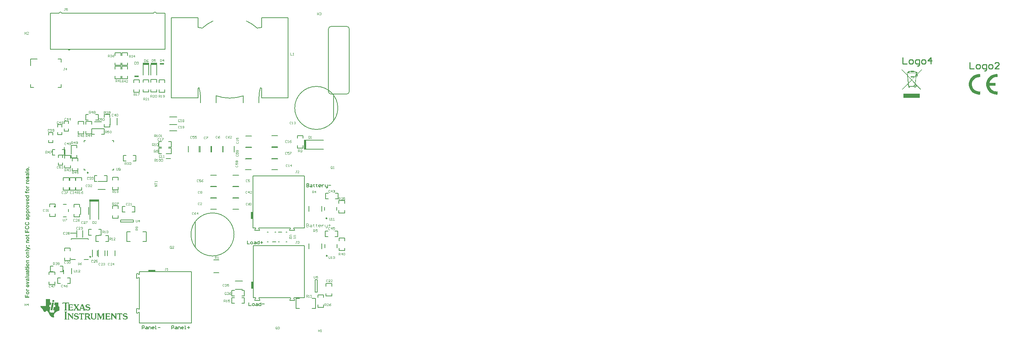
<source format=gto>
G04*
G04 #@! TF.GenerationSoftware,Altium Limited,Altium Designer,23.1.1 (15)*
G04*
G04 Layer_Color=65535*
%FSLAX44Y44*%
%MOMM*%
G71*
G04*
G04 #@! TF.SameCoordinates,9C76BA79-DA27-457B-B569-9ED225C8ECFE*
G04*
G04*
G04 #@! TF.FilePolarity,Positive*
G04*
G01*
G75*
%ADD10C,0.1270*%
%ADD11C,0.2000*%
%ADD12C,0.1500*%
%ADD13C,0.2500*%
%ADD14C,0.1375*%
%ADD15C,0.1900*%
%ADD16C,0.1778*%
%ADD17C,0.1700*%
%ADD18C,0.1240*%
%ADD19C,0.1200*%
%ADD20C,0.1000*%
%ADD21C,0.1016*%
%ADD22C,0.2540*%
%ADD23R,0.5000X0.2000*%
%ADD24R,0.5000X1.7750*%
%ADD25R,0.5080X2.3368*%
%ADD26R,2.3368X0.5080*%
%ADD27R,1.7750X0.5000*%
%ADD28R,1.0000X0.3750*%
%ADD29R,1.6000X0.5000*%
%ADD30R,1.6000X0.5000*%
G36*
X2191303Y634470D02*
X2191303Y634470D01*
D01*
X2191302Y634470D01*
D01*
X2191303Y634470D01*
D02*
G37*
G36*
X2211555Y637824D02*
X2200750Y626817D01*
X2200974Y626817D01*
Y621892D01*
X2197757D01*
X2196039Y603461D01*
X2208746Y590078D01*
X2207904Y589277D01*
X2196138Y601689D01*
X2196180Y600928D01*
X2194489Y602054D01*
X2194606Y603305D01*
X2186284Y612083D01*
X2178922Y604584D01*
X2179527Y597525D01*
X2191810D01*
Y596113D01*
X2181420Y596117D01*
Y593987D01*
X2178803D01*
Y596118D01*
X2178745Y596126D01*
X2178579Y596194D01*
X2178579Y596194D01*
X2178514Y596252D01*
X2178397Y596383D01*
X2178295Y596525D01*
X2178210Y596678D01*
X2178175Y596758D01*
X2178175Y596758D01*
X2178175Y596758D01*
X2177602Y603239D01*
X2163751Y589130D01*
X2162922Y589944D01*
X2177469Y604747D01*
X2175845Y623094D01*
X2162060Y637635D01*
Y639245D01*
X2175686Y624896D01*
X2175327Y628953D01*
X2173699D01*
Y630425D01*
X2175142D01*
X2175141Y630428D01*
X2175145Y630440D01*
Y630440D01*
X2175151Y630460D01*
X2175152Y630464D01*
X2175152D01*
X2175239Y630693D01*
X2175240Y630696D01*
Y630696D01*
X2175241Y630696D01*
X2175241Y630697D01*
X2175252Y630722D01*
X2175252Y630721D01*
X2175343Y630933D01*
X2175344Y630934D01*
X2175345Y630936D01*
X2175346Y630938D01*
X2175347Y630940D01*
X2175347Y630941D01*
X2175347D01*
X2175348Y630942D01*
X2175724Y631531D01*
X2175725Y631533D01*
X2175726Y631534D01*
X2175727Y631535D01*
X2175728Y631537D01*
X2175730Y631539D01*
X2175730Y631540D01*
Y631540D01*
X2175731Y631540D01*
X2176372Y632227D01*
X2176372Y632228D01*
X2176372Y632228D01*
X2176372Y632228D01*
X2176373Y632229D01*
X2176373Y632229D01*
X2176373Y632229D01*
X2176373Y632229D01*
X2176372Y632228D01*
X2176373Y632229D01*
X2176373D01*
X2176373Y632229D01*
X2176375Y632231D01*
X2176377Y632232D01*
X2176379Y632234D01*
X2176380Y632235D01*
X2176380D01*
X2177169Y632817D01*
X2177170Y632818D01*
X2177171Y632819D01*
X2177173Y632820D01*
X2177174Y632820D01*
X2177175Y632821D01*
Y632821D01*
X2177175Y632821D01*
X2177852Y633198D01*
X2177853Y633199D01*
X2177853Y633199D01*
X2177854Y633199D01*
X2177855Y633200D01*
X2177856Y633200D01*
X2177856Y633200D01*
Y633200D01*
X2177857Y633201D01*
X2178090Y633307D01*
X2178091Y633307D01*
X2178104Y633313D01*
X2178113Y633312D01*
X2178114Y634192D01*
X2180527D01*
Y634047D01*
X2180841Y634119D01*
X2182447Y634389D01*
X2184043Y634554D01*
X2184352Y634573D01*
Y635133D01*
X2191297D01*
Y634471D01*
X2191302Y634470D01*
X2191302Y634470D01*
X2191303Y634470D01*
X2191303Y634470D01*
X2191303Y634470D01*
X2191304Y634470D01*
X2191304Y634470D01*
X2191304Y634470D01*
X2191772Y634413D01*
X2191773Y634412D01*
X2191774Y634412D01*
X2191773Y634412D01*
X2191773Y634412D01*
X2191772Y634413D01*
X2191773Y634412D01*
X2191776Y634412D01*
X2193176Y634158D01*
X2193176Y634158D01*
X2193177Y634158D01*
X2193178Y634157D01*
X2193179Y634157D01*
X2193181Y634157D01*
X2193181Y634156D01*
X2194951Y633658D01*
X2194951Y633658D01*
X2194952Y633658D01*
X2194954Y633657D01*
X2194956Y633656D01*
X2194958Y633656D01*
X2194958Y633655D01*
X2194958Y633655D01*
X2194959Y633655D01*
X2194959Y633655D01*
X2194958Y633655D01*
X2194958Y633655D01*
X2194958Y633655D01*
X2194958Y633655D01*
X2194959Y633655D01*
X2194960Y633655D01*
X2194959Y633655D01*
X2194959Y633655D01*
X2194959Y633655D01*
X2194960Y633655D01*
X2196501Y632931D01*
X2196501Y632931D01*
X2196501Y632931D01*
X2196501Y632931D01*
X2196511Y632925D01*
X2196511Y632925D01*
X2196510Y632926D01*
X2196510Y632926D01*
X2196510Y632926D01*
X2196501Y632931D01*
X2196501Y632931D01*
X2196502Y632931D01*
X2196502Y632931D01*
X2196501Y632931D01*
X2196501Y632931D01*
X2196502Y632931D01*
X2196503Y632930D01*
X2196505Y632929D01*
X2196508Y632928D01*
X2196510Y632926D01*
X2196510Y632925D01*
X2196511Y632925D01*
X2196511Y632925D01*
X2196511Y632925D01*
X2196511Y632925D01*
X2197451Y632227D01*
X2197451Y632227D01*
X2197452Y632226D01*
X2197455Y632223D01*
X2197460Y632218D01*
X2197460Y632218D01*
X2197460Y632218D01*
X2197460Y632219D01*
X2197460Y632219D01*
X2197455Y632223D01*
X2197452Y632226D01*
X2197452Y632226D01*
X2197451Y632227D01*
X2197452Y632226D01*
X2197452Y632226D01*
X2197453Y632225D01*
X2197455Y632223D01*
X2197457Y632221D01*
X2197459Y632219D01*
X2197460Y632218D01*
X2197461Y632218D01*
X2197708Y631929D01*
X2197708Y631929D01*
X2197708Y631929D01*
X2197708Y631928D01*
X2197708Y631928D01*
X2197708Y631928D01*
X2197708Y631928D01*
Y631928D01*
X2197711Y631925D01*
X2197714Y631920D01*
X2197717Y631914D01*
X2197719Y631907D01*
X2197720Y631904D01*
X2197720Y631903D01*
X2197720Y631904D01*
X2197720Y631904D01*
X2197720Y631904D01*
X2197720Y631905D01*
Y631905D01*
X2197708Y631928D01*
X2197708Y631928D01*
X2197708Y631928D01*
X2197708Y631928D01*
X2197720Y631905D01*
X2197720Y631904D01*
X2197720Y631904D01*
X2197720Y631904D01*
X2197720Y631904D01*
X2197720Y631903D01*
X2197720Y631903D01*
X2197720Y631903D01*
X2198012Y630436D01*
X2198012Y630435D01*
X2198013Y630434D01*
X2198013Y630431D01*
X2198013Y630429D01*
X2198013Y630426D01*
Y630425D01*
X2198921D01*
Y628953D01*
X2198415D01*
X2198216Y626817D01*
X2199156Y626817D01*
X2211555Y639435D01*
Y637824D01*
D02*
G37*
G36*
X2196501Y632931D02*
X2196501Y632931D01*
X2196501Y632931D01*
X2196501Y632931D01*
X2196501D01*
X2196501Y632931D01*
X2196501Y632931D01*
X2196501Y632931D01*
X2196501D01*
D02*
G37*
G36*
X2176373Y632229D02*
X2176373Y632229D01*
D01*
X2176373Y632229D01*
D02*
G37*
G36*
X2395696Y627069D02*
Y619515D01*
X2394066Y619673D01*
X2390797Y619529D01*
X2387611Y618779D01*
X2384621Y617449D01*
X2381931Y615586D01*
X2379634Y613254D01*
X2377812Y610536D01*
X2376528Y607526D01*
X2376103Y605944D01*
X2390696D01*
Y598444D01*
X2376103D01*
X2376528Y596862D01*
X2377812Y593852D01*
X2379634Y591134D01*
X2381931Y588802D01*
X2384621Y586939D01*
X2387611Y585609D01*
X2390797Y584860D01*
X2394066Y584716D01*
X2395696Y584874D01*
Y577319D01*
Y577319D01*
X2393613Y577110D01*
X2389435Y577390D01*
X2385362Y578361D01*
X2381508Y579996D01*
X2377978Y582249D01*
X2374873Y585058D01*
X2372278Y588344D01*
X2370266Y592016D01*
X2368893Y595972D01*
X2368196Y600101D01*
Y604288D01*
X2368893Y608416D01*
X2370266Y612372D01*
X2372278Y616044D01*
X2374873Y619330D01*
X2377978Y622139D01*
X2381508Y624392D01*
X2385362Y626027D01*
X2389435Y626998D01*
X2393613Y627278D01*
X2395696Y627069D01*
D02*
G37*
G36*
X2353196D02*
Y619515D01*
X2351330Y619683D01*
X2347597Y619417D01*
X2344005Y618364D01*
X2340720Y616572D01*
X2337891Y614122D01*
X2335648Y611126D01*
X2334092Y607722D01*
X2333297Y604065D01*
Y600323D01*
X2334092Y596666D01*
X2335648Y593262D01*
X2337891Y590266D01*
X2340720Y587816D01*
X2344005Y586024D01*
X2347597Y584971D01*
X2351330Y584706D01*
X2353196Y584874D01*
Y577319D01*
X2351113Y577110D01*
X2346935Y577390D01*
X2342862Y578361D01*
X2339008Y579996D01*
X2335478Y582249D01*
X2332373Y585058D01*
X2329778Y588344D01*
X2327766Y592016D01*
X2326393Y595972D01*
X2325696Y600101D01*
Y604288D01*
X2326393Y608416D01*
X2327766Y612372D01*
X2329778Y616044D01*
X2332373Y619330D01*
X2335478Y622139D01*
X2339008Y624392D01*
X2342862Y626027D01*
X2346935Y626998D01*
X2351113Y627278D01*
X2353196Y627069D01*
D02*
G37*
G36*
X2206310Y569158D02*
X2166310D01*
Y579158D01*
X2206310D01*
Y569158D01*
D02*
G37*
G36*
X97394Y75443D02*
Y75259D01*
Y75074D01*
Y74889D01*
X97209D01*
Y74705D01*
Y74520D01*
Y74335D01*
Y74151D01*
Y73966D01*
X97025D01*
Y73781D01*
Y73597D01*
Y73412D01*
Y73228D01*
Y73043D01*
X96840D01*
Y72858D01*
Y72674D01*
Y72489D01*
Y72304D01*
Y72120D01*
X96655D01*
Y71935D01*
Y71750D01*
Y71566D01*
Y71381D01*
X92224D01*
Y71566D01*
Y71750D01*
X92408D01*
Y71935D01*
Y72120D01*
Y72304D01*
Y72489D01*
Y72674D01*
X92593D01*
Y72858D01*
Y73043D01*
Y73228D01*
Y73412D01*
Y73597D01*
X92778D01*
Y73781D01*
Y73966D01*
Y74151D01*
Y74335D01*
Y74520D01*
X92962D01*
Y74705D01*
Y74889D01*
Y75074D01*
Y75259D01*
Y75443D01*
X93147D01*
Y75628D01*
X97394D01*
Y75443D01*
D02*
G37*
G36*
X132848Y69350D02*
Y69165D01*
Y68980D01*
X133033D01*
Y68796D01*
Y68611D01*
Y68426D01*
X133218D01*
Y68242D01*
Y68057D01*
Y67873D01*
X133402D01*
Y67688D01*
Y67503D01*
Y67319D01*
X133587D01*
Y67134D01*
Y66949D01*
Y66764D01*
X133772D01*
Y66580D01*
Y66395D01*
Y66210D01*
X133956D01*
Y66026D01*
X133772D01*
Y65841D01*
X133402D01*
Y66026D01*
Y66210D01*
X133218D01*
Y66395D01*
X133033D01*
Y66580D01*
X132848D01*
Y66764D01*
X132479D01*
Y66949D01*
X132294D01*
Y67134D01*
X131741D01*
Y67319D01*
X131002D01*
Y67503D01*
X127124D01*
Y67319D01*
X126939D01*
Y67134D01*
Y66949D01*
X126755D01*
Y66764D01*
Y66580D01*
Y66395D01*
Y66210D01*
Y66026D01*
Y65841D01*
Y65657D01*
Y65472D01*
Y65287D01*
Y65103D01*
Y64918D01*
Y64733D01*
Y64549D01*
Y64364D01*
Y64179D01*
Y63995D01*
Y63810D01*
Y63625D01*
Y63441D01*
Y63256D01*
Y63071D01*
Y62887D01*
Y62702D01*
Y62517D01*
Y62333D01*
Y62148D01*
Y61963D01*
Y61779D01*
Y61594D01*
Y61409D01*
Y61225D01*
Y61040D01*
Y60855D01*
Y60671D01*
Y60486D01*
Y60301D01*
Y60117D01*
Y59932D01*
Y59748D01*
Y59563D01*
Y59378D01*
Y59194D01*
Y59009D01*
Y58824D01*
Y58640D01*
Y58455D01*
Y58270D01*
Y58086D01*
Y57901D01*
Y57716D01*
Y57532D01*
Y57347D01*
Y57162D01*
Y56978D01*
Y56793D01*
Y56608D01*
Y56424D01*
Y56239D01*
Y56054D01*
Y55870D01*
Y55685D01*
Y55500D01*
Y55316D01*
Y55131D01*
Y54946D01*
Y54762D01*
Y54577D01*
Y54392D01*
Y54208D01*
Y54023D01*
Y53838D01*
Y53654D01*
Y53469D01*
Y53285D01*
Y53100D01*
Y52915D01*
Y52730D01*
Y52546D01*
Y52361D01*
X126939D01*
Y52176D01*
Y51992D01*
Y51807D01*
X127124D01*
Y51623D01*
X127309D01*
Y51438D01*
X127493D01*
Y51253D01*
X127863D01*
Y51069D01*
X128232D01*
Y50884D01*
Y50699D01*
Y50515D01*
X121954D01*
Y50699D01*
Y50884D01*
Y51069D01*
X122323D01*
Y51253D01*
X122692D01*
Y51438D01*
X122877D01*
Y51623D01*
X123062D01*
Y51807D01*
X123246D01*
Y51992D01*
Y52176D01*
Y52361D01*
Y52546D01*
X123431D01*
Y52730D01*
Y52915D01*
Y53100D01*
Y53285D01*
Y53469D01*
Y53654D01*
Y53838D01*
Y54023D01*
Y54208D01*
Y54392D01*
Y54577D01*
Y54762D01*
Y54946D01*
Y55131D01*
Y55316D01*
Y55500D01*
Y55685D01*
Y55870D01*
Y56054D01*
Y56239D01*
Y56424D01*
Y56608D01*
Y56793D01*
Y56978D01*
Y57162D01*
Y57347D01*
Y57532D01*
Y57716D01*
Y57901D01*
Y58086D01*
Y58270D01*
Y58455D01*
Y58640D01*
Y58824D01*
Y59009D01*
Y59194D01*
Y59378D01*
Y59563D01*
Y59748D01*
Y59932D01*
Y60117D01*
Y60301D01*
Y60486D01*
Y60671D01*
Y60855D01*
Y61040D01*
Y61225D01*
Y61409D01*
Y61594D01*
Y61779D01*
Y61963D01*
Y62148D01*
Y62333D01*
Y62517D01*
Y62702D01*
Y62887D01*
Y63071D01*
Y63256D01*
Y63441D01*
Y63625D01*
Y63810D01*
Y63995D01*
Y64179D01*
Y64364D01*
Y64549D01*
Y64733D01*
Y64918D01*
Y65103D01*
Y65287D01*
Y65472D01*
Y65657D01*
Y65841D01*
Y66026D01*
Y66210D01*
Y66395D01*
Y66580D01*
Y66764D01*
X123246D01*
Y66949D01*
Y67134D01*
Y67319D01*
X122877D01*
Y67503D01*
X119184D01*
Y67319D01*
X118445D01*
Y67134D01*
X117891D01*
Y66949D01*
X117706D01*
Y66764D01*
X117337D01*
Y66580D01*
X117153D01*
Y66395D01*
X116968D01*
Y66210D01*
X116783D01*
Y66026D01*
X116599D01*
Y65841D01*
X116414D01*
Y66026D01*
X116229D01*
Y66210D01*
Y66395D01*
Y66580D01*
X116414D01*
Y66764D01*
Y66949D01*
X116599D01*
Y67134D01*
Y67319D01*
Y67503D01*
X116783D01*
Y67688D01*
Y67873D01*
Y68057D01*
X116968D01*
Y68242D01*
Y68426D01*
Y68611D01*
X117153D01*
Y68796D01*
Y68980D01*
Y69165D01*
X117337D01*
Y69350D01*
Y69534D01*
X132848D01*
Y69350D01*
D02*
G37*
G36*
X141897Y64918D02*
Y64733D01*
X142081D01*
Y64549D01*
Y64364D01*
X142266D01*
Y64179D01*
Y63995D01*
Y63810D01*
X142451D01*
Y63625D01*
Y63441D01*
Y63256D01*
X142635D01*
Y63071D01*
Y62887D01*
Y62702D01*
X142820D01*
Y62517D01*
Y62333D01*
X143005D01*
Y62148D01*
Y61963D01*
Y61779D01*
Y61594D01*
X142451D01*
Y61779D01*
X142266D01*
Y61963D01*
X142081D01*
Y62148D01*
X141897D01*
Y62333D01*
X141712D01*
Y62517D01*
X141527D01*
Y62702D01*
X141158D01*
Y62887D01*
X140789D01*
Y63071D01*
X140235D01*
Y63256D01*
X135434D01*
Y63071D01*
X135249D01*
Y62887D01*
X135064D01*
Y62702D01*
Y62517D01*
Y62333D01*
Y62148D01*
Y61963D01*
Y61779D01*
Y61594D01*
Y61409D01*
Y61225D01*
Y61040D01*
Y60855D01*
Y60671D01*
Y60486D01*
Y60301D01*
Y60117D01*
Y59932D01*
Y59748D01*
Y59563D01*
Y59378D01*
Y59194D01*
Y59009D01*
X139865D01*
Y59194D01*
X140235D01*
Y59378D01*
X140419D01*
Y59563D01*
Y59748D01*
X140604D01*
Y59932D01*
Y60117D01*
X141158D01*
Y59932D01*
Y59748D01*
Y59563D01*
Y59378D01*
Y59194D01*
Y59009D01*
Y58824D01*
Y58640D01*
Y58455D01*
Y58270D01*
Y58086D01*
Y57901D01*
Y57716D01*
Y57532D01*
Y57347D01*
Y57162D01*
Y56978D01*
Y56793D01*
Y56608D01*
Y56424D01*
Y56239D01*
Y56054D01*
X140604D01*
Y56239D01*
Y56424D01*
Y56608D01*
X140419D01*
Y56793D01*
X140235D01*
Y56978D01*
X140050D01*
Y57162D01*
X139496D01*
Y57347D01*
X135064D01*
Y57162D01*
Y56978D01*
Y56793D01*
Y56608D01*
Y56424D01*
Y56239D01*
Y56054D01*
Y55870D01*
Y55685D01*
Y55500D01*
Y55316D01*
Y55131D01*
Y54946D01*
Y54762D01*
Y54577D01*
Y54392D01*
Y54208D01*
Y54023D01*
Y53838D01*
Y53654D01*
Y53469D01*
Y53285D01*
Y53100D01*
Y52915D01*
Y52730D01*
X135249D01*
Y52546D01*
Y52361D01*
X135803D01*
Y52176D01*
X139681D01*
Y52361D01*
X140973D01*
Y52546D01*
X141527D01*
Y52730D01*
X141897D01*
Y52915D01*
X142081D01*
Y53100D01*
X142451D01*
Y53285D01*
X142635D01*
Y53469D01*
X142820D01*
Y53654D01*
X143005D01*
Y53838D01*
X143189D01*
Y54023D01*
X143374D01*
Y54208D01*
X143559D01*
Y54023D01*
X143743D01*
Y53838D01*
Y53654D01*
X143559D01*
Y53469D01*
Y53285D01*
Y53100D01*
X143374D01*
Y52915D01*
Y52730D01*
X143189D01*
Y52546D01*
Y52361D01*
Y52176D01*
X143005D01*
Y51992D01*
Y51807D01*
X142820D01*
Y51623D01*
Y51438D01*
Y51253D01*
X142635D01*
Y51069D01*
Y50884D01*
X142451D01*
Y50699D01*
Y50515D01*
X130448D01*
Y50699D01*
Y50884D01*
Y51069D01*
X131002D01*
Y51253D01*
X131371D01*
Y51438D01*
X131556D01*
Y51623D01*
X131741D01*
Y51807D01*
Y51992D01*
X131925D01*
Y52176D01*
Y52361D01*
Y52546D01*
Y52730D01*
Y52915D01*
Y53100D01*
Y53285D01*
Y53469D01*
Y53654D01*
Y53838D01*
Y54023D01*
Y54208D01*
Y54392D01*
Y54577D01*
Y54762D01*
Y54946D01*
Y55131D01*
Y55316D01*
Y55500D01*
Y55685D01*
Y55870D01*
Y56054D01*
Y56239D01*
Y56424D01*
Y56608D01*
Y56793D01*
Y56978D01*
Y57162D01*
Y57347D01*
Y57532D01*
Y57716D01*
Y57901D01*
Y58086D01*
Y58270D01*
Y58455D01*
Y58640D01*
Y58824D01*
Y59009D01*
Y59194D01*
Y59378D01*
Y59563D01*
Y59748D01*
Y59932D01*
Y60117D01*
Y60301D01*
Y60486D01*
Y60671D01*
Y60855D01*
Y61040D01*
Y61225D01*
Y61409D01*
Y61594D01*
Y61779D01*
Y61963D01*
Y62148D01*
Y62333D01*
Y62517D01*
Y62702D01*
Y62887D01*
Y63071D01*
Y63256D01*
Y63441D01*
Y63625D01*
X131741D01*
Y63810D01*
Y63995D01*
X131556D01*
Y64179D01*
X131371D01*
Y64364D01*
X130817D01*
Y64549D01*
X130448D01*
Y64733D01*
Y64918D01*
Y65103D01*
X141897D01*
Y64918D01*
D02*
G37*
G36*
X179751Y65103D02*
X180490D01*
Y64918D01*
X181044D01*
Y64733D01*
X181413D01*
Y64549D01*
X181783D01*
Y64364D01*
X181967D01*
Y64549D01*
X182152D01*
Y64733D01*
Y64918D01*
Y65103D01*
X182891D01*
Y64918D01*
X183075D01*
Y64733D01*
Y64549D01*
Y64364D01*
Y64179D01*
X183260D01*
Y63995D01*
Y63810D01*
Y63625D01*
X183445D01*
Y63441D01*
Y63256D01*
Y63071D01*
Y62887D01*
X183629D01*
Y62702D01*
Y62517D01*
Y62333D01*
X183814D01*
Y62148D01*
Y61963D01*
Y61779D01*
Y61594D01*
X183999D01*
Y61409D01*
Y61225D01*
X183814D01*
Y61040D01*
X183445D01*
Y61225D01*
X183260D01*
Y61409D01*
X183075D01*
Y61594D01*
X182891D01*
Y61779D01*
X182706D01*
Y61963D01*
X182521D01*
Y62148D01*
X182337D01*
Y62333D01*
X181967D01*
Y62517D01*
X181783D01*
Y62702D01*
X181413D01*
Y62887D01*
X180860D01*
Y63071D01*
X180306D01*
Y63256D01*
X179567D01*
Y63441D01*
X177905D01*
Y63256D01*
X177166D01*
Y63071D01*
X176797D01*
Y62887D01*
X176428D01*
Y62702D01*
X176243D01*
Y62517D01*
Y62333D01*
X176058D01*
Y62148D01*
Y61963D01*
Y61779D01*
Y61594D01*
Y61409D01*
Y61225D01*
Y61040D01*
Y60855D01*
X176243D01*
Y60671D01*
X176428D01*
Y60486D01*
X176612D01*
Y60301D01*
X177166D01*
Y60117D01*
X177720D01*
Y59932D01*
X178459D01*
Y59748D01*
X179198D01*
Y59563D01*
X180121D01*
Y59378D01*
X180860D01*
Y59194D01*
X181598D01*
Y59009D01*
X182152D01*
Y58824D01*
X182521D01*
Y58640D01*
X182891D01*
Y58455D01*
X183260D01*
Y58270D01*
X183629D01*
Y58086D01*
X183814D01*
Y57901D01*
X183999D01*
Y57716D01*
X184183D01*
Y57532D01*
X184368D01*
Y57347D01*
Y57162D01*
X184553D01*
Y56978D01*
Y56793D01*
X184737D01*
Y56608D01*
Y56424D01*
Y56239D01*
X184922D01*
Y56054D01*
Y55870D01*
Y55685D01*
Y55500D01*
Y55316D01*
Y55131D01*
Y54946D01*
Y54762D01*
Y54577D01*
Y54392D01*
Y54208D01*
Y54023D01*
Y53838D01*
Y53654D01*
X184737D01*
Y53469D01*
Y53285D01*
Y53100D01*
X184553D01*
Y52915D01*
Y52730D01*
X184368D01*
Y52546D01*
Y52361D01*
X184183D01*
Y52176D01*
X183999D01*
Y51992D01*
X183814D01*
Y51807D01*
X183629D01*
Y51623D01*
X183445D01*
Y51438D01*
X183260D01*
Y51253D01*
X182891D01*
Y51069D01*
X182521D01*
Y50884D01*
X182152D01*
Y50699D01*
X181598D01*
Y50515D01*
X180860D01*
Y50330D01*
X177536D01*
Y50515D01*
X176797D01*
Y50699D01*
X176243D01*
Y50884D01*
X175874D01*
Y51069D01*
X175504D01*
Y51253D01*
X175135D01*
Y51069D01*
X174950D01*
Y50884D01*
Y50699D01*
Y50515D01*
X174027D01*
Y50699D01*
Y50884D01*
Y51069D01*
Y51253D01*
X173843D01*
Y51438D01*
Y51623D01*
Y51807D01*
X173658D01*
Y51992D01*
Y52176D01*
Y52361D01*
Y52546D01*
X173473D01*
Y52730D01*
Y52915D01*
Y53100D01*
Y53285D01*
X173288D01*
Y53469D01*
Y53654D01*
Y53838D01*
Y54023D01*
X173104D01*
Y54208D01*
Y54392D01*
Y54577D01*
X172919D01*
Y54762D01*
Y54946D01*
X173104D01*
Y55131D01*
X173473D01*
Y54946D01*
X173658D01*
Y54762D01*
X173843D01*
Y54577D01*
X174027D01*
Y54392D01*
X174212D01*
Y54208D01*
X174396D01*
Y54023D01*
X174581D01*
Y53838D01*
X174766D01*
Y53654D01*
X174950D01*
Y53469D01*
X175135D01*
Y53285D01*
X175504D01*
Y53100D01*
X175874D01*
Y52915D01*
X176058D01*
Y52730D01*
X176612D01*
Y52546D01*
X176982D01*
Y52361D01*
X177720D01*
Y52176D01*
X180306D01*
Y52361D01*
X180860D01*
Y52546D01*
X181229D01*
Y52730D01*
X181413D01*
Y52915D01*
X181598D01*
Y53100D01*
X181783D01*
Y53285D01*
X181967D01*
Y53469D01*
Y53654D01*
Y53838D01*
X182152D01*
Y54023D01*
Y54208D01*
Y54392D01*
Y54577D01*
Y54762D01*
X181967D01*
Y54946D01*
Y55131D01*
Y55316D01*
X181783D01*
Y55500D01*
X181598D01*
Y55685D01*
X181413D01*
Y55870D01*
X181044D01*
Y56054D01*
X180490D01*
Y56239D01*
X179751D01*
Y56424D01*
X179013D01*
Y56608D01*
X178090D01*
Y56793D01*
X177351D01*
Y56978D01*
X176612D01*
Y57162D01*
X176058D01*
Y57347D01*
X175689D01*
Y57532D01*
X175320D01*
Y57716D01*
X174950D01*
Y57901D01*
X174766D01*
Y58086D01*
X174581D01*
Y58270D01*
X174212D01*
Y58455D01*
Y58640D01*
X174027D01*
Y58824D01*
X173843D01*
Y59009D01*
Y59194D01*
X173658D01*
Y59378D01*
Y59563D01*
X173473D01*
Y59748D01*
Y59932D01*
Y60117D01*
Y60301D01*
X173288D01*
Y60486D01*
Y60671D01*
Y60855D01*
Y61040D01*
Y61225D01*
Y61409D01*
Y61594D01*
Y61779D01*
X173473D01*
Y61963D01*
Y62148D01*
Y62333D01*
Y62517D01*
X173658D01*
Y62702D01*
Y62887D01*
X173843D01*
Y63071D01*
Y63256D01*
X174027D01*
Y63441D01*
X174212D01*
Y63625D01*
X174396D01*
Y63810D01*
X174581D01*
Y63995D01*
X174766D01*
Y64179D01*
X174950D01*
Y64364D01*
X175135D01*
Y64549D01*
X175504D01*
Y64733D01*
X175874D01*
Y64918D01*
X176428D01*
Y65103D01*
X177351D01*
Y65287D01*
X179751D01*
Y65103D01*
D02*
G37*
G36*
X167195Y64918D02*
Y64733D01*
X167379D01*
Y64549D01*
Y64364D01*
Y64179D01*
X167564D01*
Y63995D01*
Y63810D01*
Y63625D01*
X167749D01*
Y63441D01*
Y63256D01*
X167933D01*
Y63071D01*
Y62887D01*
Y62702D01*
X168118D01*
Y62517D01*
Y62333D01*
X168303D01*
Y62148D01*
Y61963D01*
Y61779D01*
X168487D01*
Y61594D01*
Y61409D01*
Y61225D01*
X168672D01*
Y61040D01*
Y60855D01*
X168857D01*
Y60671D01*
Y60486D01*
Y60301D01*
X169041D01*
Y60117D01*
Y59932D01*
Y59748D01*
X169226D01*
Y59563D01*
Y59378D01*
X169411D01*
Y59194D01*
Y59009D01*
Y58824D01*
X169595D01*
Y58640D01*
Y58455D01*
X169780D01*
Y58270D01*
Y58086D01*
Y57901D01*
X169965D01*
Y57716D01*
Y57532D01*
Y57347D01*
X170149D01*
Y57162D01*
Y56978D01*
X170334D01*
Y56793D01*
Y56608D01*
Y56424D01*
X170519D01*
Y56239D01*
Y56054D01*
Y55870D01*
X170703D01*
Y55685D01*
Y55500D01*
X170888D01*
Y55316D01*
Y55131D01*
Y54946D01*
X171073D01*
Y54762D01*
Y54577D01*
X171257D01*
Y54392D01*
Y54208D01*
Y54023D01*
X171442D01*
Y53838D01*
Y53654D01*
Y53469D01*
X171627D01*
Y53285D01*
Y53100D01*
X171811D01*
Y52915D01*
Y52730D01*
Y52546D01*
X171996D01*
Y52361D01*
Y52176D01*
X172181D01*
Y51992D01*
X172365D01*
Y51807D01*
X172550D01*
Y51623D01*
X172735D01*
Y51438D01*
X172919D01*
Y51253D01*
X173288D01*
Y51069D01*
X173473D01*
Y50884D01*
Y50699D01*
Y50515D01*
X167379D01*
Y50699D01*
Y50884D01*
Y51069D01*
X167933D01*
Y51253D01*
X168118D01*
Y51438D01*
X168303D01*
Y51623D01*
X168487D01*
Y51807D01*
Y51992D01*
Y52176D01*
Y52361D01*
Y52546D01*
X168303D01*
Y52730D01*
Y52915D01*
Y53100D01*
X168118D01*
Y53285D01*
Y53469D01*
X167933D01*
Y53654D01*
Y53838D01*
Y54023D01*
X167749D01*
Y54208D01*
Y54392D01*
Y54577D01*
X161655D01*
Y54392D01*
Y54208D01*
Y54023D01*
X161470D01*
Y53838D01*
Y53654D01*
X161286D01*
Y53469D01*
Y53285D01*
Y53100D01*
X161101D01*
Y52915D01*
Y52730D01*
Y52546D01*
X160916D01*
Y52361D01*
Y52176D01*
Y51992D01*
Y51807D01*
Y51623D01*
Y51438D01*
X161101D01*
Y51253D01*
X161470D01*
Y51069D01*
X162024D01*
Y50884D01*
Y50699D01*
Y50515D01*
X152053D01*
Y50699D01*
Y50884D01*
Y51069D01*
X152607D01*
Y51253D01*
X152976D01*
Y51438D01*
X153161D01*
Y51623D01*
X153345D01*
Y51807D01*
Y51992D01*
Y52176D01*
Y52361D01*
X153161D01*
Y52546D01*
Y52730D01*
X152976D01*
Y52915D01*
X152792D01*
Y53100D01*
X152607D01*
Y53285D01*
Y53469D01*
X152422D01*
Y53654D01*
X152238D01*
Y53838D01*
Y54023D01*
X152053D01*
Y54208D01*
X151868D01*
Y54392D01*
Y54577D01*
X151684D01*
Y54762D01*
X151499D01*
Y54946D01*
Y55131D01*
X151314D01*
Y55316D01*
X151130D01*
Y55500D01*
X150945D01*
Y55685D01*
Y55870D01*
X150760D01*
Y56054D01*
X150576D01*
Y56239D01*
Y56424D01*
X150391D01*
Y56239D01*
X150206D01*
Y56054D01*
Y55870D01*
X150022D01*
Y55685D01*
Y55500D01*
X149837D01*
Y55316D01*
X149652D01*
Y55131D01*
Y54946D01*
X149468D01*
Y54762D01*
X149283D01*
Y54577D01*
Y54392D01*
X149098D01*
Y54208D01*
X148914D01*
Y54023D01*
Y53838D01*
X148729D01*
Y53654D01*
X148544D01*
Y53469D01*
Y53285D01*
X148360D01*
Y53100D01*
Y52915D01*
X148175D01*
Y52730D01*
X147990D01*
Y52546D01*
Y52361D01*
X147806D01*
Y52176D01*
Y51992D01*
Y51807D01*
Y51623D01*
Y51438D01*
X147990D01*
Y51253D01*
X148360D01*
Y51069D01*
X148914D01*
Y50884D01*
Y50699D01*
Y50515D01*
X143374D01*
Y50699D01*
Y50884D01*
Y51069D01*
X143743D01*
Y51253D01*
X144297D01*
Y51438D01*
X144667D01*
Y51623D01*
X144851D01*
Y51807D01*
X145036D01*
Y51992D01*
X145220D01*
Y52176D01*
X145405D01*
Y52361D01*
X145590D01*
Y52546D01*
X145774D01*
Y52730D01*
X145959D01*
Y52915D01*
Y53100D01*
X146144D01*
Y53285D01*
X146328D01*
Y53469D01*
Y53654D01*
X146513D01*
Y53838D01*
X146698D01*
Y54023D01*
X146882D01*
Y54208D01*
Y54392D01*
X147067D01*
Y54577D01*
X147252D01*
Y54762D01*
Y54946D01*
X147436D01*
Y55131D01*
X147621D01*
Y55316D01*
X147806D01*
Y55500D01*
Y55685D01*
X147990D01*
Y55870D01*
X148175D01*
Y56054D01*
Y56239D01*
X148360D01*
Y56424D01*
X148544D01*
Y56608D01*
Y56793D01*
X148729D01*
Y56978D01*
X148914D01*
Y57162D01*
X149098D01*
Y57347D01*
Y57532D01*
X149283D01*
Y57716D01*
Y57901D01*
Y58086D01*
X149098D01*
Y58270D01*
X148914D01*
Y58455D01*
Y58640D01*
X148729D01*
Y58824D01*
X148544D01*
Y59009D01*
X148360D01*
Y59194D01*
Y59378D01*
X148175D01*
Y59563D01*
X147990D01*
Y59748D01*
Y59932D01*
X147806D01*
Y60117D01*
X147621D01*
Y60301D01*
Y60486D01*
X147436D01*
Y60671D01*
X147252D01*
Y60855D01*
X147067D01*
Y61040D01*
Y61225D01*
X146882D01*
Y61409D01*
X146698D01*
Y61594D01*
Y61779D01*
X146513D01*
Y61963D01*
X146328D01*
Y62148D01*
X146144D01*
Y62333D01*
Y62517D01*
X145959D01*
Y62702D01*
X145774D01*
Y62887D01*
Y63071D01*
X145590D01*
Y63256D01*
X145405D01*
Y63441D01*
X145220D01*
Y63625D01*
X145036D01*
Y63810D01*
X144851D01*
Y63995D01*
X144667D01*
Y64179D01*
X144297D01*
Y64364D01*
X143928D01*
Y64549D01*
X143559D01*
Y64733D01*
Y64918D01*
Y65103D01*
X150391D01*
Y64918D01*
Y64733D01*
Y64549D01*
X150022D01*
Y64364D01*
X149652D01*
Y64179D01*
X149468D01*
Y63995D01*
Y63810D01*
X149283D01*
Y63625D01*
Y63441D01*
X149468D01*
Y63256D01*
Y63071D01*
X149652D01*
Y62887D01*
Y62702D01*
X149837D01*
Y62517D01*
Y62333D01*
X150022D01*
Y62148D01*
X150206D01*
Y61963D01*
Y61779D01*
X150391D01*
Y61594D01*
X150576D01*
Y61409D01*
Y61225D01*
X150760D01*
Y61040D01*
X150945D01*
Y60855D01*
Y60671D01*
X151130D01*
Y60486D01*
X151314D01*
Y60301D01*
Y60117D01*
X151499D01*
Y59932D01*
X151684D01*
Y59748D01*
X151868D01*
Y59932D01*
X152053D01*
Y60117D01*
Y60301D01*
X152238D01*
Y60486D01*
X152422D01*
Y60671D01*
Y60855D01*
X152607D01*
Y61040D01*
X152792D01*
Y61225D01*
Y61409D01*
X152976D01*
Y61594D01*
X153161D01*
Y61779D01*
Y61963D01*
X153345D01*
Y62148D01*
X153530D01*
Y62333D01*
Y62517D01*
X153715D01*
Y62702D01*
X153899D01*
Y62887D01*
Y63071D01*
X154084D01*
Y63256D01*
X154269D01*
Y63441D01*
Y63625D01*
Y63810D01*
Y63995D01*
Y64179D01*
X154084D01*
Y64364D01*
X153715D01*
Y64549D01*
X153161D01*
Y64733D01*
Y64918D01*
Y65103D01*
X158331D01*
Y64918D01*
Y64733D01*
Y64549D01*
X158146D01*
Y64364D01*
X157593D01*
Y64179D01*
X157223D01*
Y63995D01*
X157039D01*
Y63810D01*
X156854D01*
Y63625D01*
X156669D01*
Y63441D01*
X156485D01*
Y63256D01*
X156300D01*
Y63071D01*
X156115D01*
Y62887D01*
X155931D01*
Y62702D01*
Y62517D01*
X155746D01*
Y62333D01*
X155561D01*
Y62148D01*
Y61963D01*
X155377D01*
Y61779D01*
X155192D01*
Y61594D01*
X155007D01*
Y61409D01*
Y61225D01*
X154823D01*
Y61040D01*
X154638D01*
Y60855D01*
Y60671D01*
X154453D01*
Y60486D01*
X154269D01*
Y60301D01*
Y60117D01*
X154084D01*
Y59932D01*
X153899D01*
Y59748D01*
X153715D01*
Y59563D01*
Y59378D01*
X153530D01*
Y59194D01*
X153345D01*
Y59009D01*
Y58824D01*
X153161D01*
Y58640D01*
X152976D01*
Y58455D01*
X152792D01*
Y58270D01*
X152976D01*
Y58086D01*
Y57901D01*
X153161D01*
Y57716D01*
X153345D01*
Y57532D01*
Y57347D01*
X153530D01*
Y57162D01*
X153715D01*
Y56978D01*
X153899D01*
Y56793D01*
Y56608D01*
X154084D01*
Y56424D01*
X154269D01*
Y56239D01*
Y56054D01*
X154453D01*
Y55870D01*
X154638D01*
Y55685D01*
X154823D01*
Y55500D01*
Y55316D01*
X155007D01*
Y55131D01*
X155192D01*
Y54946D01*
Y54762D01*
X155377D01*
Y54577D01*
X155561D01*
Y54392D01*
Y54208D01*
X155746D01*
Y54023D01*
X155931D01*
Y53838D01*
X156115D01*
Y53654D01*
Y53469D01*
X156300D01*
Y53285D01*
X156485D01*
Y53100D01*
Y52915D01*
X156669D01*
Y52730D01*
X156854D01*
Y52546D01*
X157039D01*
Y52361D01*
Y52176D01*
X157223D01*
Y51992D01*
X157408D01*
Y51807D01*
X157593D01*
Y51623D01*
X157777D01*
Y51438D01*
X158146D01*
Y51623D01*
X158331D01*
Y51807D01*
X158516D01*
Y51992D01*
Y52176D01*
X158701D01*
Y52361D01*
X158885D01*
Y52546D01*
Y52730D01*
X159070D01*
Y52915D01*
Y53100D01*
X159255D01*
Y53285D01*
Y53469D01*
X159439D01*
Y53654D01*
Y53838D01*
Y54023D01*
X159624D01*
Y54208D01*
Y54392D01*
Y54577D01*
X159809D01*
Y54762D01*
Y54946D01*
X159993D01*
Y55131D01*
Y55316D01*
Y55500D01*
X160178D01*
Y55685D01*
Y55870D01*
X160362D01*
Y56054D01*
Y56239D01*
Y56424D01*
X160547D01*
Y56608D01*
Y56793D01*
X160732D01*
Y56978D01*
Y57162D01*
Y57347D01*
X160916D01*
Y57532D01*
Y57716D01*
X161101D01*
Y57901D01*
Y58086D01*
Y58270D01*
X161286D01*
Y58455D01*
Y58640D01*
Y58824D01*
X161470D01*
Y59009D01*
Y59194D01*
X161655D01*
Y59378D01*
Y59563D01*
Y59748D01*
X161840D01*
Y59932D01*
Y60117D01*
X162024D01*
Y60301D01*
Y60486D01*
Y60671D01*
X162209D01*
Y60855D01*
Y61040D01*
X162394D01*
Y61225D01*
Y61409D01*
Y61594D01*
X162578D01*
Y61779D01*
Y61963D01*
X162763D01*
Y62148D01*
Y62333D01*
Y62517D01*
X162948D01*
Y62702D01*
Y62887D01*
X163132D01*
Y63071D01*
Y63256D01*
Y63441D01*
X163317D01*
Y63625D01*
Y63810D01*
Y63995D01*
X163502D01*
Y64179D01*
Y64364D01*
X163686D01*
Y64549D01*
Y64733D01*
Y64918D01*
X163871D01*
Y65103D01*
X167195D01*
Y64918D01*
D02*
G37*
G36*
X96286Y69350D02*
Y69165D01*
X96102D01*
Y68980D01*
Y68796D01*
Y68611D01*
Y68426D01*
Y68242D01*
X95917D01*
Y68057D01*
Y67873D01*
Y67688D01*
Y67503D01*
Y67319D01*
X95732D01*
Y67134D01*
Y66949D01*
Y66764D01*
Y66580D01*
Y66395D01*
X95548D01*
Y66210D01*
Y66026D01*
Y65841D01*
Y65657D01*
Y65472D01*
X95363D01*
Y65287D01*
Y65103D01*
Y64918D01*
Y64733D01*
Y64549D01*
X95178D01*
Y64364D01*
Y64179D01*
Y63995D01*
Y63810D01*
Y63625D01*
X94993D01*
Y63441D01*
Y63256D01*
Y63071D01*
Y62887D01*
Y62702D01*
X94809D01*
Y62517D01*
Y62333D01*
Y62148D01*
Y61963D01*
Y61779D01*
X94624D01*
Y61594D01*
Y61409D01*
Y61225D01*
Y61040D01*
Y60855D01*
X94439D01*
Y60671D01*
Y60486D01*
Y60301D01*
Y60117D01*
Y59932D01*
X94255D01*
Y59748D01*
Y59563D01*
Y59378D01*
Y59194D01*
Y59009D01*
X94070D01*
Y58824D01*
Y58640D01*
Y58455D01*
Y58270D01*
Y58086D01*
X93886D01*
Y57901D01*
Y57716D01*
Y57532D01*
Y57347D01*
Y57162D01*
X93701D01*
Y56978D01*
Y56793D01*
Y56608D01*
Y56424D01*
Y56239D01*
X93516D01*
Y56054D01*
Y55870D01*
Y55685D01*
Y55500D01*
Y55316D01*
X93332D01*
Y55131D01*
Y54946D01*
Y54762D01*
Y54577D01*
Y54392D01*
X93147D01*
Y54208D01*
Y54023D01*
Y53838D01*
Y53654D01*
Y53469D01*
X92962D01*
Y53285D01*
Y53100D01*
Y52915D01*
Y52730D01*
Y52546D01*
X92778D01*
Y52361D01*
Y52176D01*
Y51992D01*
Y51807D01*
Y51623D01*
X92593D01*
Y51438D01*
Y51253D01*
Y51069D01*
Y50884D01*
Y50699D01*
X88161D01*
Y50884D01*
Y51069D01*
Y51253D01*
X88346D01*
Y51438D01*
Y51623D01*
Y51807D01*
Y51992D01*
Y52176D01*
X88531D01*
Y52361D01*
Y52546D01*
Y52730D01*
Y52915D01*
Y53100D01*
X88715D01*
Y53285D01*
Y53469D01*
Y53654D01*
Y53838D01*
Y54023D01*
X88900D01*
Y54208D01*
Y54392D01*
Y54577D01*
Y54762D01*
Y54946D01*
X89085D01*
Y55131D01*
Y55316D01*
Y55500D01*
Y55685D01*
Y55870D01*
X89269D01*
Y56054D01*
Y56239D01*
Y56424D01*
Y56608D01*
Y56793D01*
X89454D01*
Y56978D01*
Y57162D01*
Y57347D01*
Y57532D01*
Y57716D01*
X89638D01*
Y57901D01*
Y58086D01*
Y58270D01*
Y58455D01*
Y58640D01*
X89823D01*
Y58824D01*
Y59009D01*
Y59194D01*
Y59378D01*
Y59563D01*
X90008D01*
Y59748D01*
Y59932D01*
Y60117D01*
Y60301D01*
Y60486D01*
X90192D01*
Y60671D01*
Y60855D01*
Y61040D01*
Y61225D01*
Y61409D01*
X90377D01*
Y61594D01*
Y61779D01*
Y61963D01*
Y62148D01*
Y62333D01*
X90562D01*
Y62517D01*
Y62702D01*
Y62887D01*
Y63071D01*
Y63256D01*
X90746D01*
Y63441D01*
Y63625D01*
Y63810D01*
Y63995D01*
Y64179D01*
X90931D01*
Y64364D01*
Y64549D01*
Y64733D01*
Y64918D01*
Y65103D01*
X91116D01*
Y65287D01*
Y65472D01*
Y65657D01*
Y65841D01*
Y66026D01*
X91300D01*
Y66210D01*
Y66395D01*
Y66580D01*
Y66764D01*
Y66949D01*
X91485D01*
Y67134D01*
Y67319D01*
Y67503D01*
Y67688D01*
Y67873D01*
X91670D01*
Y68057D01*
Y68242D01*
Y68426D01*
Y68611D01*
Y68796D01*
X91854D01*
Y68980D01*
Y69165D01*
Y69350D01*
Y69534D01*
X96286D01*
Y69350D01*
D02*
G37*
G36*
X232564Y42759D02*
Y42574D01*
X232748D01*
Y42390D01*
Y42205D01*
X232933D01*
Y42020D01*
Y41836D01*
Y41651D01*
X233118D01*
Y41466D01*
Y41282D01*
Y41097D01*
X233302D01*
Y40912D01*
Y40728D01*
X233487D01*
Y40543D01*
Y40358D01*
Y40174D01*
X233672D01*
Y39989D01*
Y39804D01*
Y39620D01*
X233487D01*
Y39435D01*
X233302D01*
Y39620D01*
X233118D01*
Y39804D01*
X232933D01*
Y39989D01*
X232564D01*
Y40174D01*
X232379D01*
Y40358D01*
X232194D01*
Y40543D01*
X232010D01*
Y40728D01*
X231640D01*
Y40912D01*
X231087D01*
Y41097D01*
X230348D01*
Y41282D01*
X226470D01*
Y41097D01*
X225916D01*
Y40912D01*
Y40728D01*
X225731D01*
Y40543D01*
Y40358D01*
Y40174D01*
Y39989D01*
Y39804D01*
Y39620D01*
Y39435D01*
Y39251D01*
Y39066D01*
Y38881D01*
Y38696D01*
Y38512D01*
Y38327D01*
Y38142D01*
Y37958D01*
Y37773D01*
Y37589D01*
Y37404D01*
Y37219D01*
Y37035D01*
Y36850D01*
X230163D01*
Y37035D01*
X230717D01*
Y37219D01*
X230902D01*
Y37404D01*
X231087D01*
Y37589D01*
Y37773D01*
X231271D01*
Y37958D01*
Y38142D01*
X231825D01*
Y37958D01*
Y37773D01*
Y37589D01*
Y37404D01*
Y37219D01*
Y37035D01*
Y36850D01*
Y36665D01*
Y36481D01*
Y36296D01*
Y36111D01*
Y35927D01*
Y35742D01*
Y35557D01*
Y35373D01*
Y35188D01*
Y35003D01*
Y34819D01*
Y34634D01*
Y34449D01*
Y34265D01*
Y34080D01*
X231271D01*
Y34265D01*
Y34449D01*
X231087D01*
Y34634D01*
Y34819D01*
X230902D01*
Y35003D01*
X230348D01*
Y35188D01*
X225731D01*
Y35003D01*
Y34819D01*
Y34634D01*
Y34449D01*
Y34265D01*
Y34080D01*
Y33895D01*
Y33711D01*
Y33526D01*
Y33341D01*
Y33157D01*
Y32972D01*
Y32787D01*
Y32603D01*
Y32418D01*
Y32234D01*
Y32049D01*
Y31864D01*
Y31679D01*
Y31495D01*
Y31310D01*
Y31126D01*
Y30941D01*
Y30756D01*
Y30571D01*
X225916D01*
Y30387D01*
Y30202D01*
X231271D01*
Y30387D01*
X232010D01*
Y30571D01*
X232379D01*
Y30756D01*
X232748D01*
Y30941D01*
X232933D01*
Y31126D01*
X233118D01*
Y31310D01*
X233302D01*
Y31495D01*
X233487D01*
Y31679D01*
X233672D01*
Y31864D01*
X233856D01*
Y32049D01*
X234226D01*
Y31864D01*
X234410D01*
Y31679D01*
Y31495D01*
X234226D01*
Y31310D01*
Y31126D01*
X234041D01*
Y30941D01*
Y30756D01*
Y30571D01*
X233856D01*
Y30387D01*
Y30202D01*
X233672D01*
Y30018D01*
Y29833D01*
Y29648D01*
X233487D01*
Y29464D01*
Y29279D01*
X233302D01*
Y29094D01*
Y28910D01*
Y28725D01*
X233118D01*
Y28540D01*
Y28356D01*
X221115D01*
Y28540D01*
Y28725D01*
Y28910D01*
X221484D01*
Y29094D01*
X221854D01*
Y29279D01*
X222223D01*
Y29464D01*
X222407D01*
Y29648D01*
Y29833D01*
Y30018D01*
X222592D01*
Y30202D01*
Y30387D01*
Y30571D01*
Y30756D01*
Y30941D01*
Y31126D01*
Y31310D01*
Y31495D01*
Y31679D01*
Y31864D01*
Y32049D01*
Y32234D01*
Y32418D01*
Y32603D01*
Y32787D01*
Y32972D01*
Y33157D01*
Y33341D01*
Y33526D01*
Y33711D01*
Y33895D01*
Y34080D01*
Y34265D01*
Y34449D01*
Y34634D01*
Y34819D01*
Y35003D01*
Y35188D01*
Y35373D01*
Y35557D01*
Y35742D01*
Y35927D01*
Y36111D01*
Y36296D01*
Y36481D01*
Y36665D01*
Y36850D01*
Y37035D01*
Y37219D01*
Y37404D01*
Y37589D01*
Y37773D01*
Y37958D01*
Y38142D01*
Y38327D01*
Y38512D01*
Y38696D01*
Y38881D01*
Y39066D01*
Y39251D01*
Y39435D01*
Y39620D01*
Y39804D01*
Y39989D01*
Y40174D01*
Y40358D01*
Y40543D01*
Y40728D01*
Y40912D01*
Y41097D01*
Y41282D01*
Y41466D01*
X222407D01*
Y41651D01*
Y41836D01*
X222223D01*
Y42020D01*
X222038D01*
Y42205D01*
X221669D01*
Y42390D01*
X221115D01*
Y42574D01*
Y42759D01*
Y42944D01*
X232564D01*
Y42759D01*
D02*
G37*
G36*
X271157Y42944D02*
X271896D01*
Y42759D01*
X272265D01*
Y42574D01*
X272635D01*
Y42390D01*
X273188D01*
Y42574D01*
Y42759D01*
X273373D01*
Y42944D01*
X274112D01*
Y42759D01*
Y42574D01*
Y42390D01*
X274296D01*
Y42205D01*
Y42020D01*
Y41836D01*
Y41651D01*
X274481D01*
Y41466D01*
Y41282D01*
Y41097D01*
X274666D01*
Y40912D01*
Y40728D01*
Y40543D01*
Y40358D01*
X274850D01*
Y40174D01*
Y39989D01*
Y39804D01*
X275035D01*
Y39620D01*
Y39435D01*
Y39251D01*
Y39066D01*
X274481D01*
Y39251D01*
X274296D01*
Y39435D01*
X274112D01*
Y39620D01*
X273927D01*
Y39804D01*
X273743D01*
Y39989D01*
X273373D01*
Y40174D01*
X273188D01*
Y40358D01*
X272819D01*
Y40543D01*
X272635D01*
Y40728D01*
X272080D01*
Y40912D01*
X271711D01*
Y41097D01*
X270973D01*
Y41282D01*
X268572D01*
Y41097D01*
X268018D01*
Y40912D01*
X267649D01*
Y40728D01*
X267464D01*
Y40543D01*
X267279D01*
Y40358D01*
Y40174D01*
X267095D01*
Y39989D01*
Y39804D01*
Y39620D01*
Y39435D01*
Y39251D01*
Y39066D01*
Y38881D01*
X267279D01*
Y38696D01*
X267464D01*
Y38512D01*
X267649D01*
Y38327D01*
X267833D01*
Y38142D01*
X268387D01*
Y37958D01*
X268941D01*
Y37773D01*
X269865D01*
Y37589D01*
X270603D01*
Y37404D01*
X271527D01*
Y37219D01*
X272265D01*
Y37035D01*
X272819D01*
Y36850D01*
X273373D01*
Y36665D01*
X273743D01*
Y36481D01*
X274112D01*
Y36296D01*
X274481D01*
Y36111D01*
X274666D01*
Y35927D01*
X274850D01*
Y35742D01*
X275035D01*
Y35557D01*
X275220D01*
Y35373D01*
X275404D01*
Y35188D01*
X275589D01*
Y35003D01*
Y34819D01*
X275774D01*
Y34634D01*
Y34449D01*
X275958D01*
Y34265D01*
Y34080D01*
Y33895D01*
Y33711D01*
Y33526D01*
Y33341D01*
Y33157D01*
X276143D01*
Y32972D01*
Y32787D01*
Y32603D01*
Y32418D01*
X275958D01*
Y32234D01*
Y32049D01*
Y31864D01*
Y31679D01*
Y31495D01*
Y31310D01*
X275774D01*
Y31126D01*
Y30941D01*
X275589D01*
Y30756D01*
Y30571D01*
X275404D01*
Y30387D01*
Y30202D01*
X275220D01*
Y30018D01*
X275035D01*
Y29833D01*
X274850D01*
Y29648D01*
X274666D01*
Y29464D01*
X274481D01*
Y29279D01*
X274112D01*
Y29094D01*
X273927D01*
Y28910D01*
X273558D01*
Y28725D01*
X273004D01*
Y28540D01*
X272450D01*
Y28356D01*
X271527D01*
Y28171D01*
X268941D01*
Y28356D01*
X268018D01*
Y28540D01*
X267464D01*
Y28725D01*
X267095D01*
Y28910D01*
X266726D01*
Y29094D01*
X266171D01*
Y28910D01*
X265987D01*
Y28725D01*
Y28540D01*
Y28356D01*
X265248D01*
Y28540D01*
X265063D01*
Y28725D01*
Y28910D01*
Y29094D01*
Y29279D01*
X264879D01*
Y29464D01*
Y29648D01*
Y29833D01*
Y30018D01*
X264694D01*
Y30202D01*
Y30387D01*
Y30571D01*
X264510D01*
Y30756D01*
Y30941D01*
Y31126D01*
Y31310D01*
X264325D01*
Y31495D01*
Y31679D01*
Y31864D01*
Y32049D01*
X264140D01*
Y32234D01*
Y32418D01*
Y32603D01*
Y32787D01*
Y32972D01*
X264510D01*
Y32787D01*
X264694D01*
Y32603D01*
X264879D01*
Y32418D01*
X265063D01*
Y32234D01*
X265248D01*
Y32049D01*
X265433D01*
Y31864D01*
X265618D01*
Y31679D01*
X265987D01*
Y31495D01*
X266171D01*
Y31310D01*
X266356D01*
Y31126D01*
X266726D01*
Y30941D01*
X266910D01*
Y30756D01*
X267279D01*
Y30571D01*
X267833D01*
Y30387D01*
X268387D01*
Y30202D01*
X269126D01*
Y30018D01*
X271157D01*
Y30202D01*
X271711D01*
Y30387D01*
X272265D01*
Y30571D01*
X272450D01*
Y30756D01*
X272635D01*
Y30941D01*
X272819D01*
Y31126D01*
X273004D01*
Y31310D01*
Y31495D01*
X273188D01*
Y31679D01*
Y31864D01*
Y32049D01*
Y32234D01*
Y32418D01*
Y32603D01*
Y32787D01*
Y32972D01*
X273004D01*
Y33157D01*
X272819D01*
Y33341D01*
Y33526D01*
X272450D01*
Y33711D01*
X272265D01*
Y33895D01*
X271711D01*
Y34080D01*
X271157D01*
Y34265D01*
X270419D01*
Y34449D01*
X269495D01*
Y34634D01*
X268757D01*
Y34819D01*
X268018D01*
Y35003D01*
X267279D01*
Y35188D01*
X266910D01*
Y35373D01*
X266541D01*
Y35557D01*
X266171D01*
Y35742D01*
X265987D01*
Y35927D01*
X265618D01*
Y36111D01*
X265433D01*
Y36296D01*
X265248D01*
Y36481D01*
X265063D01*
Y36665D01*
Y36850D01*
X264879D01*
Y37035D01*
X264694D01*
Y37219D01*
Y37404D01*
Y37589D01*
X264510D01*
Y37773D01*
Y37958D01*
Y38142D01*
Y38327D01*
Y38512D01*
Y38696D01*
Y38881D01*
Y39066D01*
Y39251D01*
Y39435D01*
Y39620D01*
Y39804D01*
Y39989D01*
Y40174D01*
X264694D01*
Y40358D01*
Y40543D01*
Y40728D01*
X264879D01*
Y40912D01*
Y41097D01*
X265063D01*
Y41282D01*
X265248D01*
Y41466D01*
X265433D01*
Y41651D01*
Y41836D01*
X265618D01*
Y42020D01*
X265987D01*
Y42205D01*
X266171D01*
Y42390D01*
X266541D01*
Y42574D01*
X266910D01*
Y42759D01*
X267279D01*
Y42944D01*
X268018D01*
Y43128D01*
X271157D01*
Y42944D01*
D02*
G37*
G36*
X262478Y42759D02*
X262663D01*
Y42574D01*
Y42390D01*
Y42205D01*
X262848D01*
Y42020D01*
Y41836D01*
Y41651D01*
X263032D01*
Y41466D01*
Y41282D01*
Y41097D01*
X263217D01*
Y40912D01*
Y40728D01*
Y40543D01*
Y40358D01*
X263402D01*
Y40174D01*
Y39989D01*
Y39804D01*
X263586D01*
Y39620D01*
Y39435D01*
Y39251D01*
Y39066D01*
X263032D01*
Y39251D01*
Y39435D01*
X262848D01*
Y39620D01*
X262663D01*
Y39804D01*
X262478D01*
Y39989D01*
X262294D01*
Y40174D01*
X262109D01*
Y40358D01*
X261924D01*
Y40543D01*
X261740D01*
Y40728D01*
X261555D01*
Y40912D01*
X261001D01*
Y41097D01*
X260262D01*
Y41282D01*
X258601D01*
Y41097D01*
X258416D01*
Y40912D01*
X258231D01*
Y40728D01*
Y40543D01*
Y40358D01*
Y40174D01*
Y39989D01*
Y39804D01*
Y39620D01*
Y39435D01*
Y39251D01*
Y39066D01*
Y38881D01*
Y38696D01*
Y38512D01*
Y38327D01*
Y38142D01*
Y37958D01*
Y37773D01*
Y37589D01*
Y37404D01*
Y37219D01*
Y37035D01*
Y36850D01*
Y36665D01*
Y36481D01*
Y36296D01*
Y36111D01*
Y35927D01*
Y35742D01*
Y35557D01*
Y35373D01*
Y35188D01*
Y35003D01*
Y34819D01*
Y34634D01*
Y34449D01*
Y34265D01*
Y34080D01*
Y33895D01*
Y33711D01*
Y33526D01*
Y33341D01*
Y33157D01*
Y32972D01*
Y32787D01*
Y32603D01*
Y32418D01*
Y32234D01*
Y32049D01*
Y31864D01*
Y31679D01*
Y31495D01*
Y31310D01*
Y31126D01*
Y30941D01*
Y30756D01*
Y30571D01*
Y30387D01*
Y30202D01*
Y30018D01*
Y29833D01*
X258416D01*
Y29648D01*
Y29464D01*
X258601D01*
Y29279D01*
X258970D01*
Y29094D01*
X259524D01*
Y28910D01*
X259708D01*
Y28725D01*
Y28540D01*
Y28356D01*
X253615D01*
Y28540D01*
Y28725D01*
Y28910D01*
X253799D01*
Y29094D01*
X254353D01*
Y29279D01*
X254723D01*
Y29464D01*
X254907D01*
Y29648D01*
Y29833D01*
X255092D01*
Y30018D01*
Y30202D01*
Y30387D01*
Y30571D01*
Y30756D01*
Y30941D01*
Y31126D01*
Y31310D01*
Y31495D01*
Y31679D01*
Y31864D01*
Y32049D01*
Y32234D01*
Y32418D01*
Y32603D01*
Y32787D01*
Y32972D01*
Y33157D01*
Y33341D01*
Y33526D01*
Y33711D01*
Y33895D01*
Y34080D01*
Y34265D01*
Y34449D01*
Y34634D01*
Y34819D01*
Y35003D01*
Y35188D01*
Y35373D01*
Y35557D01*
Y35742D01*
Y35927D01*
Y36111D01*
Y36296D01*
Y36481D01*
Y36665D01*
Y36850D01*
Y37035D01*
Y37219D01*
Y37404D01*
Y37589D01*
Y37773D01*
Y37958D01*
Y38142D01*
Y38327D01*
Y38512D01*
Y38696D01*
Y38881D01*
Y39066D01*
Y39251D01*
Y39435D01*
Y39620D01*
Y39804D01*
Y39989D01*
Y40174D01*
Y40358D01*
Y40543D01*
Y40728D01*
Y40912D01*
X254907D01*
Y41097D01*
X254723D01*
Y41282D01*
X253061D01*
Y41097D01*
X252322D01*
Y40912D01*
X251953D01*
Y40728D01*
X251583D01*
Y40543D01*
X251399D01*
Y40358D01*
X251214D01*
Y40174D01*
X251029D01*
Y39989D01*
X250845D01*
Y39804D01*
Y39620D01*
X250660D01*
Y39435D01*
X250476D01*
Y39251D01*
X250291D01*
Y39066D01*
X249922D01*
Y39251D01*
X249737D01*
Y39435D01*
X249922D01*
Y39620D01*
Y39804D01*
Y39989D01*
X250106D01*
Y40174D01*
Y40358D01*
Y40543D01*
Y40728D01*
X250291D01*
Y40912D01*
Y41097D01*
Y41282D01*
X250476D01*
Y41466D01*
Y41651D01*
Y41836D01*
X250660D01*
Y42020D01*
Y42205D01*
Y42390D01*
X250845D01*
Y42574D01*
Y42759D01*
Y42944D01*
X262478D01*
Y42759D01*
D02*
G37*
G36*
X169411D02*
Y42574D01*
Y42390D01*
X169595D01*
Y42205D01*
Y42020D01*
Y41836D01*
Y41651D01*
X169780D01*
Y41466D01*
Y41282D01*
Y41097D01*
X169965D01*
Y40912D01*
Y40728D01*
Y40543D01*
X170149D01*
Y40358D01*
Y40174D01*
Y39989D01*
X170334D01*
Y39804D01*
Y39620D01*
Y39435D01*
Y39251D01*
Y39066D01*
X169965D01*
Y39251D01*
X169780D01*
Y39435D01*
X169595D01*
Y39620D01*
X169411D01*
Y39804D01*
X169226D01*
Y39989D01*
X169041D01*
Y40174D01*
X168857D01*
Y40358D01*
X168672D01*
Y40543D01*
X168487D01*
Y40728D01*
X168303D01*
Y40912D01*
X167749D01*
Y41097D01*
X167010D01*
Y41282D01*
X165348D01*
Y41097D01*
X165164D01*
Y40912D01*
X164979D01*
Y40728D01*
Y40543D01*
Y40358D01*
Y40174D01*
Y39989D01*
Y39804D01*
Y39620D01*
Y39435D01*
Y39251D01*
Y39066D01*
Y38881D01*
Y38696D01*
Y38512D01*
Y38327D01*
Y38142D01*
Y37958D01*
Y37773D01*
Y37589D01*
Y37404D01*
Y37219D01*
Y37035D01*
Y36850D01*
Y36665D01*
Y36481D01*
Y36296D01*
Y36111D01*
Y35927D01*
Y35742D01*
Y35557D01*
Y35373D01*
Y35188D01*
Y35003D01*
Y34819D01*
Y34634D01*
Y34449D01*
Y34265D01*
Y34080D01*
Y33895D01*
Y33711D01*
Y33526D01*
Y33341D01*
Y33157D01*
Y32972D01*
Y32787D01*
Y32603D01*
Y32418D01*
Y32234D01*
Y32049D01*
Y31864D01*
Y31679D01*
Y31495D01*
Y31310D01*
Y31126D01*
Y30941D01*
Y30756D01*
Y30571D01*
Y30387D01*
Y30202D01*
Y30018D01*
X165164D01*
Y29833D01*
Y29648D01*
Y29464D01*
X165348D01*
Y29279D01*
X165718D01*
Y29094D01*
X166271D01*
Y28910D01*
X166641D01*
Y28725D01*
Y28540D01*
Y28356D01*
X160362D01*
Y28540D01*
Y28725D01*
Y28910D01*
X160547D01*
Y29094D01*
X161101D01*
Y29279D01*
X161470D01*
Y29464D01*
X161655D01*
Y29648D01*
Y29833D01*
X161840D01*
Y30018D01*
Y30202D01*
Y30387D01*
Y30571D01*
Y30756D01*
Y30941D01*
Y31126D01*
Y31310D01*
Y31495D01*
Y31679D01*
Y31864D01*
Y32049D01*
Y32234D01*
Y32418D01*
Y32603D01*
Y32787D01*
Y32972D01*
Y33157D01*
Y33341D01*
Y33526D01*
Y33711D01*
Y33895D01*
Y34080D01*
Y34265D01*
Y34449D01*
Y34634D01*
Y34819D01*
Y35003D01*
Y35188D01*
Y35373D01*
Y35557D01*
Y35742D01*
Y35927D01*
Y36111D01*
Y36296D01*
Y36481D01*
Y36665D01*
Y36850D01*
Y37035D01*
Y37219D01*
Y37404D01*
Y37589D01*
Y37773D01*
Y37958D01*
Y38142D01*
Y38327D01*
Y38512D01*
Y38696D01*
Y38881D01*
Y39066D01*
Y39251D01*
Y39435D01*
Y39620D01*
Y39804D01*
Y39989D01*
Y40174D01*
Y40358D01*
Y40543D01*
Y40728D01*
Y40912D01*
Y41097D01*
X161470D01*
Y41282D01*
X159809D01*
Y41097D01*
X159070D01*
Y40912D01*
X158701D01*
Y40728D01*
X158516D01*
Y40543D01*
X158146D01*
Y40358D01*
X157962D01*
Y40174D01*
X157777D01*
Y39989D01*
Y39804D01*
X157593D01*
Y39620D01*
X157408D01*
Y39435D01*
X157223D01*
Y39251D01*
X157039D01*
Y39066D01*
X156669D01*
Y39251D01*
X156485D01*
Y39435D01*
X156669D01*
Y39620D01*
Y39804D01*
Y39989D01*
X156854D01*
Y40174D01*
Y40358D01*
Y40543D01*
X157039D01*
Y40728D01*
Y40912D01*
Y41097D01*
X157223D01*
Y41282D01*
Y41466D01*
Y41651D01*
Y41836D01*
X157408D01*
Y42020D01*
Y42205D01*
Y42390D01*
X157593D01*
Y42574D01*
Y42759D01*
Y42944D01*
X169411D01*
Y42759D01*
D02*
G37*
G36*
X152053Y42944D02*
X152607D01*
Y42759D01*
X152976D01*
Y42574D01*
X153345D01*
Y42390D01*
X153899D01*
Y42574D01*
X154084D01*
Y42759D01*
Y42944D01*
X154823D01*
Y42759D01*
Y42574D01*
X155007D01*
Y42390D01*
Y42205D01*
Y42020D01*
X155192D01*
Y41836D01*
Y41651D01*
Y41466D01*
X155377D01*
Y41282D01*
Y41097D01*
Y40912D01*
Y40728D01*
X155561D01*
Y40543D01*
Y40358D01*
Y40174D01*
X155746D01*
Y39989D01*
Y39804D01*
Y39620D01*
Y39435D01*
X155931D01*
Y39251D01*
X155746D01*
Y39066D01*
X155377D01*
Y39251D01*
X155192D01*
Y39435D01*
X155007D01*
Y39620D01*
X154638D01*
Y39804D01*
X154453D01*
Y39989D01*
X154269D01*
Y40174D01*
X154084D01*
Y40358D01*
X153715D01*
Y40543D01*
X153345D01*
Y40728D01*
X152976D01*
Y40912D01*
X152422D01*
Y41097D01*
X151868D01*
Y41282D01*
X149468D01*
Y41097D01*
X148914D01*
Y40912D01*
X148544D01*
Y40728D01*
X148360D01*
Y40543D01*
X148175D01*
Y40358D01*
X147990D01*
Y40174D01*
Y39989D01*
Y39804D01*
X147806D01*
Y39620D01*
Y39435D01*
Y39251D01*
X147990D01*
Y39066D01*
Y38881D01*
Y38696D01*
X148175D01*
Y38512D01*
X148360D01*
Y38327D01*
X148729D01*
Y38142D01*
X149098D01*
Y37958D01*
X149837D01*
Y37773D01*
X150576D01*
Y37589D01*
X151499D01*
Y37404D01*
X152238D01*
Y37219D01*
X152976D01*
Y37035D01*
X153715D01*
Y36850D01*
X154269D01*
Y36665D01*
X154638D01*
Y36481D01*
X155007D01*
Y36296D01*
X155192D01*
Y36111D01*
X155561D01*
Y35927D01*
X155746D01*
Y35742D01*
X155931D01*
Y35557D01*
X156115D01*
Y35373D01*
X156300D01*
Y35188D01*
Y35003D01*
X156485D01*
Y34819D01*
Y34634D01*
X156669D01*
Y34449D01*
Y34265D01*
Y34080D01*
X156854D01*
Y33895D01*
Y33711D01*
Y33526D01*
Y33341D01*
Y33157D01*
Y32972D01*
Y32787D01*
Y32603D01*
Y32418D01*
Y32234D01*
Y32049D01*
Y31864D01*
Y31679D01*
X156669D01*
Y31495D01*
Y31310D01*
Y31126D01*
X156485D01*
Y30941D01*
Y30756D01*
X156300D01*
Y30571D01*
Y30387D01*
X156115D01*
Y30202D01*
X155931D01*
Y30018D01*
Y29833D01*
X155746D01*
Y29648D01*
X155561D01*
Y29464D01*
X155192D01*
Y29279D01*
X155007D01*
Y29094D01*
X154638D01*
Y28910D01*
X154269D01*
Y28725D01*
X153899D01*
Y28540D01*
X153345D01*
Y28356D01*
X152422D01*
Y28171D01*
X149837D01*
Y28356D01*
X148914D01*
Y28540D01*
X148360D01*
Y28725D01*
X147806D01*
Y28910D01*
X147436D01*
Y29094D01*
X147067D01*
Y28910D01*
X146882D01*
Y28725D01*
Y28540D01*
X146698D01*
Y28356D01*
X145959D01*
Y28540D01*
Y28725D01*
Y28910D01*
X145774D01*
Y29094D01*
Y29279D01*
Y29464D01*
Y29648D01*
X145590D01*
Y29833D01*
Y30018D01*
Y30202D01*
Y30387D01*
X145405D01*
Y30571D01*
Y30756D01*
Y30941D01*
X145220D01*
Y31126D01*
Y31310D01*
Y31495D01*
Y31679D01*
X145036D01*
Y31864D01*
Y32049D01*
Y32234D01*
Y32418D01*
X144851D01*
Y32603D01*
Y32787D01*
X145036D01*
Y32972D01*
X145405D01*
Y32787D01*
X145590D01*
Y32603D01*
X145774D01*
Y32418D01*
X145959D01*
Y32234D01*
X146144D01*
Y32049D01*
X146328D01*
Y31864D01*
X146513D01*
Y31679D01*
X146698D01*
Y31495D01*
X146882D01*
Y31310D01*
X147252D01*
Y31126D01*
X147436D01*
Y30941D01*
X147806D01*
Y30756D01*
X148175D01*
Y30571D01*
X148544D01*
Y30387D01*
X149098D01*
Y30202D01*
X150022D01*
Y30018D01*
X151868D01*
Y30202D01*
X152607D01*
Y30387D01*
X152976D01*
Y30571D01*
X153345D01*
Y30756D01*
X153530D01*
Y30941D01*
X153715D01*
Y31126D01*
Y31310D01*
X153899D01*
Y31495D01*
Y31679D01*
Y31864D01*
X154084D01*
Y32049D01*
Y32234D01*
Y32418D01*
Y32603D01*
X153899D01*
Y32787D01*
Y32972D01*
Y33157D01*
X153715D01*
Y33341D01*
X153530D01*
Y33526D01*
X153345D01*
Y33711D01*
X152976D01*
Y33895D01*
X152607D01*
Y34080D01*
X152053D01*
Y34265D01*
X151130D01*
Y34449D01*
X150391D01*
Y34634D01*
X149652D01*
Y34819D01*
X148729D01*
Y35003D01*
X148175D01*
Y35188D01*
X147621D01*
Y35373D01*
X147252D01*
Y35557D01*
X147067D01*
Y35742D01*
X146698D01*
Y35927D01*
X146513D01*
Y36111D01*
X146328D01*
Y36296D01*
X146144D01*
Y36481D01*
X145959D01*
Y36665D01*
X145774D01*
Y36850D01*
Y37035D01*
X145590D01*
Y37219D01*
Y37404D01*
X145405D01*
Y37589D01*
Y37773D01*
Y37958D01*
X145220D01*
Y38142D01*
Y38327D01*
Y38512D01*
Y38696D01*
Y38881D01*
Y39066D01*
Y39251D01*
Y39435D01*
Y39620D01*
Y39804D01*
X145405D01*
Y39989D01*
Y40174D01*
Y40358D01*
Y40543D01*
X145590D01*
Y40728D01*
Y40912D01*
X145774D01*
Y41097D01*
X145959D01*
Y41282D01*
Y41466D01*
X146144D01*
Y41651D01*
X146328D01*
Y41836D01*
X146513D01*
Y42020D01*
X146698D01*
Y42205D01*
X147067D01*
Y42390D01*
X147252D01*
Y42574D01*
X147621D01*
Y42759D01*
X148175D01*
Y42944D01*
X148729D01*
Y43128D01*
X152053D01*
Y42944D01*
D02*
G37*
G36*
X144297Y42759D02*
Y42574D01*
Y42390D01*
X143928D01*
Y42205D01*
X143743D01*
Y42020D01*
X143559D01*
Y41836D01*
X143374D01*
Y41651D01*
X143189D01*
Y41466D01*
Y41282D01*
Y41097D01*
Y40912D01*
X143005D01*
Y40728D01*
Y40543D01*
Y40358D01*
Y40174D01*
Y39989D01*
Y39804D01*
Y39620D01*
Y39435D01*
Y39251D01*
Y39066D01*
Y38881D01*
Y38696D01*
Y38512D01*
Y38327D01*
Y38142D01*
Y37958D01*
Y37773D01*
Y37589D01*
Y37404D01*
Y37219D01*
Y37035D01*
Y36850D01*
Y36665D01*
Y36481D01*
Y36296D01*
Y36111D01*
Y35927D01*
Y35742D01*
Y35557D01*
Y35373D01*
Y35188D01*
Y35003D01*
Y34819D01*
Y34634D01*
Y34449D01*
Y34265D01*
Y34080D01*
Y33895D01*
Y33711D01*
Y33526D01*
Y33341D01*
Y33157D01*
Y32972D01*
Y32787D01*
Y32603D01*
Y32418D01*
Y32234D01*
Y32049D01*
Y31864D01*
Y31679D01*
Y31495D01*
Y31310D01*
Y31126D01*
Y30941D01*
Y30756D01*
Y30571D01*
Y30387D01*
Y30202D01*
Y30018D01*
Y29833D01*
Y29648D01*
Y29464D01*
Y29279D01*
Y29094D01*
Y28910D01*
Y28725D01*
Y28540D01*
Y28356D01*
Y28171D01*
X142451D01*
Y28356D01*
X142266D01*
Y28540D01*
Y28725D01*
X142081D01*
Y28910D01*
X141897D01*
Y29094D01*
X141712D01*
Y29279D01*
X141527D01*
Y29464D01*
X141343D01*
Y29648D01*
X141158D01*
Y29833D01*
X140973D01*
Y30018D01*
Y30202D01*
X140789D01*
Y30387D01*
X140604D01*
Y30571D01*
X140419D01*
Y30756D01*
X140235D01*
Y30941D01*
X140050D01*
Y31126D01*
X139865D01*
Y31310D01*
X139681D01*
Y31495D01*
Y31679D01*
X139496D01*
Y31864D01*
X139311D01*
Y32049D01*
X139127D01*
Y32234D01*
X138942D01*
Y32418D01*
X138757D01*
Y32603D01*
X138573D01*
Y32787D01*
X138388D01*
Y32972D01*
Y33157D01*
X138203D01*
Y33341D01*
X138019D01*
Y33526D01*
X137834D01*
Y33711D01*
X137649D01*
Y33895D01*
X137465D01*
Y34080D01*
X137280D01*
Y34265D01*
X137095D01*
Y34449D01*
Y34634D01*
X136911D01*
Y34819D01*
X136726D01*
Y35003D01*
X136542D01*
Y35188D01*
X136357D01*
Y35373D01*
X136172D01*
Y35557D01*
X135988D01*
Y35742D01*
X135803D01*
Y35927D01*
Y36111D01*
X135618D01*
Y36296D01*
X135434D01*
Y36481D01*
X135249D01*
Y36665D01*
X135064D01*
Y36850D01*
X134880D01*
Y37035D01*
X134695D01*
Y37219D01*
X134510D01*
Y37404D01*
Y37589D01*
X134326D01*
Y37773D01*
X134141D01*
Y37958D01*
X133956D01*
Y38142D01*
X133772D01*
Y38327D01*
X133587D01*
Y38512D01*
X133402D01*
Y38696D01*
X133218D01*
Y38881D01*
X133033D01*
Y39066D01*
Y39251D01*
X132848D01*
Y39066D01*
Y38881D01*
Y38696D01*
Y38512D01*
Y38327D01*
Y38142D01*
Y37958D01*
Y37773D01*
Y37589D01*
Y37404D01*
Y37219D01*
Y37035D01*
Y36850D01*
Y36665D01*
Y36481D01*
Y36296D01*
Y36111D01*
Y35927D01*
Y35742D01*
Y35557D01*
Y35373D01*
Y35188D01*
Y35003D01*
Y34819D01*
Y34634D01*
Y34449D01*
Y34265D01*
Y34080D01*
Y33895D01*
Y33711D01*
Y33526D01*
Y33341D01*
Y33157D01*
Y32972D01*
Y32787D01*
Y32603D01*
Y32418D01*
Y32234D01*
Y32049D01*
Y31864D01*
Y31679D01*
Y31495D01*
Y31310D01*
Y31126D01*
Y30941D01*
Y30756D01*
Y30571D01*
Y30387D01*
Y30202D01*
X133033D01*
Y30018D01*
Y29833D01*
Y29648D01*
X133218D01*
Y29464D01*
X133402D01*
Y29279D01*
X133772D01*
Y29094D01*
X134141D01*
Y28910D01*
X134326D01*
Y28725D01*
Y28540D01*
Y28356D01*
X129525D01*
Y28540D01*
Y28725D01*
Y28910D01*
X129709D01*
Y29094D01*
X130263D01*
Y29279D01*
X130448D01*
Y29464D01*
X130632D01*
Y29648D01*
Y29833D01*
X130817D01*
Y30018D01*
Y30202D01*
Y30387D01*
Y30571D01*
Y30756D01*
Y30941D01*
Y31126D01*
Y31310D01*
Y31495D01*
Y31679D01*
Y31864D01*
Y32049D01*
Y32234D01*
Y32418D01*
Y32603D01*
Y32787D01*
Y32972D01*
Y33157D01*
Y33341D01*
Y33526D01*
Y33711D01*
Y33895D01*
Y34080D01*
Y34265D01*
Y34449D01*
Y34634D01*
Y34819D01*
Y35003D01*
Y35188D01*
Y35373D01*
Y35557D01*
Y35742D01*
Y35927D01*
Y36111D01*
Y36296D01*
Y36481D01*
Y36665D01*
Y36850D01*
Y37035D01*
Y37219D01*
Y37404D01*
Y37589D01*
Y37773D01*
Y37958D01*
Y38142D01*
Y38327D01*
Y38512D01*
Y38696D01*
Y38881D01*
Y39066D01*
Y39251D01*
Y39435D01*
Y39620D01*
Y39804D01*
Y39989D01*
Y40174D01*
Y40358D01*
Y40543D01*
Y40728D01*
Y40912D01*
Y41097D01*
Y41282D01*
Y41466D01*
X130632D01*
Y41651D01*
Y41836D01*
X130448D01*
Y42020D01*
X130263D01*
Y42205D01*
X129894D01*
Y42390D01*
X129525D01*
Y42574D01*
Y42759D01*
Y42944D01*
X133956D01*
Y42759D01*
X134141D01*
Y42574D01*
Y42390D01*
X134326D01*
Y42205D01*
X134510D01*
Y42020D01*
X134695D01*
Y41836D01*
X134880D01*
Y41651D01*
X135064D01*
Y41466D01*
X135249D01*
Y41282D01*
X135434D01*
Y41097D01*
Y40912D01*
X135618D01*
Y40728D01*
X135803D01*
Y40543D01*
X135988D01*
Y40358D01*
X136172D01*
Y40174D01*
X136357D01*
Y39989D01*
X136542D01*
Y39804D01*
X136726D01*
Y39620D01*
X136911D01*
Y39435D01*
Y39251D01*
X137095D01*
Y39066D01*
X137280D01*
Y38881D01*
X137465D01*
Y38696D01*
X137649D01*
Y38512D01*
X137834D01*
Y38327D01*
X138019D01*
Y38142D01*
X138203D01*
Y37958D01*
Y37773D01*
X138388D01*
Y37589D01*
X138573D01*
Y37404D01*
X138757D01*
Y37219D01*
X138942D01*
Y37035D01*
X139127D01*
Y36850D01*
X139311D01*
Y36665D01*
X139496D01*
Y36481D01*
Y36296D01*
X139681D01*
Y36111D01*
X139865D01*
Y35927D01*
X140050D01*
Y35742D01*
X140235D01*
Y35557D01*
X140419D01*
Y35373D01*
X140604D01*
Y35188D01*
X140789D01*
Y35003D01*
Y34819D01*
X141158D01*
Y35003D01*
Y35188D01*
Y35373D01*
Y35557D01*
Y35742D01*
Y35927D01*
Y36111D01*
Y36296D01*
Y36481D01*
Y36665D01*
Y36850D01*
Y37035D01*
Y37219D01*
Y37404D01*
Y37589D01*
Y37773D01*
Y37958D01*
Y38142D01*
Y38327D01*
Y38512D01*
Y38696D01*
Y38881D01*
Y39066D01*
Y39251D01*
Y39435D01*
Y39620D01*
Y39804D01*
Y39989D01*
Y40174D01*
Y40358D01*
Y40543D01*
Y40728D01*
Y40912D01*
Y41097D01*
Y41282D01*
X140973D01*
Y41466D01*
Y41651D01*
Y41836D01*
X140789D01*
Y42020D01*
X140604D01*
Y42205D01*
X140235D01*
Y42390D01*
X139865D01*
Y42574D01*
Y42759D01*
Y42944D01*
X144297D01*
Y42759D01*
D02*
G37*
G36*
X249552D02*
Y42574D01*
Y42390D01*
X249183D01*
Y42205D01*
X248998D01*
Y42020D01*
X248814D01*
Y41836D01*
X248629D01*
Y41651D01*
X248444D01*
Y41466D01*
Y41282D01*
Y41097D01*
Y40912D01*
Y40728D01*
X248260D01*
Y40543D01*
Y40358D01*
Y40174D01*
Y39989D01*
Y39804D01*
Y39620D01*
Y39435D01*
Y39251D01*
Y39066D01*
Y38881D01*
Y38696D01*
Y38512D01*
Y38327D01*
Y38142D01*
Y37958D01*
Y37773D01*
Y37589D01*
Y37404D01*
Y37219D01*
Y37035D01*
Y36850D01*
Y36665D01*
Y36481D01*
Y36296D01*
Y36111D01*
Y35927D01*
Y35742D01*
Y35557D01*
Y35373D01*
Y35188D01*
Y35003D01*
Y34819D01*
Y34634D01*
Y34449D01*
Y34265D01*
Y34080D01*
Y33895D01*
Y33711D01*
Y33526D01*
Y33341D01*
Y33157D01*
Y32972D01*
Y32787D01*
Y32603D01*
Y32418D01*
Y32234D01*
Y32049D01*
Y31864D01*
Y31679D01*
Y31495D01*
Y31310D01*
Y31126D01*
Y30941D01*
Y30756D01*
Y30571D01*
Y30387D01*
Y30202D01*
Y30018D01*
Y29833D01*
Y29648D01*
Y29464D01*
Y29279D01*
Y29094D01*
Y28910D01*
Y28725D01*
Y28540D01*
Y28356D01*
Y28171D01*
X247706D01*
Y28356D01*
X247521D01*
Y28540D01*
Y28725D01*
X247336D01*
Y28910D01*
X247152D01*
Y29094D01*
X246967D01*
Y29279D01*
X246782D01*
Y29464D01*
X246598D01*
Y29648D01*
X246413D01*
Y29833D01*
X246228D01*
Y30018D01*
Y30202D01*
X246044D01*
Y30387D01*
X245859D01*
Y30571D01*
X245674D01*
Y30756D01*
X245490D01*
Y30941D01*
X245305D01*
Y31126D01*
X245121D01*
Y31310D01*
X244936D01*
Y31495D01*
Y31679D01*
X244751D01*
Y31864D01*
X244566D01*
Y32049D01*
X244382D01*
Y32234D01*
X244197D01*
Y32418D01*
X244013D01*
Y32603D01*
X243828D01*
Y32787D01*
X243643D01*
Y32972D01*
Y33157D01*
X243458D01*
Y33341D01*
X243274D01*
Y33526D01*
X243089D01*
Y33711D01*
X242905D01*
Y33895D01*
X242720D01*
Y34080D01*
X242535D01*
Y34265D01*
X242351D01*
Y34449D01*
Y34634D01*
X242166D01*
Y34819D01*
X241981D01*
Y35003D01*
X241797D01*
Y35188D01*
X241612D01*
Y35373D01*
X241427D01*
Y35557D01*
X241243D01*
Y35742D01*
X241058D01*
Y35927D01*
Y36111D01*
X240873D01*
Y36296D01*
X240689D01*
Y36481D01*
X240504D01*
Y36665D01*
X240319D01*
Y36850D01*
X240135D01*
Y37035D01*
X239950D01*
Y37219D01*
X239765D01*
Y37404D01*
Y37589D01*
X239581D01*
Y37773D01*
X239396D01*
Y37958D01*
X239211D01*
Y38142D01*
X239027D01*
Y38327D01*
X238842D01*
Y38512D01*
X238657D01*
Y38696D01*
X238473D01*
Y38881D01*
Y39066D01*
X238288D01*
Y39251D01*
X238104D01*
Y39066D01*
Y38881D01*
Y38696D01*
Y38512D01*
Y38327D01*
Y38142D01*
Y37958D01*
Y37773D01*
Y37589D01*
Y37404D01*
Y37219D01*
Y37035D01*
Y36850D01*
Y36665D01*
Y36481D01*
Y36296D01*
Y36111D01*
Y35927D01*
Y35742D01*
Y35557D01*
Y35373D01*
Y35188D01*
Y35003D01*
Y34819D01*
Y34634D01*
Y34449D01*
Y34265D01*
Y34080D01*
Y33895D01*
Y33711D01*
Y33526D01*
Y33341D01*
Y33157D01*
Y32972D01*
Y32787D01*
Y32603D01*
Y32418D01*
Y32234D01*
Y32049D01*
Y31864D01*
Y31679D01*
Y31495D01*
Y31310D01*
Y31126D01*
Y30941D01*
Y30756D01*
Y30571D01*
Y30387D01*
Y30202D01*
X238288D01*
Y30018D01*
Y29833D01*
Y29648D01*
X238473D01*
Y29464D01*
X238657D01*
Y29279D01*
X239027D01*
Y29094D01*
X239396D01*
Y28910D01*
X239581D01*
Y28725D01*
Y28540D01*
Y28356D01*
X234780D01*
Y28540D01*
Y28725D01*
Y28910D01*
X234964D01*
Y29094D01*
X235518D01*
Y29279D01*
X235703D01*
Y29464D01*
X235888D01*
Y29648D01*
Y29833D01*
X236072D01*
Y30018D01*
Y30202D01*
Y30387D01*
Y30571D01*
Y30756D01*
X236257D01*
Y30941D01*
Y31126D01*
Y31310D01*
Y31495D01*
Y31679D01*
Y31864D01*
Y32049D01*
Y32234D01*
Y32418D01*
Y32603D01*
Y32787D01*
Y32972D01*
Y33157D01*
Y33341D01*
Y33526D01*
Y33711D01*
Y33895D01*
Y34080D01*
Y34265D01*
Y34449D01*
Y34634D01*
Y34819D01*
Y35003D01*
Y35188D01*
Y35373D01*
Y35557D01*
Y35742D01*
Y35927D01*
Y36111D01*
Y36296D01*
Y36481D01*
Y36665D01*
Y36850D01*
Y37035D01*
Y37219D01*
Y37404D01*
Y37589D01*
Y37773D01*
Y37958D01*
Y38142D01*
Y38327D01*
Y38512D01*
Y38696D01*
Y38881D01*
Y39066D01*
Y39251D01*
Y39435D01*
Y39620D01*
Y39804D01*
Y39989D01*
Y40174D01*
Y40358D01*
Y40543D01*
Y40728D01*
X236072D01*
Y40912D01*
Y41097D01*
Y41282D01*
Y41466D01*
X235888D01*
Y41651D01*
Y41836D01*
X235703D01*
Y42020D01*
X235518D01*
Y42205D01*
X235149D01*
Y42390D01*
X234780D01*
Y42574D01*
Y42759D01*
Y42944D01*
X239211D01*
Y42759D01*
X239396D01*
Y42574D01*
X239581D01*
Y42390D01*
Y42205D01*
X239765D01*
Y42020D01*
X239950D01*
Y41836D01*
X240135D01*
Y41651D01*
X240319D01*
Y41466D01*
X240504D01*
Y41282D01*
X240689D01*
Y41097D01*
X240873D01*
Y40912D01*
Y40728D01*
X241058D01*
Y40543D01*
X241243D01*
Y40358D01*
X241427D01*
Y40174D01*
X241612D01*
Y39989D01*
X241797D01*
Y39804D01*
X241981D01*
Y39620D01*
X242166D01*
Y39435D01*
Y39251D01*
X242351D01*
Y39066D01*
X242535D01*
Y38881D01*
X242720D01*
Y38696D01*
X242905D01*
Y38512D01*
X243089D01*
Y38327D01*
X243274D01*
Y38142D01*
X243458D01*
Y37958D01*
Y37773D01*
X243643D01*
Y37589D01*
X243828D01*
Y37404D01*
X244013D01*
Y37219D01*
X244197D01*
Y37035D01*
X244382D01*
Y36850D01*
X244566D01*
Y36665D01*
X244751D01*
Y36481D01*
Y36296D01*
X244936D01*
Y36111D01*
X245121D01*
Y35927D01*
X245305D01*
Y35742D01*
X245490D01*
Y35557D01*
X245674D01*
Y35373D01*
X245859D01*
Y35188D01*
X246044D01*
Y35003D01*
Y34819D01*
X246228D01*
Y34634D01*
X246413D01*
Y34819D01*
Y35003D01*
Y35188D01*
Y35373D01*
Y35557D01*
Y35742D01*
Y35927D01*
Y36111D01*
Y36296D01*
Y36481D01*
Y36665D01*
Y36850D01*
Y37035D01*
Y37219D01*
Y37404D01*
Y37589D01*
Y37773D01*
Y37958D01*
Y38142D01*
Y38327D01*
Y38512D01*
Y38696D01*
Y38881D01*
Y39066D01*
Y39251D01*
Y39435D01*
Y39620D01*
Y39804D01*
Y39989D01*
Y40174D01*
Y40358D01*
Y40543D01*
Y40728D01*
Y40912D01*
Y41097D01*
Y41282D01*
Y41466D01*
X246228D01*
Y41651D01*
Y41836D01*
X246044D01*
Y42020D01*
X245859D01*
Y42205D01*
X245490D01*
Y42390D01*
X245121D01*
Y42574D01*
Y42759D01*
Y42944D01*
X249552D01*
Y42759D01*
D02*
G37*
G36*
X220007D02*
Y42574D01*
Y42390D01*
X219638D01*
Y42205D01*
X219268D01*
Y42020D01*
X219084D01*
Y41836D01*
X218899D01*
Y41651D01*
X218714D01*
Y41466D01*
Y41282D01*
Y41097D01*
Y40912D01*
Y40728D01*
Y40543D01*
Y40358D01*
Y40174D01*
Y39989D01*
Y39804D01*
Y39620D01*
Y39435D01*
Y39251D01*
Y39066D01*
Y38881D01*
Y38696D01*
Y38512D01*
Y38327D01*
Y38142D01*
Y37958D01*
Y37773D01*
Y37589D01*
Y37404D01*
Y37219D01*
Y37035D01*
Y36850D01*
Y36665D01*
Y36481D01*
Y36296D01*
Y36111D01*
Y35927D01*
Y35742D01*
Y35557D01*
Y35373D01*
Y35188D01*
Y35003D01*
Y34819D01*
Y34634D01*
Y34449D01*
Y34265D01*
Y34080D01*
Y33895D01*
Y33711D01*
Y33526D01*
Y33341D01*
Y33157D01*
Y32972D01*
Y32787D01*
Y32603D01*
Y32418D01*
Y32234D01*
Y32049D01*
Y31864D01*
Y31679D01*
Y31495D01*
Y31310D01*
Y31126D01*
Y30941D01*
Y30756D01*
Y30571D01*
Y30387D01*
Y30202D01*
Y30018D01*
Y29833D01*
X218899D01*
Y29648D01*
Y29464D01*
X219084D01*
Y29279D01*
X219268D01*
Y29094D01*
X219822D01*
Y28910D01*
X220007D01*
Y28725D01*
Y28540D01*
Y28356D01*
X214098D01*
Y28540D01*
Y28725D01*
Y28910D01*
X214283D01*
Y29094D01*
X214652D01*
Y29279D01*
X215021D01*
Y29464D01*
X215206D01*
Y29648D01*
Y29833D01*
X215390D01*
Y30018D01*
Y30202D01*
Y30387D01*
Y30571D01*
Y30756D01*
Y30941D01*
Y31126D01*
Y31310D01*
Y31495D01*
Y31679D01*
Y31864D01*
Y32049D01*
Y32234D01*
Y32418D01*
Y32603D01*
Y32787D01*
Y32972D01*
Y33157D01*
Y33341D01*
Y33526D01*
Y33711D01*
Y33895D01*
Y34080D01*
Y34265D01*
Y34449D01*
Y34634D01*
Y34819D01*
Y35003D01*
Y35188D01*
Y35373D01*
Y35557D01*
Y35742D01*
Y35927D01*
Y36111D01*
Y36296D01*
Y36481D01*
Y36665D01*
Y36850D01*
Y37035D01*
Y37219D01*
Y37404D01*
Y37589D01*
Y37773D01*
Y37958D01*
Y38142D01*
Y38327D01*
Y38512D01*
Y38696D01*
Y38881D01*
Y39066D01*
Y39251D01*
Y39435D01*
Y39620D01*
X215206D01*
Y39435D01*
Y39251D01*
Y39066D01*
X215021D01*
Y38881D01*
Y38696D01*
X214837D01*
Y38512D01*
Y38327D01*
X214652D01*
Y38142D01*
Y37958D01*
Y37773D01*
X214467D01*
Y37589D01*
Y37404D01*
X214283D01*
Y37219D01*
Y37035D01*
X214098D01*
Y36850D01*
Y36665D01*
Y36481D01*
X213913D01*
Y36296D01*
Y36111D01*
X213729D01*
Y35927D01*
Y35742D01*
X213544D01*
Y35557D01*
Y35373D01*
X213359D01*
Y35188D01*
Y35003D01*
Y34819D01*
X213175D01*
Y34634D01*
Y34449D01*
X212990D01*
Y34265D01*
Y34080D01*
X212805D01*
Y33895D01*
Y33711D01*
Y33526D01*
X212621D01*
Y33341D01*
Y33157D01*
X212436D01*
Y32972D01*
Y32787D01*
X212251D01*
Y32603D01*
Y32418D01*
Y32234D01*
X212067D01*
Y32049D01*
Y31864D01*
X211882D01*
Y31679D01*
Y31495D01*
X211697D01*
Y31310D01*
Y31126D01*
X211513D01*
Y30941D01*
Y30756D01*
Y30571D01*
X211328D01*
Y30387D01*
Y30202D01*
X211143D01*
Y30018D01*
Y29833D01*
X210959D01*
Y29648D01*
Y29464D01*
Y29279D01*
X210774D01*
Y29094D01*
Y28910D01*
X210589D01*
Y28725D01*
Y28540D01*
X210405D01*
Y28356D01*
Y28171D01*
X209851D01*
Y28356D01*
Y28540D01*
X209666D01*
Y28725D01*
Y28910D01*
X209482D01*
Y29094D01*
Y29279D01*
Y29464D01*
X209297D01*
Y29648D01*
Y29833D01*
X209112D01*
Y30018D01*
Y30202D01*
X208927D01*
Y30387D01*
Y30571D01*
X208743D01*
Y30756D01*
Y30941D01*
Y31126D01*
X208558D01*
Y31310D01*
Y31495D01*
X208374D01*
Y31679D01*
Y31864D01*
X208189D01*
Y32049D01*
Y32234D01*
X208004D01*
Y32418D01*
Y32603D01*
Y32787D01*
X207819D01*
Y32972D01*
Y33157D01*
X207635D01*
Y33341D01*
Y33526D01*
X207450D01*
Y33711D01*
Y33895D01*
X207266D01*
Y34080D01*
Y34265D01*
Y34449D01*
X207081D01*
Y34634D01*
Y34819D01*
X206896D01*
Y35003D01*
Y35188D01*
X206712D01*
Y35373D01*
Y35557D01*
X206527D01*
Y35742D01*
Y35927D01*
Y36111D01*
X206342D01*
Y36296D01*
Y36481D01*
X206158D01*
Y36665D01*
Y36850D01*
X205973D01*
Y37035D01*
Y37219D01*
X205788D01*
Y37404D01*
Y37589D01*
X205604D01*
Y37773D01*
Y37958D01*
Y38142D01*
X205419D01*
Y38327D01*
Y38512D01*
X205234D01*
Y38696D01*
Y38881D01*
X205050D01*
Y39066D01*
Y39251D01*
X204865D01*
Y39435D01*
Y39620D01*
X204680D01*
Y39435D01*
Y39251D01*
Y39066D01*
Y38881D01*
Y38696D01*
Y38512D01*
Y38327D01*
Y38142D01*
Y37958D01*
Y37773D01*
Y37589D01*
Y37404D01*
Y37219D01*
Y37035D01*
Y36850D01*
Y36665D01*
Y36481D01*
Y36296D01*
Y36111D01*
Y35927D01*
Y35742D01*
Y35557D01*
Y35373D01*
Y35188D01*
Y35003D01*
Y34819D01*
Y34634D01*
Y34449D01*
Y34265D01*
Y34080D01*
Y33895D01*
Y33711D01*
Y33526D01*
Y33341D01*
Y33157D01*
Y32972D01*
Y32787D01*
Y32603D01*
Y32418D01*
Y32234D01*
Y32049D01*
Y31864D01*
Y31679D01*
Y31495D01*
Y31310D01*
Y31126D01*
Y30941D01*
Y30756D01*
Y30571D01*
Y30387D01*
Y30202D01*
X204865D01*
Y30018D01*
Y29833D01*
Y29648D01*
X205050D01*
Y29464D01*
X205234D01*
Y29279D01*
X205419D01*
Y29094D01*
X205973D01*
Y28910D01*
X206158D01*
Y28725D01*
Y28540D01*
Y28356D01*
X201541D01*
Y28540D01*
Y28725D01*
Y28910D01*
Y29094D01*
X202095D01*
Y29279D01*
X202280D01*
Y29464D01*
X202465D01*
Y29648D01*
X202649D01*
Y29833D01*
Y30018D01*
X202834D01*
Y30202D01*
Y30387D01*
Y30571D01*
Y30756D01*
Y30941D01*
Y31126D01*
Y31310D01*
Y31495D01*
Y31679D01*
Y31864D01*
Y32049D01*
Y32234D01*
Y32418D01*
Y32603D01*
Y32787D01*
Y32972D01*
Y33157D01*
Y33341D01*
Y33526D01*
Y33711D01*
Y33895D01*
Y34080D01*
Y34265D01*
Y34449D01*
Y34634D01*
Y34819D01*
Y35003D01*
Y35188D01*
Y35373D01*
Y35557D01*
Y35742D01*
Y35927D01*
Y36111D01*
Y36296D01*
Y36481D01*
Y36665D01*
Y36850D01*
Y37035D01*
Y37219D01*
Y37404D01*
Y37589D01*
Y37773D01*
Y37958D01*
Y38142D01*
Y38327D01*
Y38512D01*
Y38696D01*
Y38881D01*
Y39066D01*
Y39251D01*
Y39435D01*
Y39620D01*
Y39804D01*
Y39989D01*
Y40174D01*
Y40358D01*
Y40543D01*
Y40728D01*
Y40912D01*
Y41097D01*
Y41282D01*
Y41466D01*
Y41651D01*
X202649D01*
Y41836D01*
X202465D01*
Y42020D01*
X202280D01*
Y42205D01*
X201910D01*
Y42390D01*
X201541D01*
Y42574D01*
Y42759D01*
Y42944D01*
X206712D01*
Y42759D01*
X206896D01*
Y42574D01*
Y42390D01*
X207081D01*
Y42205D01*
Y42020D01*
X207266D01*
Y41836D01*
Y41651D01*
Y41466D01*
X207450D01*
Y41282D01*
Y41097D01*
X207635D01*
Y40912D01*
Y40728D01*
X207819D01*
Y40543D01*
Y40358D01*
X208004D01*
Y40174D01*
Y39989D01*
Y39804D01*
X208189D01*
Y39620D01*
Y39435D01*
X208374D01*
Y39251D01*
Y39066D01*
X208558D01*
Y38881D01*
Y38696D01*
X208743D01*
Y38512D01*
Y38327D01*
Y38142D01*
X208927D01*
Y37958D01*
Y37773D01*
X209112D01*
Y37589D01*
Y37404D01*
X209297D01*
Y37219D01*
Y37035D01*
X209482D01*
Y36850D01*
Y36665D01*
Y36481D01*
X209666D01*
Y36296D01*
Y36111D01*
X209851D01*
Y35927D01*
Y35742D01*
X210035D01*
Y35557D01*
Y35373D01*
X210220D01*
Y35188D01*
Y35003D01*
Y34819D01*
X210405D01*
Y34634D01*
Y34449D01*
X210589D01*
Y34265D01*
Y34080D01*
X210774D01*
Y33895D01*
Y33711D01*
X210959D01*
Y33895D01*
X211143D01*
Y34080D01*
Y34265D01*
Y34449D01*
X211328D01*
Y34634D01*
Y34819D01*
X211513D01*
Y35003D01*
Y35188D01*
X211697D01*
Y35373D01*
Y35557D01*
Y35742D01*
X211882D01*
Y35927D01*
Y36111D01*
X212067D01*
Y36296D01*
Y36481D01*
X212251D01*
Y36665D01*
Y36850D01*
Y37035D01*
X212436D01*
Y37219D01*
Y37404D01*
X212621D01*
Y37589D01*
Y37773D01*
X212805D01*
Y37958D01*
Y38142D01*
Y38327D01*
X212990D01*
Y38512D01*
Y38696D01*
X213175D01*
Y38881D01*
Y39066D01*
X213359D01*
Y39251D01*
Y39435D01*
Y39620D01*
X213544D01*
Y39804D01*
Y39989D01*
X213729D01*
Y40174D01*
Y40358D01*
X213913D01*
Y40543D01*
Y40728D01*
Y40912D01*
X214098D01*
Y41097D01*
Y41282D01*
X214283D01*
Y41466D01*
Y41651D01*
X214467D01*
Y41836D01*
Y42020D01*
Y42205D01*
X214652D01*
Y42390D01*
Y42574D01*
X214837D01*
Y42759D01*
Y42944D01*
X220007D01*
Y42759D01*
D02*
G37*
G36*
X87053Y77844D02*
Y77659D01*
Y77475D01*
Y77290D01*
Y77105D01*
Y76921D01*
Y76736D01*
Y76551D01*
Y76367D01*
Y76182D01*
Y75997D01*
Y75813D01*
Y75628D01*
Y75443D01*
Y75259D01*
Y75074D01*
Y74889D01*
Y74705D01*
Y74520D01*
Y74335D01*
Y74151D01*
Y73966D01*
Y73781D01*
Y73597D01*
Y73412D01*
Y73228D01*
Y73043D01*
Y72858D01*
Y72674D01*
Y72489D01*
Y72304D01*
Y72120D01*
Y71935D01*
Y71750D01*
Y71566D01*
Y71381D01*
Y71196D01*
Y71012D01*
Y70827D01*
Y70642D01*
Y70458D01*
Y70273D01*
Y70088D01*
Y69904D01*
Y69719D01*
Y69534D01*
X90008D01*
Y69350D01*
X89823D01*
Y69165D01*
Y68980D01*
Y68796D01*
Y68611D01*
Y68426D01*
X89638D01*
Y68242D01*
Y68057D01*
Y67873D01*
Y67688D01*
Y67503D01*
X89454D01*
Y67319D01*
Y67134D01*
Y66949D01*
Y66764D01*
Y66580D01*
X89269D01*
Y66395D01*
Y66210D01*
Y66026D01*
Y65841D01*
Y65657D01*
X89085D01*
Y65472D01*
Y65287D01*
Y65103D01*
Y64918D01*
Y64733D01*
X88900D01*
Y64549D01*
Y64364D01*
Y64179D01*
Y63995D01*
X85761D01*
Y63810D01*
Y63625D01*
Y63441D01*
X85576D01*
Y63256D01*
Y63071D01*
Y62887D01*
Y62702D01*
Y62517D01*
X85391D01*
Y62333D01*
Y62148D01*
Y61963D01*
Y61779D01*
Y61594D01*
X85207D01*
Y61409D01*
Y61225D01*
Y61040D01*
Y60855D01*
Y60671D01*
X85022D01*
Y60486D01*
Y60301D01*
Y60117D01*
Y59932D01*
Y59748D01*
X84837D01*
Y59563D01*
Y59378D01*
Y59194D01*
Y59009D01*
Y58824D01*
X87792D01*
Y58640D01*
Y58455D01*
Y58270D01*
Y58086D01*
X87607D01*
Y57901D01*
Y57716D01*
Y57532D01*
Y57347D01*
Y57162D01*
X87423D01*
Y56978D01*
Y56793D01*
Y56608D01*
Y56424D01*
Y56239D01*
X87238D01*
Y56054D01*
Y55870D01*
Y55685D01*
Y55500D01*
Y55316D01*
X87053D01*
Y55131D01*
Y54946D01*
Y54762D01*
Y54577D01*
Y54392D01*
X86869D01*
Y54208D01*
Y54023D01*
Y53838D01*
Y53654D01*
Y53469D01*
X86684D01*
Y53285D01*
Y53100D01*
Y52915D01*
Y52730D01*
Y52546D01*
X86499D01*
Y52361D01*
Y52176D01*
Y51992D01*
Y51807D01*
Y51623D01*
X86315D01*
Y51438D01*
Y51253D01*
Y51069D01*
Y50884D01*
Y50699D01*
X86130D01*
Y50515D01*
Y50330D01*
Y50145D01*
Y49961D01*
Y49776D01*
X85945D01*
Y49591D01*
Y49407D01*
Y49222D01*
Y49037D01*
Y48853D01*
X85761D01*
Y48668D01*
Y48483D01*
Y48299D01*
Y48114D01*
Y47929D01*
Y47745D01*
Y47560D01*
Y47375D01*
X85945D01*
Y47191D01*
Y47006D01*
Y46821D01*
X86130D01*
Y46637D01*
Y46452D01*
X86315D01*
Y46267D01*
X86499D01*
Y46083D01*
X86684D01*
Y45898D01*
X87053D01*
Y45714D01*
X87423D01*
Y45529D01*
X88161D01*
Y45344D01*
X89269D01*
Y45160D01*
X96471D01*
Y45344D01*
Y45529D01*
Y45714D01*
X96655D01*
Y45898D01*
Y46083D01*
Y46267D01*
Y46452D01*
Y46637D01*
X96840D01*
Y46821D01*
Y47006D01*
Y47191D01*
Y47375D01*
Y47560D01*
X97025D01*
Y47745D01*
Y47929D01*
Y48114D01*
Y48299D01*
Y48483D01*
X97209D01*
Y48668D01*
Y48853D01*
Y49037D01*
Y49222D01*
Y49407D01*
X97394D01*
Y49591D01*
Y49776D01*
Y49961D01*
Y50145D01*
Y50330D01*
X97579D01*
Y50515D01*
Y50699D01*
X95178D01*
Y50884D01*
X94809D01*
Y51069D01*
X94624D01*
Y51253D01*
Y51438D01*
Y51623D01*
Y51807D01*
Y51992D01*
Y52176D01*
Y52361D01*
Y52546D01*
Y52730D01*
X94809D01*
Y52915D01*
Y53100D01*
Y53285D01*
Y53469D01*
X94993D01*
Y53654D01*
Y53838D01*
Y54023D01*
Y54208D01*
Y54392D01*
X95178D01*
Y54577D01*
Y54762D01*
Y54946D01*
Y55131D01*
Y55316D01*
X95363D01*
Y55500D01*
Y55685D01*
Y55870D01*
Y56054D01*
Y56239D01*
X95548D01*
Y56424D01*
Y56608D01*
Y56793D01*
Y56978D01*
Y57162D01*
X95732D01*
Y57347D01*
Y57532D01*
Y57716D01*
Y57901D01*
Y58086D01*
X95917D01*
Y58270D01*
Y58455D01*
Y58640D01*
Y58824D01*
X99241D01*
Y59009D01*
Y59194D01*
Y59378D01*
Y59563D01*
Y59748D01*
X99425D01*
Y59932D01*
Y60117D01*
Y60301D01*
Y60486D01*
Y60671D01*
X99610D01*
Y60855D01*
Y61040D01*
Y61225D01*
Y61409D01*
Y61594D01*
X99795D01*
Y61779D01*
Y61963D01*
Y62148D01*
Y62333D01*
Y62517D01*
X99979D01*
Y62702D01*
Y62887D01*
Y63071D01*
Y63256D01*
Y63441D01*
X100164D01*
Y63625D01*
Y63810D01*
Y63995D01*
X97025D01*
Y64179D01*
Y64364D01*
Y64549D01*
X97209D01*
Y64733D01*
Y64918D01*
Y65103D01*
Y65287D01*
Y65472D01*
X97394D01*
Y65657D01*
Y65841D01*
Y66026D01*
Y66210D01*
Y66395D01*
X97579D01*
Y66580D01*
Y66764D01*
Y66949D01*
Y67134D01*
Y67319D01*
X97763D01*
Y67503D01*
Y67688D01*
Y67873D01*
Y68057D01*
Y68242D01*
X97948D01*
Y68426D01*
Y68611D01*
Y68796D01*
Y68980D01*
Y69165D01*
X98133D01*
Y69350D01*
Y69534D01*
X106996D01*
Y69350D01*
Y69165D01*
Y68980D01*
Y68796D01*
Y68611D01*
Y68426D01*
Y68242D01*
Y68057D01*
Y67873D01*
Y67688D01*
Y67503D01*
Y67319D01*
Y67134D01*
Y66949D01*
Y66764D01*
Y66580D01*
Y66395D01*
Y66210D01*
Y66026D01*
Y65841D01*
Y65657D01*
Y65472D01*
Y65287D01*
Y65103D01*
Y64918D01*
Y64733D01*
Y64549D01*
Y64364D01*
Y64179D01*
Y63995D01*
Y63810D01*
Y63625D01*
Y63441D01*
Y63256D01*
X107181D01*
Y63071D01*
Y62887D01*
Y62702D01*
Y62517D01*
Y62333D01*
X107366D01*
Y62148D01*
Y61963D01*
Y61779D01*
Y61594D01*
X107550D01*
Y61409D01*
Y61225D01*
X107735D01*
Y61040D01*
Y60855D01*
X107920D01*
Y60671D01*
Y60486D01*
X108104D01*
Y60301D01*
X108289D01*
Y60117D01*
Y59932D01*
X108474D01*
Y59748D01*
X108658D01*
Y59563D01*
X108843D01*
Y59378D01*
X109028D01*
Y59194D01*
X109397D01*
Y59009D01*
X109581D01*
Y58824D01*
Y58640D01*
Y58455D01*
Y58270D01*
Y58086D01*
Y57901D01*
Y57716D01*
Y57532D01*
Y57347D01*
Y57162D01*
Y56978D01*
Y56793D01*
Y56608D01*
Y56424D01*
Y56239D01*
Y56054D01*
Y55870D01*
Y55685D01*
Y55500D01*
Y55316D01*
Y55131D01*
Y54946D01*
Y54762D01*
Y54577D01*
Y54392D01*
Y54208D01*
Y54023D01*
Y53838D01*
Y53654D01*
Y53469D01*
Y53285D01*
Y53100D01*
Y52915D01*
Y52730D01*
Y52546D01*
Y52361D01*
Y52176D01*
Y51992D01*
Y51807D01*
Y51623D01*
Y51438D01*
Y51253D01*
Y51069D01*
Y50884D01*
Y50699D01*
Y50515D01*
Y50330D01*
Y50145D01*
Y49961D01*
X109212D01*
Y49776D01*
X108658D01*
Y49591D01*
X107920D01*
Y49407D01*
X107366D01*
Y49222D01*
X106812D01*
Y49037D01*
X106258D01*
Y48853D01*
X105888D01*
Y48668D01*
X105334D01*
Y48483D01*
X104965D01*
Y48299D01*
X104596D01*
Y48114D01*
X104226D01*
Y47929D01*
X103857D01*
Y47745D01*
X103488D01*
Y47560D01*
X103118D01*
Y47375D01*
X102749D01*
Y47191D01*
X102564D01*
Y47006D01*
X102195D01*
Y46821D01*
X101826D01*
Y46637D01*
X101641D01*
Y46452D01*
X101456D01*
Y46267D01*
X101087D01*
Y46083D01*
X100903D01*
Y45898D01*
X100718D01*
Y45714D01*
X100349D01*
Y45529D01*
X100164D01*
Y45344D01*
X99979D01*
Y45160D01*
X99795D01*
Y44975D01*
X99610D01*
Y44790D01*
X99425D01*
Y44605D01*
X99241D01*
Y44421D01*
X99056D01*
Y44236D01*
X98871D01*
Y44052D01*
X98687D01*
Y43867D01*
X98502D01*
Y43682D01*
X98317D01*
Y43498D01*
Y43313D01*
X98133D01*
Y43128D01*
X97948D01*
Y42944D01*
X97763D01*
Y42759D01*
Y42574D01*
X97579D01*
Y42390D01*
X97394D01*
Y42205D01*
Y42020D01*
X97209D01*
Y41836D01*
Y41651D01*
X97025D01*
Y41466D01*
Y41282D01*
X96840D01*
Y41097D01*
Y40912D01*
X96655D01*
Y40728D01*
Y40543D01*
Y40358D01*
X96471D01*
Y40174D01*
Y39989D01*
Y39804D01*
Y39620D01*
X96286D01*
Y39435D01*
Y39251D01*
Y39066D01*
Y38881D01*
Y38696D01*
Y38512D01*
Y38327D01*
Y38142D01*
Y37958D01*
Y37773D01*
Y37589D01*
Y37404D01*
Y37219D01*
Y37035D01*
Y36850D01*
X96471D01*
Y36665D01*
Y36481D01*
Y36296D01*
Y36111D01*
Y35927D01*
X96655D01*
Y35742D01*
Y35557D01*
Y35373D01*
Y35188D01*
X96840D01*
Y35003D01*
Y34819D01*
Y34634D01*
X97025D01*
Y34449D01*
Y34265D01*
X97209D01*
Y34080D01*
Y33895D01*
X96840D01*
Y33711D01*
X96286D01*
Y33526D01*
X95363D01*
Y33341D01*
X93332D01*
Y33526D01*
X92408D01*
Y33711D01*
X91854D01*
Y33895D01*
X91300D01*
Y34080D01*
X90931D01*
Y34265D01*
X90562D01*
Y34449D01*
X90377D01*
Y34634D01*
X90008D01*
Y34819D01*
X89823D01*
Y35003D01*
X89454D01*
Y35188D01*
X89269D01*
Y35373D01*
X89085D01*
Y35557D01*
X88715D01*
Y35742D01*
X88531D01*
Y35927D01*
X88346D01*
Y36111D01*
X88161D01*
Y36296D01*
X87977D01*
Y36481D01*
X87792D01*
Y36665D01*
X87607D01*
Y36850D01*
X87423D01*
Y37035D01*
Y37219D01*
X87238D01*
Y37404D01*
X87053D01*
Y37589D01*
X86869D01*
Y37773D01*
X86684D01*
Y37958D01*
Y38142D01*
X86499D01*
Y38327D01*
X86315D01*
Y38512D01*
Y38696D01*
X86130D01*
Y38881D01*
Y39066D01*
X85945D01*
Y39251D01*
X85761D01*
Y39435D01*
Y39620D01*
X85576D01*
Y39804D01*
Y39989D01*
X85391D01*
Y40174D01*
Y40358D01*
X85207D01*
Y40543D01*
Y40728D01*
X85022D01*
Y40912D01*
Y41097D01*
X84837D01*
Y41282D01*
Y41466D01*
X84653D01*
Y41651D01*
Y41836D01*
X84468D01*
Y42020D01*
Y42205D01*
X84283D01*
Y42390D01*
Y42574D01*
X84099D01*
Y42759D01*
Y42944D01*
X83914D01*
Y43128D01*
Y43313D01*
Y43498D01*
X83729D01*
Y43682D01*
Y43867D01*
X83545D01*
Y44052D01*
Y44236D01*
X83360D01*
Y44421D01*
Y44605D01*
X83175D01*
Y44790D01*
Y44975D01*
X82991D01*
Y45160D01*
Y45344D01*
X82806D01*
Y45529D01*
Y45714D01*
X82621D01*
Y45898D01*
Y46083D01*
X82437D01*
Y46267D01*
Y46452D01*
X82252D01*
Y46637D01*
Y46821D01*
X82067D01*
Y47006D01*
Y47191D01*
X81883D01*
Y47375D01*
X81698D01*
Y47560D01*
Y47745D01*
X81514D01*
Y47929D01*
X81329D01*
Y48114D01*
X81144D01*
Y48299D01*
X80960D01*
Y48483D01*
X80775D01*
Y48668D01*
X80590D01*
Y48853D01*
X80406D01*
Y49037D01*
X80036D01*
Y49222D01*
X79298D01*
Y49407D01*
X78928D01*
Y49222D01*
X78005D01*
Y49037D01*
X77636D01*
Y48853D01*
X77266D01*
Y48668D01*
X77082D01*
Y48483D01*
X76897D01*
Y48299D01*
X76712D01*
Y48114D01*
X76528D01*
Y47929D01*
X76343D01*
Y47745D01*
X76158D01*
Y47560D01*
X75974D01*
Y47375D01*
X75789D01*
Y47191D01*
X75604D01*
Y47006D01*
X75420D01*
Y46821D01*
X75235D01*
Y46637D01*
X74866D01*
Y46452D01*
X73389D01*
Y46637D01*
X72835D01*
Y46821D01*
X72465D01*
Y47006D01*
X72281D01*
Y47191D01*
X72096D01*
Y47375D01*
X71727D01*
Y47560D01*
Y47745D01*
X71542D01*
Y47929D01*
X71357D01*
Y48114D01*
X71173D01*
Y48299D01*
Y48483D01*
X70988D01*
Y48668D01*
Y48853D01*
X70803D01*
Y49037D01*
Y49222D01*
X70619D01*
Y49407D01*
Y49591D01*
X70434D01*
Y49776D01*
Y49961D01*
X70249D01*
Y50145D01*
Y50330D01*
X70065D01*
Y50515D01*
Y50699D01*
Y50884D01*
X69880D01*
Y51069D01*
Y51253D01*
X69695D01*
Y51438D01*
Y51623D01*
Y51807D01*
X69511D01*
Y51992D01*
Y52176D01*
X69326D01*
Y52361D01*
Y52546D01*
Y52730D01*
X69141D01*
Y52915D01*
X68957D01*
Y53100D01*
Y53285D01*
X68772D01*
Y53469D01*
X68587D01*
Y53654D01*
Y53838D01*
X68403D01*
Y54023D01*
X68218D01*
Y54208D01*
X68033D01*
Y54392D01*
X67849D01*
Y54577D01*
X67664D01*
Y54762D01*
X67480D01*
Y54946D01*
X67295D01*
Y55131D01*
X67110D01*
Y55316D01*
X66926D01*
Y55500D01*
X66741D01*
Y55685D01*
X66371D01*
Y55870D01*
X66187D01*
Y56054D01*
X66002D01*
Y56239D01*
X65817D01*
Y56424D01*
X65633D01*
Y56608D01*
X65448D01*
Y56793D01*
X65264D01*
Y56978D01*
X65079D01*
Y57162D01*
X64894D01*
Y57347D01*
Y57532D01*
X64710D01*
Y57716D01*
X64525D01*
Y57901D01*
Y58086D01*
X64340D01*
Y58270D01*
Y58455D01*
X64156D01*
Y58640D01*
Y58824D01*
X63971D01*
Y59009D01*
Y59194D01*
X63786D01*
Y59378D01*
Y59563D01*
Y59748D01*
Y59932D01*
X63602D01*
Y60117D01*
Y60301D01*
Y60486D01*
Y60671D01*
Y60855D01*
X76343D01*
Y61040D01*
Y61225D01*
Y61409D01*
Y61594D01*
Y61779D01*
Y61963D01*
Y62148D01*
Y62333D01*
Y62517D01*
Y62702D01*
Y62887D01*
Y63071D01*
Y63256D01*
Y63441D01*
Y63625D01*
Y63810D01*
Y63995D01*
Y64179D01*
Y64364D01*
Y64549D01*
Y64733D01*
Y64918D01*
Y65103D01*
Y65287D01*
Y65472D01*
Y65657D01*
Y65841D01*
Y66026D01*
Y66210D01*
Y66395D01*
Y66580D01*
Y66764D01*
Y66949D01*
Y67134D01*
Y67319D01*
Y67503D01*
Y67688D01*
Y67873D01*
Y68057D01*
Y68242D01*
Y68426D01*
Y68611D01*
Y68796D01*
Y68980D01*
Y69165D01*
Y69350D01*
Y69534D01*
Y69719D01*
Y69904D01*
Y70088D01*
Y70273D01*
Y70458D01*
Y70642D01*
Y70827D01*
Y71012D01*
Y71196D01*
Y71381D01*
Y71566D01*
Y71750D01*
Y71935D01*
Y72120D01*
Y72304D01*
Y72489D01*
Y72674D01*
Y72858D01*
Y73043D01*
Y73228D01*
Y73412D01*
Y73597D01*
Y73781D01*
Y73966D01*
Y74151D01*
Y74335D01*
Y74520D01*
Y74705D01*
Y74889D01*
Y75074D01*
Y75259D01*
Y75443D01*
Y75628D01*
Y75813D01*
Y75997D01*
Y76182D01*
Y76367D01*
Y76551D01*
Y76736D01*
Y76921D01*
Y77105D01*
Y77290D01*
Y77475D01*
Y77659D01*
Y77844D01*
Y78029D01*
X87053D01*
Y77844D01*
D02*
G37*
G36*
X200618Y42759D02*
Y42574D01*
Y42390D01*
X200064D01*
Y42205D01*
X199879D01*
Y42020D01*
X199695D01*
Y41836D01*
X199510D01*
Y41651D01*
Y41466D01*
X199325D01*
Y41282D01*
Y41097D01*
Y40912D01*
Y40728D01*
Y40543D01*
Y40358D01*
Y40174D01*
Y39989D01*
Y39804D01*
Y39620D01*
Y39435D01*
Y39251D01*
Y39066D01*
Y38881D01*
Y38696D01*
Y38512D01*
Y38327D01*
Y38142D01*
Y37958D01*
Y37773D01*
Y37589D01*
Y37404D01*
Y37219D01*
Y37035D01*
Y36850D01*
Y36665D01*
Y36481D01*
Y36296D01*
Y36111D01*
Y35927D01*
Y35742D01*
Y35557D01*
Y35373D01*
Y35188D01*
Y35003D01*
Y34819D01*
Y34634D01*
Y34449D01*
Y34265D01*
Y34080D01*
Y33895D01*
Y33711D01*
Y33526D01*
Y33341D01*
Y33157D01*
Y32972D01*
Y32787D01*
Y32603D01*
Y32418D01*
Y32234D01*
X199141D01*
Y32049D01*
Y31864D01*
Y31679D01*
Y31495D01*
Y31310D01*
X198956D01*
Y31126D01*
Y30941D01*
X198771D01*
Y30756D01*
Y30571D01*
X198587D01*
Y30387D01*
Y30202D01*
X198402D01*
Y30018D01*
X198217D01*
Y29833D01*
Y29648D01*
X198033D01*
Y29464D01*
X197848D01*
Y29279D01*
X197479D01*
Y29094D01*
X197294D01*
Y28910D01*
X196925D01*
Y28725D01*
X196371D01*
Y28540D01*
X195817D01*
Y28356D01*
X194709D01*
Y28171D01*
X191754D01*
Y28356D01*
X190646D01*
Y28540D01*
X190092D01*
Y28725D01*
X189538D01*
Y28910D01*
X189169D01*
Y29094D01*
X188800D01*
Y29279D01*
X188615D01*
Y29464D01*
X188246D01*
Y29648D01*
X188061D01*
Y29833D01*
X187876D01*
Y30018D01*
X187692D01*
Y30202D01*
X187507D01*
Y30387D01*
Y30571D01*
X187323D01*
Y30756D01*
X187138D01*
Y30941D01*
Y31126D01*
X186953D01*
Y31310D01*
Y31495D01*
Y31679D01*
X186768D01*
Y31864D01*
Y32049D01*
Y32234D01*
Y32418D01*
Y32603D01*
Y32787D01*
Y32972D01*
Y33157D01*
Y33341D01*
Y33526D01*
Y33711D01*
Y33895D01*
Y34080D01*
Y34265D01*
Y34449D01*
Y34634D01*
Y34819D01*
Y35003D01*
Y35188D01*
Y35373D01*
Y35557D01*
Y35742D01*
Y35927D01*
Y36111D01*
Y36296D01*
Y36481D01*
Y36665D01*
Y36850D01*
Y37035D01*
Y37219D01*
Y37404D01*
Y37589D01*
Y37773D01*
Y37958D01*
Y38142D01*
Y38327D01*
Y38512D01*
Y38696D01*
Y38881D01*
Y39066D01*
Y39251D01*
Y39435D01*
Y39620D01*
Y39804D01*
Y39989D01*
Y40174D01*
Y40358D01*
Y40543D01*
Y40728D01*
Y40912D01*
Y41097D01*
X186584D01*
Y41282D01*
Y41466D01*
Y41651D01*
X186399D01*
Y41836D01*
Y42020D01*
X186215D01*
Y42205D01*
X185845D01*
Y42390D01*
X185291D01*
Y42574D01*
Y42759D01*
Y42944D01*
X191200D01*
Y42759D01*
Y42574D01*
Y42390D01*
X190646D01*
Y42205D01*
X190277D01*
Y42020D01*
X190092D01*
Y41836D01*
Y41651D01*
X189908D01*
Y41466D01*
Y41282D01*
Y41097D01*
Y40912D01*
X189723D01*
Y40728D01*
Y40543D01*
Y40358D01*
Y40174D01*
Y39989D01*
Y39804D01*
Y39620D01*
Y39435D01*
Y39251D01*
Y39066D01*
Y38881D01*
Y38696D01*
Y38512D01*
Y38327D01*
Y38142D01*
Y37958D01*
Y37773D01*
Y37589D01*
Y37404D01*
Y37219D01*
Y37035D01*
Y36850D01*
Y36665D01*
Y36481D01*
Y36296D01*
Y36111D01*
Y35927D01*
Y35742D01*
Y35557D01*
Y35373D01*
Y35188D01*
Y35003D01*
Y34819D01*
Y34634D01*
Y34449D01*
Y34265D01*
Y34080D01*
Y33895D01*
Y33711D01*
Y33526D01*
Y33341D01*
Y33157D01*
Y32972D01*
X189908D01*
Y32787D01*
Y32603D01*
Y32418D01*
Y32234D01*
Y32049D01*
X190092D01*
Y31864D01*
Y31679D01*
Y31495D01*
X190277D01*
Y31310D01*
Y31126D01*
X190462D01*
Y30941D01*
X190646D01*
Y30756D01*
X190831D01*
Y30571D01*
X191200D01*
Y30387D01*
X191570D01*
Y30202D01*
X192308D01*
Y30018D01*
X194893D01*
Y30202D01*
X195632D01*
Y30387D01*
X196001D01*
Y30571D01*
X196186D01*
Y30756D01*
X196371D01*
Y30941D01*
X196555D01*
Y31126D01*
X196740D01*
Y31310D01*
X196925D01*
Y31495D01*
Y31679D01*
Y31864D01*
X197109D01*
Y32049D01*
Y32234D01*
Y32418D01*
Y32603D01*
X197294D01*
Y32787D01*
Y32972D01*
Y33157D01*
Y33341D01*
Y33526D01*
Y33711D01*
Y33895D01*
Y34080D01*
Y34265D01*
Y34449D01*
Y34634D01*
Y34819D01*
Y35003D01*
Y35188D01*
Y35373D01*
Y35557D01*
Y35742D01*
Y35927D01*
Y36111D01*
Y36296D01*
Y36481D01*
Y36665D01*
Y36850D01*
Y37035D01*
Y37219D01*
Y37404D01*
Y37589D01*
Y37773D01*
Y37958D01*
Y38142D01*
Y38327D01*
Y38512D01*
Y38696D01*
Y38881D01*
Y39066D01*
Y39251D01*
Y39435D01*
Y39620D01*
Y39804D01*
Y39989D01*
Y40174D01*
Y40358D01*
Y40543D01*
Y40728D01*
Y40912D01*
Y41097D01*
X197109D01*
Y41282D01*
Y41466D01*
Y41651D01*
X196925D01*
Y41836D01*
Y42020D01*
X196740D01*
Y42205D01*
X196371D01*
Y42390D01*
X195817D01*
Y42574D01*
Y42759D01*
Y42944D01*
X200618D01*
Y42759D01*
D02*
G37*
G36*
X128417Y47191D02*
Y47006D01*
X128232D01*
Y46821D01*
X127678D01*
Y46637D01*
X127309D01*
Y46452D01*
X127124D01*
Y46267D01*
X126939D01*
Y46083D01*
Y45898D01*
Y45714D01*
X126755D01*
Y45529D01*
Y45344D01*
Y45160D01*
Y44975D01*
Y44790D01*
Y44605D01*
Y44421D01*
Y44236D01*
Y44052D01*
Y43867D01*
Y43682D01*
Y43498D01*
Y43313D01*
Y43128D01*
Y42944D01*
Y42759D01*
Y42574D01*
Y42390D01*
Y42205D01*
Y42020D01*
Y41836D01*
Y41651D01*
Y41466D01*
Y41282D01*
Y41097D01*
Y40912D01*
Y40728D01*
Y40543D01*
Y40358D01*
Y40174D01*
Y39989D01*
Y39804D01*
Y39620D01*
Y39435D01*
Y39251D01*
Y39066D01*
Y38881D01*
Y38696D01*
Y38512D01*
Y38327D01*
Y38142D01*
Y37958D01*
Y37773D01*
Y37589D01*
Y37404D01*
Y37219D01*
Y37035D01*
Y36850D01*
Y36665D01*
Y36481D01*
Y36296D01*
Y36111D01*
Y35927D01*
Y35742D01*
Y35557D01*
Y35373D01*
Y35188D01*
Y35003D01*
Y34819D01*
Y34634D01*
Y34449D01*
Y34265D01*
Y34080D01*
Y33895D01*
Y33711D01*
Y33526D01*
Y33341D01*
Y33157D01*
Y32972D01*
Y32787D01*
Y32603D01*
Y32418D01*
Y32234D01*
Y32049D01*
Y31864D01*
Y31679D01*
Y31495D01*
Y31310D01*
Y31126D01*
Y30941D01*
Y30756D01*
Y30571D01*
Y30387D01*
Y30202D01*
X126939D01*
Y30018D01*
Y29833D01*
Y29648D01*
X127124D01*
Y29464D01*
X127309D01*
Y29279D01*
X127678D01*
Y29094D01*
X128232D01*
Y28910D01*
X128417D01*
Y28725D01*
Y28540D01*
Y28356D01*
X121769D01*
Y28540D01*
Y28725D01*
Y28910D01*
X121954D01*
Y29094D01*
X122508D01*
Y29279D01*
X122877D01*
Y29464D01*
X123062D01*
Y29648D01*
Y29833D01*
X123246D01*
Y30018D01*
Y30202D01*
Y30387D01*
X123431D01*
Y30571D01*
Y30756D01*
Y30941D01*
Y31126D01*
Y31310D01*
Y31495D01*
Y31679D01*
Y31864D01*
Y32049D01*
Y32234D01*
Y32418D01*
Y32603D01*
Y32787D01*
Y32972D01*
Y33157D01*
Y33341D01*
Y33526D01*
Y33711D01*
Y33895D01*
Y34080D01*
Y34265D01*
Y34449D01*
Y34634D01*
Y34819D01*
Y35003D01*
Y35188D01*
Y35373D01*
Y35557D01*
Y35742D01*
Y35927D01*
Y36111D01*
Y36296D01*
Y36481D01*
Y36665D01*
Y36850D01*
Y37035D01*
Y37219D01*
Y37404D01*
Y37589D01*
Y37773D01*
Y37958D01*
Y38142D01*
Y38327D01*
Y38512D01*
Y38696D01*
Y38881D01*
Y39066D01*
Y39251D01*
Y39435D01*
Y39620D01*
Y39804D01*
Y39989D01*
Y40174D01*
Y40358D01*
Y40543D01*
Y40728D01*
Y40912D01*
Y41097D01*
Y41282D01*
Y41466D01*
Y41651D01*
Y41836D01*
Y42020D01*
Y42205D01*
Y42390D01*
Y42574D01*
Y42759D01*
Y42944D01*
Y43128D01*
Y43313D01*
Y43498D01*
Y43682D01*
Y43867D01*
Y44052D01*
Y44236D01*
Y44421D01*
Y44605D01*
Y44790D01*
Y44975D01*
Y45160D01*
Y45344D01*
Y45529D01*
X123246D01*
Y45714D01*
Y45898D01*
Y46083D01*
X123062D01*
Y46267D01*
Y46452D01*
X122692D01*
Y46637D01*
X122508D01*
Y46821D01*
X121954D01*
Y47006D01*
X121769D01*
Y47191D01*
Y47375D01*
X128417D01*
Y47191D01*
D02*
G37*
G36*
X179936Y42759D02*
X180860D01*
Y42574D01*
X181598D01*
Y42390D01*
X181967D01*
Y42205D01*
X182337D01*
Y42020D01*
X182521D01*
Y41836D01*
X182891D01*
Y41651D01*
X183075D01*
Y41466D01*
X183260D01*
Y41282D01*
X183445D01*
Y41097D01*
Y40912D01*
X183629D01*
Y40728D01*
Y40543D01*
X183814D01*
Y40358D01*
Y40174D01*
Y39989D01*
X183999D01*
Y39804D01*
Y39620D01*
Y39435D01*
Y39251D01*
Y39066D01*
Y38881D01*
Y38696D01*
Y38512D01*
Y38327D01*
Y38142D01*
Y37958D01*
X183814D01*
Y37773D01*
Y37589D01*
Y37404D01*
X183629D01*
Y37219D01*
Y37035D01*
X183445D01*
Y36850D01*
Y36665D01*
X183260D01*
Y36481D01*
X183075D01*
Y36296D01*
X182891D01*
Y36111D01*
X182521D01*
Y35927D01*
X182337D01*
Y35742D01*
X181967D01*
Y35557D01*
X181598D01*
Y35373D01*
X181044D01*
Y35188D01*
X180306D01*
Y35003D01*
X180675D01*
Y34819D01*
X181044D01*
Y34634D01*
X181413D01*
Y34449D01*
X181598D01*
Y34265D01*
X181783D01*
Y34080D01*
X181967D01*
Y33895D01*
X182152D01*
Y33711D01*
X182337D01*
Y33526D01*
X182521D01*
Y33341D01*
X182706D01*
Y33157D01*
Y32972D01*
X182891D01*
Y32787D01*
X183075D01*
Y32603D01*
Y32418D01*
X183260D01*
Y32234D01*
Y32049D01*
X183445D01*
Y31864D01*
X183629D01*
Y31679D01*
Y31495D01*
X183814D01*
Y31310D01*
Y31126D01*
X183999D01*
Y30941D01*
X184183D01*
Y30756D01*
Y30571D01*
X184368D01*
Y30387D01*
X184553D01*
Y30202D01*
X184737D01*
Y30018D01*
X184922D01*
Y29833D01*
X185107D01*
Y29648D01*
X185291D01*
Y29464D01*
X185661D01*
Y29279D01*
X186215D01*
Y29094D01*
X186584D01*
Y28910D01*
Y28725D01*
Y28540D01*
X186215D01*
Y28356D01*
X185661D01*
Y28171D01*
X183445D01*
Y28356D01*
X182706D01*
Y28540D01*
X182337D01*
Y28725D01*
X181967D01*
Y28910D01*
X181598D01*
Y29094D01*
X181413D01*
Y29279D01*
X181229D01*
Y29464D01*
X181044D01*
Y29648D01*
X180860D01*
Y29833D01*
X180675D01*
Y30018D01*
Y30202D01*
X180490D01*
Y30387D01*
X180306D01*
Y30571D01*
Y30756D01*
X180121D01*
Y30941D01*
Y31126D01*
X179936D01*
Y31310D01*
Y31495D01*
X179751D01*
Y31679D01*
Y31864D01*
X179567D01*
Y32049D01*
Y32234D01*
X179382D01*
Y32418D01*
Y32603D01*
X179198D01*
Y32787D01*
Y32972D01*
X179013D01*
Y33157D01*
Y33341D01*
X178828D01*
Y33526D01*
X178644D01*
Y33711D01*
X178459D01*
Y33895D01*
X178274D01*
Y34080D01*
X178090D01*
Y34265D01*
X177536D01*
Y34449D01*
X175320D01*
Y34265D01*
Y34080D01*
Y33895D01*
Y33711D01*
Y33526D01*
Y33341D01*
Y33157D01*
Y32972D01*
Y32787D01*
Y32603D01*
Y32418D01*
Y32234D01*
Y32049D01*
Y31864D01*
Y31679D01*
Y31495D01*
Y31310D01*
Y31126D01*
Y30941D01*
Y30756D01*
Y30571D01*
Y30387D01*
Y30202D01*
Y30018D01*
X175504D01*
Y29833D01*
Y29648D01*
Y29464D01*
X175689D01*
Y29279D01*
X176058D01*
Y29094D01*
X176612D01*
Y28910D01*
X176797D01*
Y28725D01*
Y28540D01*
Y28356D01*
X170703D01*
Y28540D01*
Y28725D01*
Y28910D01*
X170888D01*
Y29094D01*
X171442D01*
Y29279D01*
X171627D01*
Y29464D01*
X171811D01*
Y29648D01*
Y29833D01*
X171996D01*
Y30018D01*
Y30202D01*
Y30387D01*
Y30571D01*
Y30756D01*
Y30941D01*
Y31126D01*
Y31310D01*
Y31495D01*
Y31679D01*
Y31864D01*
Y32049D01*
Y32234D01*
Y32418D01*
Y32603D01*
Y32787D01*
Y32972D01*
Y33157D01*
Y33341D01*
Y33526D01*
Y33711D01*
Y33895D01*
Y34080D01*
Y34265D01*
Y34449D01*
Y34634D01*
Y34819D01*
Y35003D01*
Y35188D01*
Y35373D01*
Y35557D01*
Y35742D01*
Y35927D01*
Y36111D01*
Y36296D01*
Y36481D01*
Y36665D01*
Y36850D01*
Y37035D01*
Y37219D01*
Y37404D01*
Y37589D01*
Y37773D01*
Y37958D01*
Y38142D01*
Y38327D01*
Y38512D01*
Y38696D01*
Y38881D01*
Y39066D01*
Y39251D01*
Y39435D01*
Y39620D01*
Y39804D01*
Y39989D01*
Y40174D01*
Y40358D01*
Y40543D01*
Y40728D01*
Y40912D01*
Y41097D01*
Y41282D01*
Y41466D01*
Y41651D01*
X171811D01*
Y41836D01*
X171627D01*
Y42020D01*
X171442D01*
Y42205D01*
X171073D01*
Y42390D01*
X170703D01*
Y42574D01*
Y42759D01*
Y42944D01*
X179936D01*
Y42759D01*
D02*
G37*
G36*
X35889Y398494D02*
X34014D01*
Y400369D01*
X35889D01*
Y398494D01*
D02*
G37*
G36*
X32901Y392291D02*
X32915D01*
X32943D01*
X32985D01*
X33041Y392305D01*
X33182Y392319D01*
X33380Y392348D01*
X33577Y392404D01*
X33803Y392489D01*
X34014Y392587D01*
X34197Y392728D01*
X34211Y392742D01*
X34268Y392813D01*
X34338Y392897D01*
X34423Y393024D01*
X34508Y393180D01*
X34578Y393377D01*
X34634Y393588D01*
X34648Y393814D01*
Y393884D01*
X34634Y393969D01*
X34620Y394068D01*
X34592Y394180D01*
X34550Y394307D01*
X34493Y394434D01*
X34409Y394547D01*
X34395Y394561D01*
X34367Y394603D01*
X34310Y394660D01*
X34226Y394716D01*
X34113Y394801D01*
X33986Y394871D01*
X33817Y394942D01*
X33633Y395012D01*
X33944Y396873D01*
X33958D01*
X33986Y396859D01*
X34042Y396831D01*
X34113Y396802D01*
X34197Y396760D01*
X34296Y396718D01*
X34522Y396591D01*
X34775Y396436D01*
X35043Y396239D01*
X35283Y395999D01*
X35508Y395731D01*
Y395717D01*
X35537Y395703D01*
X35551Y395646D01*
X35593Y395590D01*
X35635Y395520D01*
X35678Y395421D01*
X35720Y395322D01*
X35776Y395195D01*
X35875Y394913D01*
X35959Y394589D01*
X36016Y394208D01*
X36044Y393800D01*
Y393715D01*
X36030Y393631D01*
Y393504D01*
X36002Y393349D01*
X35974Y393165D01*
X35945Y392968D01*
X35889Y392771D01*
X35833Y392545D01*
X35748Y392319D01*
X35649Y392094D01*
X35537Y391868D01*
X35396Y391643D01*
X35241Y391431D01*
X35057Y391248D01*
X34846Y391065D01*
X34832Y391051D01*
X34804Y391037D01*
X34747Y391008D01*
X34677Y390952D01*
X34578Y390910D01*
X34465Y390853D01*
X34338Y390783D01*
X34183Y390727D01*
X34014Y390656D01*
X33831Y390600D01*
X33633Y390529D01*
X33408Y390487D01*
X33182Y390445D01*
X32943Y390402D01*
X32675Y390388D01*
X32407Y390374D01*
X32393D01*
X32337D01*
X32238D01*
X32111Y390388D01*
X31970Y390402D01*
X31801Y390416D01*
X31618Y390445D01*
X31406Y390487D01*
X30969Y390600D01*
X30744Y390670D01*
X30504Y390755D01*
X30278Y390868D01*
X30067Y390994D01*
X29855Y391135D01*
X29658Y391291D01*
X29644Y391305D01*
X29616Y391333D01*
X29560Y391389D01*
X29503Y391460D01*
X29433Y391544D01*
X29348Y391657D01*
X29249Y391784D01*
X29151Y391925D01*
X29066Y392080D01*
X28967Y392263D01*
X28883Y392446D01*
X28812Y392658D01*
X28756Y392869D01*
X28700Y393109D01*
X28671Y393349D01*
X28657Y393602D01*
Y393757D01*
X28671Y393870D01*
X28686Y393997D01*
X28714Y394152D01*
X28742Y394321D01*
X28784Y394505D01*
X28840Y394702D01*
X28911Y394899D01*
X28996Y395111D01*
X29108Y395322D01*
X29221Y395520D01*
X29362Y395717D01*
X29531Y395914D01*
X29715Y396083D01*
X29729Y396097D01*
X29757Y396126D01*
X29827Y396168D01*
X29912Y396224D01*
X30025Y396295D01*
X30152Y396365D01*
X30321Y396450D01*
X30504Y396535D01*
X30715Y396619D01*
X30955Y396704D01*
X31209Y396774D01*
X31505Y396845D01*
X31815Y396901D01*
X32153Y396943D01*
X32506Y396972D01*
X32901D01*
Y392291D01*
D02*
G37*
G36*
X35889Y387118D02*
X26134D01*
Y388993D01*
X35889D01*
Y387118D01*
D02*
G37*
G36*
Y383833D02*
X35875D01*
X35861Y383819D01*
X35804Y383805D01*
X35748Y383777D01*
X35678Y383749D01*
X35579Y383720D01*
X35466Y383692D01*
X35339Y383650D01*
X35325D01*
X35311Y383636D01*
X35255Y383622D01*
X35184Y383593D01*
X35128Y383579D01*
X35142Y383551D01*
X35198Y383495D01*
X35283Y383396D01*
X35382Y383269D01*
X35494Y383114D01*
X35621Y382945D01*
X35720Y382748D01*
X35819Y382550D01*
X35833Y382522D01*
X35847Y382452D01*
X35889Y382339D01*
X35931Y382198D01*
X35974Y382029D01*
X36002Y381831D01*
X36030Y381606D01*
X36044Y381380D01*
Y381282D01*
X36030Y381197D01*
Y381112D01*
X36016Y381000D01*
X35974Y380760D01*
X35903Y380478D01*
X35804Y380196D01*
X35663Y379914D01*
X35466Y379660D01*
X35452D01*
X35438Y379632D01*
X35353Y379562D01*
X35227Y379463D01*
X35057Y379350D01*
X34846Y379238D01*
X34592Y379139D01*
X34296Y379068D01*
X34141Y379054D01*
X33972Y379040D01*
X33944D01*
X33873D01*
X33760Y379054D01*
X33619Y379082D01*
X33450Y379111D01*
X33281Y379153D01*
X33098Y379223D01*
X32915Y379322D01*
X32886Y379336D01*
X32830Y379379D01*
X32745Y379435D01*
X32647Y379534D01*
X32534Y379632D01*
X32407Y379773D01*
X32294Y379928D01*
X32196Y380112D01*
X32181Y380140D01*
X32153Y380210D01*
X32111Y380323D01*
X32041Y380492D01*
X31970Y380704D01*
X31900Y380957D01*
X31829Y381268D01*
X31759Y381606D01*
Y381620D01*
X31744Y381662D01*
X31730Y381733D01*
X31716Y381817D01*
X31702Y381930D01*
X31674Y382057D01*
X31604Y382339D01*
X31533Y382635D01*
X31463Y382945D01*
X31378Y383213D01*
X31336Y383340D01*
X31293Y383438D01*
X31110D01*
X31082D01*
X31026D01*
X30927Y383424D01*
X30800Y383410D01*
X30673Y383368D01*
X30546Y383326D01*
X30433Y383255D01*
X30335Y383157D01*
X30321Y383142D01*
X30292Y383100D01*
X30264Y383030D01*
X30208Y382931D01*
X30166Y382790D01*
X30138Y382621D01*
X30109Y382409D01*
X30095Y382156D01*
Y382071D01*
X30109Y381986D01*
X30123Y381874D01*
X30152Y381747D01*
X30180Y381606D01*
X30236Y381479D01*
X30307Y381366D01*
X30321Y381352D01*
X30349Y381324D01*
X30391Y381268D01*
X30462Y381211D01*
X30560Y381127D01*
X30687Y381056D01*
X30828Y380985D01*
X30997Y380915D01*
X30687Y379238D01*
X30673D01*
X30645Y379252D01*
X30589Y379266D01*
X30518Y379294D01*
X30433Y379322D01*
X30335Y379364D01*
X30109Y379463D01*
X29870Y379604D01*
X29616Y379773D01*
X29376Y379971D01*
X29165Y380210D01*
Y380224D01*
X29137Y380238D01*
X29123Y380281D01*
X29080Y380337D01*
X29052Y380422D01*
X29010Y380506D01*
X28953Y380619D01*
X28911Y380732D01*
X28869Y380873D01*
X28812Y381028D01*
X28770Y381197D01*
X28742Y381394D01*
X28700Y381592D01*
X28686Y381817D01*
X28657Y382043D01*
Y382508D01*
X28671Y382607D01*
Y382719D01*
X28700Y383001D01*
X28728Y383298D01*
X28784Y383608D01*
X28869Y383904D01*
X28911Y384030D01*
X28967Y384157D01*
Y384171D01*
X28981Y384186D01*
X29024Y384256D01*
X29080Y384369D01*
X29165Y384496D01*
X29278Y384651D01*
X29404Y384792D01*
X29560Y384919D01*
X29715Y385031D01*
X29743Y385046D01*
X29799Y385074D01*
X29926Y385116D01*
X29997Y385130D01*
X30095Y385158D01*
X30194Y385187D01*
X30321Y385201D01*
X30462Y385229D01*
X30617Y385243D01*
X30786Y385257D01*
X30969Y385271D01*
X31167Y385285D01*
X31392D01*
X33577Y385257D01*
X33591D01*
X33619D01*
X33662D01*
X33732D01*
X33901D01*
X34099Y385271D01*
X34324D01*
X34550Y385299D01*
X34775Y385313D01*
X34959Y385341D01*
X34973D01*
X35029Y385356D01*
X35128Y385384D01*
X35241Y385412D01*
X35382Y385468D01*
X35537Y385525D01*
X35706Y385595D01*
X35889Y385680D01*
Y383833D01*
D02*
G37*
G36*
X33845Y377884D02*
X33916Y377870D01*
X34014Y377856D01*
X34254Y377800D01*
X34508Y377701D01*
X34648Y377631D01*
X34790Y377560D01*
X34930Y377461D01*
X35071Y377349D01*
X35212Y377222D01*
X35353Y377081D01*
X35367Y377067D01*
X35382Y377038D01*
X35410Y376996D01*
X35466Y376926D01*
X35508Y376841D01*
X35565Y376742D01*
X35635Y376615D01*
X35692Y376474D01*
X35762Y376319D01*
X35819Y376136D01*
X35889Y375939D01*
X35931Y375727D01*
X35974Y375488D01*
X36016Y375234D01*
X36030Y374966D01*
X36044Y374684D01*
Y374543D01*
X36030Y374445D01*
Y374318D01*
X36016Y374177D01*
X36002Y374022D01*
X35974Y373853D01*
X35903Y373486D01*
X35804Y373105D01*
X35663Y372725D01*
X35565Y372556D01*
X35466Y372386D01*
X35452Y372372D01*
X35438Y372344D01*
X35410Y372302D01*
X35353Y372259D01*
X35227Y372104D01*
X35043Y371935D01*
X34818Y371752D01*
X34550Y371583D01*
X34226Y371428D01*
X33873Y371301D01*
X33591Y373176D01*
X33619D01*
X33676Y373204D01*
X33774Y373232D01*
X33901Y373274D01*
X34042Y373345D01*
X34169Y373430D01*
X34310Y373528D01*
X34423Y373655D01*
X34437Y373669D01*
X34465Y373726D01*
X34508Y373810D01*
X34550Y373923D01*
X34606Y374064D01*
X34648Y374247D01*
X34677Y374445D01*
X34691Y374684D01*
Y374797D01*
X34677Y374938D01*
X34663Y375093D01*
X34634Y375262D01*
X34578Y375445D01*
X34522Y375615D01*
X34437Y375770D01*
X34423Y375784D01*
X34395Y375812D01*
X34353Y375854D01*
X34296Y375896D01*
X34226Y375939D01*
X34141Y375981D01*
X34042Y376009D01*
X33930Y376023D01*
X33916D01*
X33887D01*
X33803Y376009D01*
X33690Y375967D01*
X33577Y375882D01*
X33549Y375854D01*
X33535Y375812D01*
X33493Y375756D01*
X33464Y375671D01*
X33422Y375558D01*
X33380Y375431D01*
X33338Y375262D01*
Y375234D01*
X33309Y375163D01*
X33281Y375051D01*
X33253Y374896D01*
X33211Y374712D01*
X33154Y374515D01*
X33098Y374290D01*
X33027Y374050D01*
X32886Y373556D01*
X32816Y373317D01*
X32731Y373091D01*
X32661Y372880D01*
X32576Y372682D01*
X32492Y372513D01*
X32421Y372386D01*
X32407Y372372D01*
X32393Y372344D01*
X32365Y372316D01*
X32308Y372259D01*
X32181Y372118D01*
X31998Y371978D01*
X31773Y371823D01*
X31505Y371682D01*
X31350Y371625D01*
X31181Y371597D01*
X31012Y371569D01*
X30828Y371555D01*
X30814D01*
X30786D01*
X30744D01*
X30673Y371569D01*
X30603Y371583D01*
X30504Y371597D01*
X30292Y371639D01*
X30053Y371724D01*
X29799Y371865D01*
X29658Y371935D01*
X29531Y372034D01*
X29404Y372147D01*
X29292Y372274D01*
X29278Y372288D01*
X29264Y372302D01*
X29235Y372344D01*
X29193Y372415D01*
X29151Y372485D01*
X29094Y372584D01*
X29038Y372696D01*
X28967Y372823D01*
X28911Y372979D01*
X28855Y373148D01*
X28798Y373331D01*
X28756Y373528D01*
X28714Y373754D01*
X28686Y373993D01*
X28657Y374247D01*
Y374769D01*
X28671Y374882D01*
X28686Y375023D01*
X28700Y375178D01*
X28714Y375347D01*
X28770Y375699D01*
X28855Y376052D01*
X28981Y376390D01*
X29052Y376545D01*
X29137Y376686D01*
Y376700D01*
X29165Y376714D01*
X29221Y376799D01*
X29334Y376926D01*
X29489Y377067D01*
X29672Y377236D01*
X29912Y377391D01*
X30194Y377546D01*
X30518Y377659D01*
X30842Y375896D01*
X30828D01*
X30772Y375868D01*
X30701Y375840D01*
X30617Y375798D01*
X30504Y375742D01*
X30405Y375657D01*
X30307Y375572D01*
X30222Y375460D01*
X30208Y375445D01*
X30180Y375403D01*
X30152Y375333D01*
X30109Y375234D01*
X30067Y375107D01*
X30025Y374952D01*
X30011Y374769D01*
X29997Y374557D01*
Y374430D01*
X30011Y374304D01*
X30025Y374148D01*
X30053Y373965D01*
X30081Y373796D01*
X30138Y373641D01*
X30208Y373500D01*
Y373486D01*
X30236Y373472D01*
X30307Y373401D01*
X30433Y373317D01*
X30504Y373303D01*
X30589Y373289D01*
X30603D01*
X30617D01*
X30701Y373317D01*
X30814Y373373D01*
X30870Y373415D01*
X30927Y373472D01*
X30941Y373486D01*
X30955Y373542D01*
X30983Y373571D01*
X30997Y373627D01*
X31026Y373697D01*
X31068Y373782D01*
X31096Y373895D01*
X31138Y374007D01*
X31181Y374148D01*
X31223Y374318D01*
X31279Y374501D01*
X31336Y374712D01*
X31392Y374952D01*
X31463Y375220D01*
Y375234D01*
X31477Y375290D01*
X31491Y375361D01*
X31519Y375460D01*
X31561Y375586D01*
X31589Y375727D01*
X31688Y376037D01*
X31815Y376390D01*
X31956Y376728D01*
X32041Y376897D01*
X32111Y377052D01*
X32210Y377179D01*
X32294Y377306D01*
X32322Y377334D01*
X32379Y377405D01*
X32492Y377490D01*
X32647Y377602D01*
X32844Y377715D01*
X33084Y377800D01*
X33366Y377870D01*
X33676Y377898D01*
X33690D01*
X33718D01*
X33774D01*
X33845Y377884D01*
D02*
G37*
G36*
X32901Y365747D02*
X32915D01*
X32943D01*
X32985D01*
X33042Y365761D01*
X33182Y365775D01*
X33380Y365803D01*
X33577Y365859D01*
X33803Y365944D01*
X34014Y366043D01*
X34197Y366184D01*
X34211Y366198D01*
X34268Y366268D01*
X34338Y366353D01*
X34423Y366480D01*
X34508Y366635D01*
X34578Y366832D01*
X34634Y367044D01*
X34648Y367269D01*
Y367340D01*
X34634Y367424D01*
X34620Y367523D01*
X34592Y367636D01*
X34550Y367763D01*
X34494Y367889D01*
X34409Y368002D01*
X34395Y368016D01*
X34367Y368059D01*
X34310Y368115D01*
X34226Y368171D01*
X34113Y368256D01*
X33986Y368326D01*
X33817Y368397D01*
X33633Y368467D01*
X33944Y370328D01*
X33958D01*
X33986Y370314D01*
X34042Y370286D01*
X34113Y370258D01*
X34197Y370215D01*
X34296Y370173D01*
X34522Y370046D01*
X34775Y369891D01*
X35043Y369694D01*
X35283Y369454D01*
X35508Y369186D01*
Y369172D01*
X35537Y369158D01*
X35551Y369102D01*
X35593Y369045D01*
X35635Y368975D01*
X35678Y368876D01*
X35720Y368778D01*
X35776Y368651D01*
X35875Y368369D01*
X35959Y368045D01*
X36016Y367664D01*
X36044Y367255D01*
Y367170D01*
X36030Y367086D01*
Y366959D01*
X36002Y366804D01*
X35974Y366621D01*
X35945Y366423D01*
X35889Y366226D01*
X35833Y366000D01*
X35748Y365775D01*
X35649Y365549D01*
X35537Y365324D01*
X35396Y365098D01*
X35241Y364887D01*
X35057Y364703D01*
X34846Y364520D01*
X34832Y364506D01*
X34804Y364492D01*
X34747Y364464D01*
X34677Y364408D01*
X34578Y364365D01*
X34465Y364309D01*
X34338Y364238D01*
X34183Y364182D01*
X34014Y364111D01*
X33831Y364055D01*
X33633Y363985D01*
X33408Y363942D01*
X33182Y363900D01*
X32943Y363858D01*
X32675Y363844D01*
X32407Y363829D01*
X32393D01*
X32337D01*
X32238D01*
X32111Y363844D01*
X31970Y363858D01*
X31801Y363872D01*
X31618Y363900D01*
X31406Y363942D01*
X30969Y364055D01*
X30744Y364126D01*
X30504Y364210D01*
X30278Y364323D01*
X30067Y364450D01*
X29855Y364591D01*
X29658Y364746D01*
X29644Y364760D01*
X29616Y364788D01*
X29560Y364845D01*
X29503Y364915D01*
X29433Y365000D01*
X29348Y365112D01*
X29249Y365239D01*
X29151Y365380D01*
X29066Y365535D01*
X28967Y365718D01*
X28883Y365902D01*
X28812Y366113D01*
X28756Y366325D01*
X28700Y366564D01*
X28671Y366804D01*
X28657Y367058D01*
Y367213D01*
X28671Y367326D01*
X28686Y367452D01*
X28714Y367607D01*
X28742Y367777D01*
X28784Y367960D01*
X28841Y368157D01*
X28911Y368355D01*
X28996Y368566D01*
X29108Y368778D01*
X29221Y368975D01*
X29362Y369172D01*
X29531Y369370D01*
X29715Y369539D01*
X29729Y369553D01*
X29757Y369581D01*
X29827Y369623D01*
X29912Y369680D01*
X30025Y369750D01*
X30152Y369821D01*
X30321Y369905D01*
X30504Y369990D01*
X30715Y370075D01*
X30955Y370159D01*
X31209Y370229D01*
X31505Y370300D01*
X31815Y370356D01*
X32153Y370399D01*
X32506Y370427D01*
X32901D01*
Y365747D01*
D02*
G37*
G36*
X30645Y362970D02*
X30631Y362956D01*
X30603Y362885D01*
X30546Y362800D01*
X30490Y362688D01*
X30433Y362547D01*
X30377Y362406D01*
X30349Y362251D01*
X30335Y362096D01*
Y362039D01*
X30349Y361955D01*
X30363Y361870D01*
X30391Y361771D01*
X30433Y361659D01*
X30490Y361546D01*
X30560Y361433D01*
X30575Y361419D01*
X30603Y361391D01*
X30659Y361334D01*
X30744Y361278D01*
X30842Y361208D01*
X30983Y361137D01*
X31153Y361067D01*
X31350Y361010D01*
X31378D01*
X31420Y360996D01*
X31463Y360982D01*
X31533D01*
X31618Y360968D01*
X31730Y360954D01*
X31857Y360940D01*
X31998Y360925D01*
X32181Y360911D01*
X32365Y360897D01*
X32590D01*
X32830Y360883D01*
X33098Y360869D01*
X33394D01*
X33718D01*
X35889D01*
Y358994D01*
X28812D01*
Y360728D01*
X29813D01*
X29799Y360742D01*
X29715Y360799D01*
X29588Y360883D01*
X29433Y360996D01*
X29278Y361109D01*
X29123Y361250D01*
X28981Y361377D01*
X28883Y361518D01*
X28869Y361532D01*
X28841Y361574D01*
X28812Y361659D01*
X28770Y361757D01*
X28728Y361870D01*
X28686Y362011D01*
X28671Y362152D01*
X28657Y362321D01*
Y362434D01*
X28671Y362561D01*
X28700Y362716D01*
X28742Y362913D01*
X28812Y363125D01*
X28897Y363336D01*
X29024Y363562D01*
X30645Y362970D01*
D02*
G37*
G36*
Y353877D02*
X30631Y353863D01*
X30603Y353792D01*
X30546Y353708D01*
X30490Y353595D01*
X30433Y353454D01*
X30377Y353313D01*
X30349Y353158D01*
X30335Y353003D01*
Y352947D01*
X30349Y352862D01*
X30363Y352777D01*
X30391Y352679D01*
X30433Y352566D01*
X30490Y352453D01*
X30560Y352340D01*
X30575Y352326D01*
X30603Y352298D01*
X30659Y352242D01*
X30744Y352185D01*
X30842Y352115D01*
X30983Y352044D01*
X31153Y351974D01*
X31350Y351917D01*
X31378D01*
X31420Y351903D01*
X31463Y351889D01*
X31533D01*
X31618Y351875D01*
X31730Y351861D01*
X31857Y351847D01*
X31998Y351833D01*
X32181Y351819D01*
X32365Y351805D01*
X32590D01*
X32830Y351791D01*
X33098Y351777D01*
X33394D01*
X33718D01*
X35889D01*
Y349902D01*
X28812D01*
Y351636D01*
X29813D01*
X29799Y351650D01*
X29715Y351706D01*
X29588Y351791D01*
X29433Y351903D01*
X29278Y352016D01*
X29123Y352157D01*
X28981Y352284D01*
X28883Y352425D01*
X28869Y352439D01*
X28841Y352481D01*
X28812Y352566D01*
X28770Y352665D01*
X28728Y352777D01*
X28686Y352918D01*
X28671Y353059D01*
X28657Y353229D01*
Y353341D01*
X28671Y353468D01*
X28700Y353623D01*
X28742Y353821D01*
X28812Y354032D01*
X28897Y354244D01*
X29024Y354469D01*
X30645Y353877D01*
D02*
G37*
G36*
X32604Y348506D02*
X32745Y348492D01*
X32901Y348464D01*
X33084Y348436D01*
X33267Y348393D01*
X33479Y348337D01*
X33690Y348266D01*
X33916Y348182D01*
X34141Y348083D01*
X34367Y347956D01*
X34578Y347815D01*
X34790Y347660D01*
X35001Y347477D01*
X35015Y347463D01*
X35043Y347435D01*
X35100Y347378D01*
X35170Y347294D01*
X35241Y347195D01*
X35325Y347068D01*
X35424Y346927D01*
X35522Y346772D01*
X35621Y346589D01*
X35720Y346391D01*
X35805Y346180D01*
X35875Y345940D01*
X35945Y345701D01*
X36002Y345433D01*
X36030Y345165D01*
X36044Y344869D01*
Y344770D01*
X36030Y344700D01*
Y344615D01*
X36016Y344517D01*
X35988Y344277D01*
X35931Y343981D01*
X35861Y343671D01*
X35748Y343347D01*
X35607Y343008D01*
Y342994D01*
X35593Y342966D01*
X35565Y342924D01*
X35522Y342867D01*
X35424Y342712D01*
X35283Y342515D01*
X35100Y342303D01*
X34874Y342078D01*
X34620Y341866D01*
X34324Y341669D01*
X34310D01*
X34282Y341655D01*
X34240Y341627D01*
X34169Y341599D01*
X34085Y341570D01*
X33986Y341528D01*
X33873Y341486D01*
X33746Y341443D01*
X33605Y341401D01*
X33450Y341359D01*
X33098Y341288D01*
X32689Y341232D01*
X32252Y341218D01*
X32238D01*
X32210D01*
X32153D01*
X32097Y341232D01*
X32012D01*
X31914Y341246D01*
X31674Y341274D01*
X31406Y341331D01*
X31110Y341415D01*
X30786Y341514D01*
X30462Y341669D01*
X30448D01*
X30419Y341697D01*
X30377Y341711D01*
X30321Y341754D01*
X30166Y341866D01*
X29968Y342007D01*
X29757Y342191D01*
X29531Y342416D01*
X29320Y342670D01*
X29123Y342966D01*
Y342980D01*
X29108Y343008D01*
X29080Y343050D01*
X29052Y343121D01*
X29010Y343191D01*
X28981Y343290D01*
X28939Y343403D01*
X28883Y343516D01*
X28798Y343798D01*
X28728Y344122D01*
X28671Y344474D01*
X28657Y344855D01*
Y345010D01*
X28671Y345123D01*
X28686Y345264D01*
X28714Y345419D01*
X28742Y345602D01*
X28784Y345785D01*
X28841Y345997D01*
X28911Y346208D01*
X28996Y346420D01*
X29094Y346645D01*
X29221Y346871D01*
X29362Y347082D01*
X29517Y347294D01*
X29701Y347491D01*
X29715Y347505D01*
X29743Y347533D01*
X29813Y347590D01*
X29884Y347646D01*
X29997Y347731D01*
X30109Y347815D01*
X30264Y347914D01*
X30419Y348013D01*
X30603Y348097D01*
X30800Y348196D01*
X31026Y348280D01*
X31251Y348365D01*
X31505Y348422D01*
X31759Y348478D01*
X32041Y348506D01*
X32337Y348520D01*
X32351D01*
X32407D01*
X32492D01*
X32604Y348506D01*
D02*
G37*
G36*
X27501Y340823D02*
Y340809D01*
X27487Y340753D01*
X27459Y340654D01*
X27445Y340541D01*
X27417Y340414D01*
X27403Y340273D01*
X27389Y339963D01*
Y339893D01*
X27403Y339822D01*
X27417Y339738D01*
X27473Y339540D01*
X27515Y339456D01*
X27586Y339371D01*
X27600D01*
X27628Y339343D01*
X27671Y339315D01*
X27755Y339287D01*
X27854Y339258D01*
X27981Y339230D01*
X28136Y339216D01*
X28319Y339202D01*
X28812D01*
Y340598D01*
X30278D01*
Y339202D01*
X35889D01*
Y337327D01*
X30278D01*
Y336284D01*
X28812D01*
Y337327D01*
X28291D01*
X28277D01*
X28249D01*
X28206D01*
X28136D01*
X27981Y337341D01*
X27783Y337355D01*
X27572Y337369D01*
X27346Y337412D01*
X27135Y337454D01*
X26952Y337510D01*
X26937Y337524D01*
X26881Y337553D01*
X26797Y337595D01*
X26698Y337665D01*
X26585Y337764D01*
X26458Y337877D01*
X26345Y338032D01*
X26233Y338201D01*
X26219Y338229D01*
X26190Y338300D01*
X26148Y338413D01*
X26092Y338554D01*
X26035Y338751D01*
X25993Y338962D01*
X25965Y339216D01*
X25951Y339498D01*
Y339639D01*
X25965Y339794D01*
X25979Y339991D01*
X26007Y340231D01*
X26049Y340499D01*
X26106Y340781D01*
X26190Y341077D01*
X27501Y340823D01*
D02*
G37*
G36*
X35889Y329743D02*
X34860D01*
X34888Y329729D01*
X34959Y329673D01*
X35071Y329574D01*
X35198Y329447D01*
X35339Y329306D01*
X35494Y329123D01*
X35635Y328925D01*
X35762Y328714D01*
X35776Y328686D01*
X35805Y328615D01*
X35847Y328488D01*
X35903Y328347D01*
X35959Y328164D01*
X36002Y327953D01*
X36030Y327741D01*
X36044Y327516D01*
Y327403D01*
X36030Y327318D01*
X36016Y327206D01*
X35988Y327093D01*
X35959Y326952D01*
X35917Y326797D01*
X35875Y326642D01*
X35805Y326472D01*
X35734Y326303D01*
X35635Y326120D01*
X35522Y325951D01*
X35396Y325768D01*
X35241Y325598D01*
X35071Y325429D01*
X35057Y325415D01*
X35029Y325387D01*
X34973Y325345D01*
X34888Y325302D01*
X34790Y325232D01*
X34663Y325161D01*
X34522Y325077D01*
X34353Y325006D01*
X34169Y324922D01*
X33972Y324837D01*
X33746Y324767D01*
X33507Y324710D01*
X33239Y324654D01*
X32957Y324612D01*
X32661Y324584D01*
X32337Y324569D01*
X32322D01*
X32252D01*
X32167D01*
X32041Y324584D01*
X31885Y324598D01*
X31716Y324612D01*
X31519Y324640D01*
X31322Y324668D01*
X30870Y324767D01*
X30645Y324837D01*
X30419Y324922D01*
X30194Y325020D01*
X29982Y325133D01*
X29785Y325260D01*
X29602Y325401D01*
X29588Y325415D01*
X29560Y325443D01*
X29517Y325486D01*
X29447Y325556D01*
X29376Y325641D01*
X29306Y325739D01*
X29221Y325852D01*
X29123Y325993D01*
X29038Y326134D01*
X28953Y326303D01*
X28798Y326656D01*
X28742Y326867D01*
X28700Y327079D01*
X28671Y327304D01*
X28657Y327544D01*
Y327657D01*
X28671Y327741D01*
X28686Y327840D01*
X28714Y327967D01*
X28742Y328094D01*
X28784Y328249D01*
X28826Y328404D01*
X28897Y328573D01*
X28981Y328742D01*
X29066Y328911D01*
X29193Y329095D01*
X29320Y329264D01*
X29475Y329433D01*
X29644Y329602D01*
X26134D01*
Y331477D01*
X35889D01*
Y329743D01*
D02*
G37*
G36*
X32901Y318776D02*
X32915D01*
X32943D01*
X32985D01*
X33042Y318790D01*
X33182Y318804D01*
X33380Y318832D01*
X33577Y318888D01*
X33803Y318973D01*
X34014Y319072D01*
X34197Y319212D01*
X34211Y319227D01*
X34268Y319297D01*
X34338Y319382D01*
X34423Y319508D01*
X34508Y319664D01*
X34578Y319861D01*
X34634Y320072D01*
X34648Y320298D01*
Y320368D01*
X34634Y320453D01*
X34620Y320552D01*
X34592Y320664D01*
X34550Y320791D01*
X34494Y320918D01*
X34409Y321031D01*
X34395Y321045D01*
X34367Y321087D01*
X34310Y321144D01*
X34226Y321200D01*
X34113Y321285D01*
X33986Y321355D01*
X33817Y321426D01*
X33633Y321496D01*
X33944Y323357D01*
X33958D01*
X33986Y323343D01*
X34042Y323315D01*
X34113Y323287D01*
X34197Y323244D01*
X34296Y323202D01*
X34522Y323075D01*
X34775Y322920D01*
X35043Y322723D01*
X35283Y322483D01*
X35508Y322215D01*
Y322201D01*
X35537Y322187D01*
X35551Y322131D01*
X35593Y322074D01*
X35635Y322004D01*
X35678Y321905D01*
X35720Y321806D01*
X35776Y321679D01*
X35875Y321398D01*
X35959Y321073D01*
X36016Y320693D01*
X36044Y320284D01*
Y320199D01*
X36030Y320115D01*
Y319988D01*
X36002Y319833D01*
X35974Y319650D01*
X35945Y319452D01*
X35889Y319255D01*
X35833Y319029D01*
X35748Y318804D01*
X35649Y318578D01*
X35537Y318353D01*
X35396Y318127D01*
X35241Y317916D01*
X35057Y317732D01*
X34846Y317549D01*
X34832Y317535D01*
X34804Y317521D01*
X34747Y317493D01*
X34677Y317436D01*
X34578Y317394D01*
X34465Y317338D01*
X34338Y317267D01*
X34183Y317211D01*
X34014Y317140D01*
X33831Y317084D01*
X33633Y317013D01*
X33408Y316971D01*
X33182Y316929D01*
X32943Y316887D01*
X32675Y316872D01*
X32407Y316858D01*
X32393D01*
X32337D01*
X32238D01*
X32111Y316872D01*
X31970Y316887D01*
X31801Y316901D01*
X31618Y316929D01*
X31406Y316971D01*
X30969Y317084D01*
X30744Y317154D01*
X30504Y317239D01*
X30278Y317352D01*
X30067Y317479D01*
X29855Y317619D01*
X29658Y317775D01*
X29644Y317789D01*
X29616Y317817D01*
X29560Y317873D01*
X29503Y317944D01*
X29433Y318028D01*
X29348Y318141D01*
X29249Y318268D01*
X29151Y318409D01*
X29066Y318564D01*
X28967Y318747D01*
X28883Y318931D01*
X28812Y319142D01*
X28756Y319354D01*
X28700Y319593D01*
X28671Y319833D01*
X28657Y320087D01*
Y320242D01*
X28671Y320354D01*
X28686Y320481D01*
X28714Y320636D01*
X28742Y320806D01*
X28784Y320989D01*
X28841Y321186D01*
X28911Y321383D01*
X28996Y321595D01*
X29108Y321806D01*
X29221Y322004D01*
X29362Y322201D01*
X29531Y322398D01*
X29715Y322568D01*
X29729Y322582D01*
X29757Y322610D01*
X29827Y322652D01*
X29912Y322709D01*
X30025Y322779D01*
X30152Y322850D01*
X30321Y322934D01*
X30504Y323019D01*
X30715Y323103D01*
X30955Y323188D01*
X31209Y323258D01*
X31505Y323329D01*
X31815Y323385D01*
X32153Y323428D01*
X32506Y323456D01*
X32901D01*
Y318776D01*
D02*
G37*
G36*
X35889Y313433D02*
Y311741D01*
X28812Y308894D01*
Y310853D01*
X32435Y312192D01*
X33633Y312573D01*
X33619Y312587D01*
X33563Y312601D01*
X33479Y312629D01*
X33394Y312657D01*
X33182Y312728D01*
X33098Y312756D01*
X33027Y312770D01*
X33013D01*
X32971Y312784D01*
X32915Y312798D01*
X32844Y312827D01*
X32647Y312883D01*
X32435Y312967D01*
X28812Y314321D01*
Y316238D01*
X35889Y313433D01*
D02*
G37*
G36*
X32604Y308344D02*
X32745Y308330D01*
X32901Y308301D01*
X33084Y308273D01*
X33267Y308231D01*
X33479Y308174D01*
X33690Y308104D01*
X33916Y308020D01*
X34141Y307921D01*
X34367Y307794D01*
X34578Y307653D01*
X34790Y307498D01*
X35001Y307315D01*
X35015Y307300D01*
X35043Y307272D01*
X35100Y307216D01*
X35170Y307131D01*
X35241Y307033D01*
X35325Y306906D01*
X35424Y306765D01*
X35522Y306610D01*
X35621Y306427D01*
X35720Y306229D01*
X35805Y306018D01*
X35875Y305778D01*
X35945Y305538D01*
X36002Y305271D01*
X36030Y305003D01*
X36044Y304707D01*
Y304608D01*
X36030Y304538D01*
Y304453D01*
X36016Y304354D01*
X35988Y304115D01*
X35931Y303819D01*
X35861Y303508D01*
X35748Y303184D01*
X35607Y302846D01*
Y302832D01*
X35593Y302804D01*
X35565Y302761D01*
X35522Y302705D01*
X35424Y302550D01*
X35283Y302353D01*
X35100Y302141D01*
X34874Y301915D01*
X34620Y301704D01*
X34324Y301507D01*
X34310D01*
X34282Y301493D01*
X34240Y301464D01*
X34169Y301436D01*
X34085Y301408D01*
X33986Y301366D01*
X33873Y301323D01*
X33746Y301281D01*
X33605Y301239D01*
X33450Y301196D01*
X33098Y301126D01*
X32689Y301070D01*
X32252Y301056D01*
X32238D01*
X32210D01*
X32153D01*
X32097Y301070D01*
X32012D01*
X31914Y301084D01*
X31674Y301112D01*
X31406Y301168D01*
X31110Y301253D01*
X30786Y301352D01*
X30462Y301507D01*
X30448D01*
X30419Y301535D01*
X30377Y301549D01*
X30321Y301591D01*
X30166Y301704D01*
X29968Y301845D01*
X29757Y302028D01*
X29531Y302254D01*
X29320Y302507D01*
X29123Y302804D01*
Y302818D01*
X29108Y302846D01*
X29080Y302888D01*
X29052Y302959D01*
X29010Y303029D01*
X28981Y303128D01*
X28939Y303241D01*
X28883Y303353D01*
X28798Y303635D01*
X28728Y303960D01*
X28671Y304312D01*
X28657Y304693D01*
Y304848D01*
X28671Y304960D01*
X28686Y305101D01*
X28714Y305257D01*
X28742Y305440D01*
X28784Y305623D01*
X28841Y305834D01*
X28911Y306046D01*
X28996Y306257D01*
X29094Y306483D01*
X29221Y306709D01*
X29362Y306920D01*
X29517Y307131D01*
X29701Y307329D01*
X29715Y307343D01*
X29743Y307371D01*
X29813Y307427D01*
X29884Y307484D01*
X29997Y307568D01*
X30109Y307653D01*
X30264Y307752D01*
X30419Y307850D01*
X30603Y307935D01*
X30800Y308034D01*
X31026Y308118D01*
X31251Y308203D01*
X31505Y308259D01*
X31759Y308316D01*
X32041Y308344D01*
X32337Y308358D01*
X32351D01*
X32407D01*
X32492D01*
X32604Y308344D01*
D02*
G37*
G36*
X30645Y300083D02*
X30631Y300069D01*
X30603Y299998D01*
X30546Y299914D01*
X30490Y299801D01*
X30433Y299660D01*
X30377Y299519D01*
X30349Y299364D01*
X30335Y299209D01*
Y299153D01*
X30349Y299068D01*
X30363Y298983D01*
X30391Y298885D01*
X30433Y298772D01*
X30490Y298659D01*
X30560Y298546D01*
X30575Y298532D01*
X30603Y298504D01*
X30659Y298448D01*
X30744Y298391D01*
X30842Y298321D01*
X30983Y298250D01*
X31153Y298180D01*
X31350Y298123D01*
X31378D01*
X31420Y298109D01*
X31463Y298095D01*
X31533D01*
X31618Y298081D01*
X31730Y298067D01*
X31857Y298053D01*
X31998Y298039D01*
X32181Y298025D01*
X32365Y298011D01*
X32590D01*
X32830Y297997D01*
X33098Y297982D01*
X33394D01*
X33718D01*
X35889D01*
Y296108D01*
X28812D01*
Y297841D01*
X29813D01*
X29799Y297855D01*
X29715Y297912D01*
X29588Y297997D01*
X29433Y298109D01*
X29278Y298222D01*
X29123Y298363D01*
X28981Y298490D01*
X28883Y298631D01*
X28869Y298645D01*
X28841Y298687D01*
X28812Y298772D01*
X28770Y298871D01*
X28728Y298983D01*
X28686Y299124D01*
X28671Y299265D01*
X28657Y299434D01*
Y299547D01*
X28671Y299674D01*
X28700Y299829D01*
X28742Y300026D01*
X28812Y300238D01*
X28897Y300449D01*
X29024Y300675D01*
X30645Y300083D01*
D02*
G37*
G36*
X32619Y294684D02*
X32759Y294670D01*
X32929Y294655D01*
X33126Y294627D01*
X33323Y294585D01*
X33774Y294486D01*
X34000Y294416D01*
X34226Y294331D01*
X34451Y294233D01*
X34663Y294106D01*
X34874Y293979D01*
X35071Y293824D01*
X35085Y293810D01*
X35114Y293782D01*
X35156Y293739D01*
X35227Y293669D01*
X35297Y293584D01*
X35382Y293486D01*
X35466Y293373D01*
X35551Y293246D01*
X35649Y293091D01*
X35734Y292936D01*
X35889Y292583D01*
X35959Y292386D01*
X36002Y292174D01*
X36030Y291963D01*
X36044Y291737D01*
Y291639D01*
X36030Y291526D01*
X36016Y291385D01*
X35988Y291216D01*
X35945Y291033D01*
X35889Y290849D01*
X35819Y290666D01*
X35805Y290652D01*
X35776Y290581D01*
X35706Y290497D01*
X35621Y290370D01*
X35522Y290215D01*
X35382Y290060D01*
X35212Y289877D01*
X35015Y289679D01*
X38596D01*
Y287804D01*
X28812D01*
Y289552D01*
X29855D01*
X29827Y289566D01*
X29771Y289609D01*
X29672Y289693D01*
X29545Y289792D01*
X29404Y289919D01*
X29264Y290088D01*
X29123Y290257D01*
X28996Y290469D01*
X28981Y290497D01*
X28939Y290567D01*
X28883Y290694D01*
X28826Y290849D01*
X28770Y291033D01*
X28714Y291258D01*
X28671Y291498D01*
X28657Y291751D01*
Y291864D01*
X28671Y291963D01*
X28686Y292062D01*
X28714Y292188D01*
X28742Y292330D01*
X28784Y292470D01*
X28826Y292640D01*
X28897Y292795D01*
X28967Y292978D01*
X29066Y293147D01*
X29179Y293330D01*
X29306Y293500D01*
X29461Y293669D01*
X29630Y293838D01*
X29644Y293852D01*
X29672Y293880D01*
X29729Y293923D01*
X29813Y293979D01*
X29898Y294035D01*
X30025Y294106D01*
X30166Y294190D01*
X30321Y294275D01*
X30504Y294345D01*
X30701Y294430D01*
X30927Y294501D01*
X31167Y294571D01*
X31434Y294613D01*
X31702Y294655D01*
X32012Y294684D01*
X32322Y294698D01*
X32337D01*
X32393D01*
X32492D01*
X32619Y294684D01*
D02*
G37*
G36*
Y286352D02*
X32759Y286338D01*
X32929Y286324D01*
X33126Y286296D01*
X33323Y286254D01*
X33774Y286155D01*
X34000Y286084D01*
X34226Y286000D01*
X34451Y285901D01*
X34663Y285774D01*
X34874Y285648D01*
X35071Y285492D01*
X35085Y285478D01*
X35114Y285450D01*
X35156Y285408D01*
X35227Y285337D01*
X35297Y285253D01*
X35382Y285154D01*
X35466Y285041D01*
X35551Y284914D01*
X35649Y284759D01*
X35734Y284604D01*
X35889Y284252D01*
X35959Y284055D01*
X36002Y283843D01*
X36030Y283632D01*
X36044Y283406D01*
Y283307D01*
X36030Y283195D01*
X36016Y283054D01*
X35988Y282885D01*
X35945Y282701D01*
X35889Y282518D01*
X35819Y282335D01*
X35805Y282321D01*
X35776Y282250D01*
X35706Y282166D01*
X35621Y282039D01*
X35522Y281884D01*
X35382Y281729D01*
X35212Y281545D01*
X35015Y281348D01*
X38596D01*
Y279473D01*
X28812D01*
Y281221D01*
X29855D01*
X29827Y281235D01*
X29771Y281278D01*
X29672Y281362D01*
X29545Y281461D01*
X29404Y281588D01*
X29264Y281757D01*
X29123Y281926D01*
X28996Y282137D01*
X28981Y282166D01*
X28939Y282236D01*
X28883Y282363D01*
X28826Y282518D01*
X28770Y282701D01*
X28714Y282927D01*
X28671Y283167D01*
X28657Y283420D01*
Y283533D01*
X28671Y283632D01*
X28686Y283730D01*
X28714Y283857D01*
X28742Y283998D01*
X28784Y284139D01*
X28826Y284308D01*
X28897Y284463D01*
X28967Y284647D01*
X29066Y284816D01*
X29179Y284999D01*
X29306Y285168D01*
X29461Y285337D01*
X29630Y285507D01*
X29644Y285521D01*
X29672Y285549D01*
X29729Y285591D01*
X29813Y285648D01*
X29898Y285704D01*
X30025Y285774D01*
X30166Y285859D01*
X30321Y285944D01*
X30504Y286014D01*
X30701Y286099D01*
X30927Y286169D01*
X31167Y286240D01*
X31434Y286282D01*
X31702Y286324D01*
X32012Y286352D01*
X32322Y286367D01*
X32337D01*
X32393D01*
X32492D01*
X32619Y286352D01*
D02*
G37*
G36*
X35889Y276231D02*
X35875D01*
X35861Y276217D01*
X35805Y276203D01*
X35748Y276174D01*
X35678Y276146D01*
X35579Y276118D01*
X35466Y276090D01*
X35339Y276047D01*
X35325D01*
X35311Y276033D01*
X35255Y276019D01*
X35184Y275991D01*
X35128Y275977D01*
X35142Y275949D01*
X35198Y275892D01*
X35283Y275794D01*
X35382Y275667D01*
X35494Y275512D01*
X35621Y275343D01*
X35720Y275145D01*
X35819Y274948D01*
X35833Y274920D01*
X35847Y274849D01*
X35889Y274736D01*
X35931Y274596D01*
X35974Y274426D01*
X36002Y274229D01*
X36030Y274003D01*
X36044Y273778D01*
Y273679D01*
X36030Y273595D01*
Y273510D01*
X36016Y273397D01*
X35974Y273158D01*
X35903Y272876D01*
X35805Y272594D01*
X35663Y272312D01*
X35466Y272058D01*
X35452D01*
X35438Y272030D01*
X35353Y271959D01*
X35227Y271861D01*
X35057Y271748D01*
X34846Y271635D01*
X34592Y271536D01*
X34296Y271466D01*
X34141Y271452D01*
X33972Y271438D01*
X33944D01*
X33873D01*
X33760Y271452D01*
X33619Y271480D01*
X33450Y271508D01*
X33281Y271551D01*
X33098Y271621D01*
X32915Y271720D01*
X32886Y271734D01*
X32830Y271776D01*
X32745Y271833D01*
X32647Y271931D01*
X32534Y272030D01*
X32407Y272171D01*
X32294Y272326D01*
X32196Y272509D01*
X32181Y272537D01*
X32153Y272608D01*
X32111Y272721D01*
X32041Y272890D01*
X31970Y273101D01*
X31900Y273355D01*
X31829Y273665D01*
X31759Y274003D01*
Y274018D01*
X31744Y274060D01*
X31730Y274130D01*
X31716Y274215D01*
X31702Y274328D01*
X31674Y274454D01*
X31604Y274736D01*
X31533Y275033D01*
X31463Y275343D01*
X31378Y275611D01*
X31336Y275737D01*
X31293Y275836D01*
X31110D01*
X31082D01*
X31026D01*
X30927Y275822D01*
X30800Y275808D01*
X30673Y275765D01*
X30546Y275723D01*
X30433Y275653D01*
X30335Y275554D01*
X30321Y275540D01*
X30292Y275498D01*
X30264Y275427D01*
X30208Y275329D01*
X30166Y275188D01*
X30138Y275018D01*
X30109Y274807D01*
X30095Y274553D01*
Y274469D01*
X30109Y274384D01*
X30123Y274271D01*
X30152Y274144D01*
X30180Y274003D01*
X30236Y273876D01*
X30307Y273764D01*
X30321Y273750D01*
X30349Y273722D01*
X30391Y273665D01*
X30462Y273609D01*
X30560Y273524D01*
X30687Y273454D01*
X30828Y273383D01*
X30997Y273313D01*
X30687Y271635D01*
X30673D01*
X30645Y271649D01*
X30589Y271663D01*
X30518Y271691D01*
X30433Y271720D01*
X30335Y271762D01*
X30109Y271861D01*
X29870Y272002D01*
X29616Y272171D01*
X29376Y272368D01*
X29165Y272608D01*
Y272622D01*
X29137Y272636D01*
X29123Y272678D01*
X29080Y272735D01*
X29052Y272819D01*
X29010Y272904D01*
X28953Y273017D01*
X28911Y273129D01*
X28869Y273270D01*
X28812Y273425D01*
X28770Y273595D01*
X28742Y273792D01*
X28700Y273989D01*
X28686Y274215D01*
X28657Y274440D01*
Y274906D01*
X28671Y275004D01*
Y275117D01*
X28700Y275399D01*
X28728Y275695D01*
X28784Y276005D01*
X28869Y276301D01*
X28911Y276428D01*
X28967Y276555D01*
Y276569D01*
X28981Y276583D01*
X29024Y276654D01*
X29080Y276766D01*
X29165Y276893D01*
X29278Y277048D01*
X29404Y277189D01*
X29560Y277316D01*
X29715Y277429D01*
X29743Y277443D01*
X29799Y277471D01*
X29926Y277514D01*
X29997Y277528D01*
X30095Y277556D01*
X30194Y277584D01*
X30321Y277598D01*
X30462Y277626D01*
X30617Y277640D01*
X30786Y277654D01*
X30969Y277669D01*
X31167Y277683D01*
X31392D01*
X33577Y277654D01*
X33591D01*
X33619D01*
X33662D01*
X33732D01*
X33901D01*
X34099Y277669D01*
X34324D01*
X34550Y277697D01*
X34775Y277711D01*
X34959Y277739D01*
X34973D01*
X35029Y277753D01*
X35128Y277781D01*
X35241Y277810D01*
X35382Y277866D01*
X35537Y277922D01*
X35706Y277993D01*
X35889Y278077D01*
Y276231D01*
D02*
G37*
G36*
X32971Y266447D02*
X33056Y266419D01*
X33168Y266377D01*
X33295Y266320D01*
X33450Y266264D01*
X33619Y266194D01*
X33803Y266109D01*
X34183Y265912D01*
X34578Y265658D01*
X34959Y265348D01*
X35128Y265179D01*
X35283Y264995D01*
X35297Y264981D01*
X35311Y264953D01*
X35353Y264897D01*
X35410Y264812D01*
X35466Y264713D01*
X35522Y264587D01*
X35593Y264446D01*
X35663Y264291D01*
X35748Y264107D01*
X35819Y263910D01*
X35875Y263699D01*
X35931Y263473D01*
X35988Y263233D01*
X36030Y262966D01*
X36044Y262698D01*
X36058Y262402D01*
Y262317D01*
X36044Y262218D01*
X36030Y262077D01*
X36016Y261922D01*
X35988Y261725D01*
X35945Y261514D01*
X35889Y261274D01*
X35819Y261034D01*
X35734Y260780D01*
X35621Y260513D01*
X35494Y260245D01*
X35353Y259977D01*
X35170Y259709D01*
X34973Y259455D01*
X34733Y259216D01*
X34719Y259202D01*
X34677Y259159D01*
X34592Y259103D01*
X34494Y259018D01*
X34353Y258934D01*
X34197Y258821D01*
X34000Y258708D01*
X33774Y258595D01*
X33535Y258483D01*
X33267Y258370D01*
X32957Y258257D01*
X32633Y258172D01*
X32294Y258088D01*
X31914Y258032D01*
X31519Y257989D01*
X31096Y257975D01*
X31082D01*
X31068D01*
X30983D01*
X30856Y257989D01*
X30687D01*
X30490Y258017D01*
X30250Y258046D01*
X29997Y258074D01*
X29701Y258130D01*
X29404Y258201D01*
X29094Y258285D01*
X28784Y258384D01*
X28460Y258511D01*
X28150Y258652D01*
X27854Y258821D01*
X27572Y259004D01*
X27304Y259230D01*
X27290Y259244D01*
X27248Y259286D01*
X27177Y259357D01*
X27092Y259455D01*
X26994Y259582D01*
X26881Y259737D01*
X26754Y259906D01*
X26627Y260118D01*
X26500Y260343D01*
X26374Y260583D01*
X26261Y260865D01*
X26162Y261147D01*
X26077Y261471D01*
X26007Y261795D01*
X25965Y262162D01*
X25951Y262528D01*
Y262698D01*
X25965Y262824D01*
X25979Y262980D01*
X26007Y263149D01*
X26035Y263346D01*
X26077Y263557D01*
X26134Y263783D01*
X26204Y264023D01*
X26289Y264262D01*
X26402Y264516D01*
X26515Y264756D01*
X26655Y264981D01*
X26825Y265221D01*
X27008Y265432D01*
Y265446D01*
X27036Y265461D01*
X27078Y265503D01*
X27121Y265545D01*
X27191Y265602D01*
X27276Y265658D01*
X27473Y265813D01*
X27727Y265968D01*
X28037Y266137D01*
X28389Y266292D01*
X28798Y266433D01*
X29264Y264488D01*
X29249D01*
X29235Y264474D01*
X29193D01*
X29137Y264446D01*
X29010Y264403D01*
X28841Y264333D01*
X28643Y264234D01*
X28446Y264107D01*
X28249Y263938D01*
X28079Y263755D01*
X28065Y263727D01*
X28009Y263656D01*
X27938Y263543D01*
X27854Y263388D01*
X27769Y263191D01*
X27699Y262966D01*
X27642Y262712D01*
X27628Y262430D01*
Y262331D01*
X27642Y262246D01*
X27656Y262162D01*
X27671Y262049D01*
X27727Y261810D01*
X27826Y261528D01*
X27966Y261231D01*
X28051Y261077D01*
X28150Y260935D01*
X28277Y260795D01*
X28418Y260668D01*
X28432D01*
X28460Y260639D01*
X28502Y260611D01*
X28573Y260569D01*
X28657Y260513D01*
X28756Y260456D01*
X28883Y260400D01*
X29024Y260343D01*
X29193Y260273D01*
X29376Y260217D01*
X29588Y260160D01*
X29813Y260104D01*
X30067Y260061D01*
X30335Y260033D01*
X30631Y260019D01*
X30955Y260005D01*
X30969D01*
X31040D01*
X31138D01*
X31251Y260019D01*
X31406D01*
X31590Y260047D01*
X31773Y260061D01*
X31984Y260090D01*
X32421Y260174D01*
X32858Y260287D01*
X33070Y260357D01*
X33267Y260456D01*
X33450Y260555D01*
X33605Y260668D01*
X33619Y260682D01*
X33633Y260696D01*
X33676Y260738D01*
X33732Y260795D01*
X33845Y260935D01*
X33986Y261133D01*
X34141Y261373D01*
X34254Y261668D01*
X34353Y262007D01*
X34367Y262190D01*
X34381Y262388D01*
Y262458D01*
X34367Y262514D01*
X34353Y262669D01*
X34324Y262853D01*
X34254Y263050D01*
X34169Y263276D01*
X34056Y263501D01*
X33887Y263727D01*
X33859Y263755D01*
X33789Y263825D01*
X33676Y263924D01*
X33507Y264037D01*
X33281Y264178D01*
X33013Y264305D01*
X32689Y264432D01*
X32308Y264544D01*
X32901Y266462D01*
X32915D01*
X32971Y266447D01*
D02*
G37*
G36*
Y256608D02*
X33056Y256579D01*
X33168Y256537D01*
X33295Y256481D01*
X33450Y256425D01*
X33619Y256354D01*
X33803Y256269D01*
X34183Y256072D01*
X34578Y255818D01*
X34959Y255508D01*
X35128Y255339D01*
X35283Y255156D01*
X35297Y255142D01*
X35311Y255113D01*
X35353Y255057D01*
X35410Y254972D01*
X35466Y254874D01*
X35522Y254747D01*
X35593Y254606D01*
X35663Y254451D01*
X35748Y254268D01*
X35819Y254070D01*
X35875Y253859D01*
X35931Y253633D01*
X35988Y253394D01*
X36030Y253126D01*
X36044Y252858D01*
X36058Y252562D01*
Y252477D01*
X36044Y252379D01*
X36030Y252238D01*
X36016Y252083D01*
X35988Y251885D01*
X35945Y251674D01*
X35889Y251434D01*
X35819Y251194D01*
X35734Y250941D01*
X35621Y250673D01*
X35494Y250405D01*
X35353Y250137D01*
X35170Y249869D01*
X34973Y249616D01*
X34733Y249376D01*
X34719Y249362D01*
X34677Y249320D01*
X34592Y249263D01*
X34494Y249179D01*
X34353Y249094D01*
X34197Y248981D01*
X34000Y248869D01*
X33774Y248756D01*
X33535Y248643D01*
X33267Y248530D01*
X32957Y248417D01*
X32633Y248333D01*
X32294Y248248D01*
X31914Y248192D01*
X31519Y248150D01*
X31096Y248135D01*
X31082D01*
X31068D01*
X30983D01*
X30856Y248150D01*
X30687D01*
X30490Y248178D01*
X30250Y248206D01*
X29997Y248234D01*
X29701Y248291D01*
X29404Y248361D01*
X29094Y248446D01*
X28784Y248544D01*
X28460Y248671D01*
X28150Y248812D01*
X27854Y248981D01*
X27572Y249165D01*
X27304Y249390D01*
X27290Y249404D01*
X27248Y249446D01*
X27177Y249517D01*
X27092Y249616D01*
X26994Y249743D01*
X26881Y249897D01*
X26754Y250067D01*
X26627Y250278D01*
X26500Y250504D01*
X26374Y250743D01*
X26261Y251025D01*
X26162Y251307D01*
X26077Y251632D01*
X26007Y251956D01*
X25965Y252322D01*
X25951Y252689D01*
Y252858D01*
X25965Y252985D01*
X25979Y253140D01*
X26007Y253309D01*
X26035Y253506D01*
X26077Y253718D01*
X26134Y253943D01*
X26204Y254183D01*
X26289Y254423D01*
X26402Y254676D01*
X26515Y254916D01*
X26655Y255142D01*
X26825Y255381D01*
X27008Y255593D01*
Y255607D01*
X27036Y255621D01*
X27078Y255663D01*
X27121Y255706D01*
X27191Y255762D01*
X27276Y255818D01*
X27473Y255973D01*
X27727Y256128D01*
X28037Y256298D01*
X28389Y256453D01*
X28798Y256594D01*
X29264Y254648D01*
X29249D01*
X29235Y254634D01*
X29193D01*
X29137Y254606D01*
X29010Y254564D01*
X28841Y254493D01*
X28643Y254394D01*
X28446Y254268D01*
X28249Y254098D01*
X28079Y253915D01*
X28065Y253887D01*
X28009Y253817D01*
X27938Y253704D01*
X27854Y253549D01*
X27769Y253351D01*
X27699Y253126D01*
X27642Y252872D01*
X27628Y252590D01*
Y252491D01*
X27642Y252407D01*
X27656Y252322D01*
X27671Y252209D01*
X27727Y251970D01*
X27826Y251688D01*
X27966Y251392D01*
X28051Y251237D01*
X28150Y251096D01*
X28277Y250955D01*
X28418Y250828D01*
X28432D01*
X28460Y250800D01*
X28502Y250772D01*
X28573Y250729D01*
X28657Y250673D01*
X28756Y250616D01*
X28883Y250560D01*
X29024Y250504D01*
X29193Y250433D01*
X29376Y250377D01*
X29588Y250320D01*
X29813Y250264D01*
X30067Y250222D01*
X30335Y250194D01*
X30631Y250180D01*
X30955Y250165D01*
X30969D01*
X31040D01*
X31138D01*
X31251Y250180D01*
X31406D01*
X31590Y250208D01*
X31773Y250222D01*
X31984Y250250D01*
X32421Y250335D01*
X32858Y250447D01*
X33070Y250518D01*
X33267Y250616D01*
X33450Y250715D01*
X33605Y250828D01*
X33619Y250842D01*
X33633Y250856D01*
X33676Y250898D01*
X33732Y250955D01*
X33845Y251096D01*
X33986Y251293D01*
X34141Y251533D01*
X34254Y251829D01*
X34353Y252167D01*
X34367Y252350D01*
X34381Y252548D01*
Y252618D01*
X34367Y252675D01*
X34353Y252830D01*
X34324Y253013D01*
X34254Y253210D01*
X34169Y253436D01*
X34056Y253661D01*
X33887Y253887D01*
X33859Y253915D01*
X33789Y253986D01*
X33676Y254084D01*
X33507Y254197D01*
X33281Y254338D01*
X33013Y254465D01*
X32689Y254592D01*
X32308Y254705D01*
X32901Y256622D01*
X32915D01*
X32971Y256608D01*
D02*
G37*
G36*
X27783Y242130D02*
X30095D01*
Y246204D01*
X31744D01*
Y242130D01*
X35889D01*
Y240156D01*
X26134D01*
Y246853D01*
X27783D01*
Y242130D01*
D02*
G37*
G36*
X35776Y235194D02*
X35790Y235180D01*
X35819Y235096D01*
X35861Y234955D01*
X35903Y234771D01*
X35959Y234560D01*
X36002Y234306D01*
X36030Y234024D01*
X36044Y233728D01*
Y233644D01*
X36030Y233545D01*
X36016Y233418D01*
X36002Y233277D01*
X35974Y233122D01*
X35931Y232967D01*
X35875Y232812D01*
X35861Y232798D01*
X35847Y232742D01*
X35805Y232671D01*
X35762Y232586D01*
X35621Y232389D01*
X35537Y232290D01*
X35438Y232206D01*
X35424Y232192D01*
X35382Y232178D01*
X35325Y232149D01*
X35241Y232107D01*
X35142Y232065D01*
X35015Y232022D01*
X34874Y231980D01*
X34719Y231952D01*
X34705D01*
X34648Y231938D01*
X34564D01*
X34423Y231924D01*
X34240Y231910D01*
X34014D01*
X33887Y231896D01*
X33732D01*
X33577D01*
X33394D01*
X30307D01*
Y231036D01*
X28812D01*
Y231896D01*
X27403D01*
X26303Y233771D01*
X28812D01*
Y235053D01*
X30307D01*
Y233771D01*
X33168D01*
X33182D01*
X33211D01*
X33253D01*
X33309D01*
X33450D01*
X33619D01*
X33789Y233785D01*
X33958D01*
X34085D01*
X34141Y233799D01*
X34169D01*
X34197Y233813D01*
X34254Y233841D01*
X34324Y233883D01*
X34409Y233968D01*
X34423Y233996D01*
X34451Y234053D01*
X34479Y234151D01*
X34494Y234278D01*
Y234335D01*
X34479Y234391D01*
X34465Y234475D01*
X34451Y234588D01*
X34423Y234715D01*
X34381Y234870D01*
X34324Y235039D01*
X35776Y235208D01*
Y235194D01*
D02*
G37*
G36*
X32604Y230331D02*
X32745Y230317D01*
X32901Y230289D01*
X33084Y230260D01*
X33267Y230218D01*
X33479Y230162D01*
X33690Y230091D01*
X33916Y230007D01*
X34141Y229908D01*
X34367Y229781D01*
X34578Y229640D01*
X34790Y229485D01*
X35001Y229302D01*
X35015Y229288D01*
X35043Y229259D01*
X35100Y229203D01*
X35170Y229119D01*
X35241Y229020D01*
X35325Y228893D01*
X35424Y228752D01*
X35522Y228597D01*
X35621Y228414D01*
X35720Y228216D01*
X35805Y228005D01*
X35875Y227765D01*
X35945Y227526D01*
X36002Y227258D01*
X36030Y226990D01*
X36044Y226694D01*
Y226595D01*
X36030Y226525D01*
Y226440D01*
X36016Y226341D01*
X35988Y226102D01*
X35931Y225806D01*
X35861Y225496D01*
X35748Y225171D01*
X35607Y224833D01*
Y224819D01*
X35593Y224791D01*
X35565Y224748D01*
X35522Y224692D01*
X35424Y224537D01*
X35283Y224340D01*
X35100Y224128D01*
X34874Y223903D01*
X34620Y223691D01*
X34324Y223494D01*
X34310D01*
X34282Y223480D01*
X34240Y223452D01*
X34169Y223423D01*
X34085Y223395D01*
X33986Y223353D01*
X33873Y223311D01*
X33746Y223268D01*
X33605Y223226D01*
X33450Y223184D01*
X33098Y223113D01*
X32689Y223057D01*
X32252Y223043D01*
X32238D01*
X32210D01*
X32153D01*
X32097Y223057D01*
X32012D01*
X31914Y223071D01*
X31674Y223099D01*
X31406Y223155D01*
X31110Y223240D01*
X30786Y223339D01*
X30462Y223494D01*
X30448D01*
X30419Y223522D01*
X30377Y223536D01*
X30321Y223578D01*
X30166Y223691D01*
X29968Y223832D01*
X29757Y224016D01*
X29531Y224241D01*
X29320Y224495D01*
X29123Y224791D01*
Y224805D01*
X29108Y224833D01*
X29080Y224875D01*
X29052Y224946D01*
X29010Y225016D01*
X28981Y225115D01*
X28939Y225228D01*
X28883Y225341D01*
X28798Y225623D01*
X28728Y225947D01*
X28671Y226299D01*
X28657Y226680D01*
Y226835D01*
X28671Y226948D01*
X28686Y227089D01*
X28714Y227244D01*
X28742Y227427D01*
X28784Y227610D01*
X28841Y227822D01*
X28911Y228033D01*
X28996Y228245D01*
X29094Y228470D01*
X29221Y228696D01*
X29362Y228907D01*
X29517Y229119D01*
X29701Y229316D01*
X29715Y229330D01*
X29743Y229358D01*
X29813Y229415D01*
X29884Y229471D01*
X29997Y229556D01*
X30109Y229640D01*
X30264Y229739D01*
X30419Y229837D01*
X30603Y229922D01*
X30800Y230021D01*
X31026Y230105D01*
X31251Y230190D01*
X31505Y230246D01*
X31759Y230303D01*
X32041Y230331D01*
X32337Y230345D01*
X32351D01*
X32407D01*
X32492D01*
X32604Y230331D01*
D02*
G37*
G36*
X35889Y219702D02*
X32294D01*
X32280D01*
X32238D01*
X32181D01*
X32111D01*
X32012D01*
X31914D01*
X31674Y219688D01*
X31434Y219674D01*
X31181Y219645D01*
X30969Y219617D01*
X30885Y219603D01*
X30814Y219575D01*
X30800D01*
X30758Y219547D01*
X30701Y219519D01*
X30617Y219476D01*
X30448Y219349D01*
X30363Y219279D01*
X30292Y219180D01*
X30278Y219166D01*
X30264Y219138D01*
X30236Y219081D01*
X30194Y218997D01*
X30152Y218898D01*
X30123Y218800D01*
X30109Y218673D01*
X30095Y218532D01*
Y218447D01*
X30109Y218363D01*
X30123Y218250D01*
X30166Y218109D01*
X30208Y217968D01*
X30278Y217813D01*
X30363Y217658D01*
X30377Y217644D01*
X30405Y217601D01*
X30476Y217531D01*
X30546Y217446D01*
X30659Y217362D01*
X30772Y217277D01*
X30927Y217192D01*
X31082Y217136D01*
X31096D01*
X31167Y217108D01*
X31279Y217094D01*
X31449Y217066D01*
X31547Y217052D01*
X31674Y217037D01*
X31801Y217023D01*
X31956D01*
X32111Y217009D01*
X32294Y216995D01*
X32492D01*
X32703D01*
X35889D01*
Y215120D01*
X28812D01*
Y216854D01*
X29855D01*
X29841Y216868D01*
X29799Y216896D01*
X29743Y216953D01*
X29672Y217023D01*
X29574Y217108D01*
X29475Y217221D01*
X29362Y217348D01*
X29249Y217488D01*
X29151Y217644D01*
X29038Y217827D01*
X28939Y218010D01*
X28841Y218222D01*
X28770Y218447D01*
X28714Y218673D01*
X28671Y218926D01*
X28657Y219180D01*
Y219279D01*
X28671Y219406D01*
X28686Y219561D01*
X28714Y219730D01*
X28756Y219913D01*
X28812Y220111D01*
X28883Y220308D01*
X28897Y220336D01*
X28925Y220392D01*
X28967Y220491D01*
X29038Y220604D01*
X29123Y220731D01*
X29221Y220858D01*
X29334Y220985D01*
X29461Y221097D01*
X29475Y221112D01*
X29517Y221140D01*
X29588Y221182D01*
X29686Y221238D01*
X29799Y221309D01*
X29940Y221365D01*
X30081Y221422D01*
X30250Y221464D01*
X30264D01*
X30335Y221478D01*
X30433Y221506D01*
X30575Y221520D01*
X30744Y221549D01*
X30969Y221563D01*
X31209Y221577D01*
X31505D01*
X35889D01*
Y219702D01*
D02*
G37*
G36*
X30687Y207113D02*
X28812D01*
Y208988D01*
X30687D01*
Y207113D01*
D02*
G37*
G36*
X35819Y208974D02*
X36016Y208960D01*
X36227Y208932D01*
X36439Y208889D01*
X36622Y208847D01*
X36636D01*
X36707Y208819D01*
X36791Y208777D01*
X36904Y208734D01*
X37045Y208650D01*
X37186Y208565D01*
X37327Y208452D01*
X37468Y208311D01*
X37482Y208297D01*
X37524Y208241D01*
X37595Y208156D01*
X37679Y208044D01*
X37778Y207903D01*
X37877Y207733D01*
X37975Y207536D01*
X38060Y207325D01*
X37285Y206958D01*
X37271Y206986D01*
X37242Y207057D01*
X37200Y207155D01*
X37144Y207268D01*
X37073Y207409D01*
X36974Y207536D01*
X36862Y207663D01*
X36749Y207762D01*
X36735Y207776D01*
X36693Y207804D01*
X36622Y207846D01*
X36523Y207889D01*
X36397Y207945D01*
X36256Y207987D01*
X36072Y208015D01*
X35889Y208029D01*
Y207113D01*
X34014D01*
Y208988D01*
X35353D01*
X35368D01*
X35382D01*
X35424D01*
X35480D01*
X35635D01*
X35819Y208974D01*
D02*
G37*
G36*
X35635Y203110D02*
X36848Y202659D01*
X36876Y202644D01*
X36946Y202616D01*
X37059Y202560D01*
X37200Y202503D01*
X37355Y202433D01*
X37510Y202348D01*
X37651Y202264D01*
X37792Y202179D01*
X37806Y202165D01*
X37848Y202137D01*
X37905Y202095D01*
X37989Y202038D01*
X38159Y201883D01*
X38328Y201672D01*
X38342Y201658D01*
X38356Y201615D01*
X38398Y201559D01*
X38441Y201474D01*
X38483Y201376D01*
X38539Y201263D01*
X38596Y201122D01*
X38638Y200967D01*
Y200953D01*
X38652Y200896D01*
X38680Y200812D01*
X38694Y200685D01*
X38723Y200544D01*
X38751Y200389D01*
X38765Y200206D01*
Y199924D01*
X38751Y199811D01*
Y199684D01*
X38737Y199515D01*
X38709Y199346D01*
X38638Y198965D01*
X37172Y198796D01*
Y198810D01*
X37186Y198866D01*
X37200Y198951D01*
X37214Y199064D01*
X37242Y199177D01*
X37257Y199317D01*
X37271Y199585D01*
Y199698D01*
X37242Y199811D01*
X37214Y199952D01*
X37172Y200107D01*
X37101Y200262D01*
X37003Y200417D01*
X36876Y200544D01*
X36862Y200558D01*
X36805Y200600D01*
X36721Y200657D01*
X36608Y200727D01*
X36467Y200798D01*
X36298Y200882D01*
X36115Y200953D01*
X35903Y201023D01*
X28812Y198345D01*
Y200333D01*
X33845Y202010D01*
X28812Y203673D01*
Y205605D01*
X35635Y203110D01*
D02*
G37*
G36*
X35889Y195427D02*
X26134D01*
Y197302D01*
X35889D01*
Y195427D01*
D02*
G37*
G36*
Y191663D02*
X32294D01*
X32280D01*
X32238D01*
X32181D01*
X32111D01*
X32012D01*
X31914D01*
X31674Y191649D01*
X31434Y191635D01*
X31181Y191606D01*
X30969Y191578D01*
X30885Y191564D01*
X30814Y191536D01*
X30800D01*
X30758Y191508D01*
X30701Y191480D01*
X30617Y191437D01*
X30448Y191310D01*
X30363Y191240D01*
X30292Y191141D01*
X30278Y191127D01*
X30264Y191099D01*
X30236Y191043D01*
X30194Y190958D01*
X30152Y190859D01*
X30123Y190761D01*
X30109Y190634D01*
X30095Y190493D01*
Y190408D01*
X30109Y190324D01*
X30123Y190211D01*
X30166Y190070D01*
X30208Y189929D01*
X30278Y189774D01*
X30363Y189619D01*
X30377Y189605D01*
X30405Y189562D01*
X30476Y189492D01*
X30546Y189407D01*
X30659Y189323D01*
X30772Y189238D01*
X30927Y189154D01*
X31082Y189097D01*
X31096D01*
X31167Y189069D01*
X31279Y189055D01*
X31449Y189027D01*
X31547Y189013D01*
X31674Y188999D01*
X31801Y188984D01*
X31956D01*
X32111Y188970D01*
X32294Y188956D01*
X32492D01*
X32703D01*
X35889D01*
Y187081D01*
X28812D01*
Y188815D01*
X29855D01*
X29841Y188829D01*
X29799Y188857D01*
X29743Y188914D01*
X29672Y188984D01*
X29574Y189069D01*
X29475Y189182D01*
X29362Y189309D01*
X29249Y189450D01*
X29151Y189605D01*
X29038Y189788D01*
X28939Y189971D01*
X28841Y190183D01*
X28770Y190408D01*
X28714Y190634D01*
X28671Y190888D01*
X28657Y191141D01*
Y191240D01*
X28671Y191367D01*
X28686Y191522D01*
X28714Y191691D01*
X28756Y191874D01*
X28812Y192072D01*
X28883Y192269D01*
X28897Y192297D01*
X28925Y192354D01*
X28967Y192452D01*
X29038Y192565D01*
X29123Y192692D01*
X29221Y192819D01*
X29334Y192946D01*
X29461Y193058D01*
X29475Y193072D01*
X29517Y193101D01*
X29588Y193143D01*
X29686Y193199D01*
X29799Y193270D01*
X29940Y193326D01*
X30081Y193383D01*
X30250Y193425D01*
X30264D01*
X30335Y193439D01*
X30433Y193467D01*
X30575Y193481D01*
X30744Y193510D01*
X30969Y193524D01*
X31209Y193538D01*
X31505D01*
X35889D01*
Y191663D01*
D02*
G37*
G36*
X32604Y185629D02*
X32745Y185615D01*
X32901Y185587D01*
X33084Y185559D01*
X33267Y185516D01*
X33479Y185460D01*
X33690Y185390D01*
X33916Y185305D01*
X34141Y185206D01*
X34367Y185079D01*
X34578Y184939D01*
X34790Y184783D01*
X35001Y184600D01*
X35015Y184586D01*
X35043Y184558D01*
X35100Y184502D01*
X35170Y184417D01*
X35241Y184318D01*
X35325Y184191D01*
X35424Y184051D01*
X35522Y183895D01*
X35621Y183712D01*
X35720Y183515D01*
X35805Y183303D01*
X35875Y183064D01*
X35945Y182824D01*
X36002Y182556D01*
X36030Y182288D01*
X36044Y181992D01*
Y181894D01*
X36030Y181823D01*
Y181738D01*
X36016Y181640D01*
X35988Y181400D01*
X35931Y181104D01*
X35861Y180794D01*
X35748Y180470D01*
X35607Y180131D01*
Y180117D01*
X35593Y180089D01*
X35565Y180047D01*
X35522Y179991D01*
X35424Y179835D01*
X35283Y179638D01*
X35100Y179427D01*
X34874Y179201D01*
X34620Y178990D01*
X34324Y178792D01*
X34310D01*
X34282Y178778D01*
X34240Y178750D01*
X34169Y178722D01*
X34085Y178694D01*
X33986Y178651D01*
X33873Y178609D01*
X33746Y178567D01*
X33605Y178524D01*
X33450Y178482D01*
X33098Y178412D01*
X32689Y178355D01*
X32252Y178341D01*
X32238D01*
X32210D01*
X32153D01*
X32097Y178355D01*
X32012D01*
X31914Y178369D01*
X31674Y178398D01*
X31406Y178454D01*
X31110Y178538D01*
X30786Y178637D01*
X30462Y178792D01*
X30448D01*
X30419Y178820D01*
X30377Y178835D01*
X30321Y178877D01*
X30166Y178990D01*
X29968Y179131D01*
X29757Y179314D01*
X29531Y179539D01*
X29320Y179793D01*
X29123Y180089D01*
Y180103D01*
X29108Y180131D01*
X29080Y180174D01*
X29052Y180244D01*
X29010Y180315D01*
X28981Y180413D01*
X28939Y180526D01*
X28883Y180639D01*
X28798Y180921D01*
X28728Y181245D01*
X28671Y181598D01*
X28657Y181978D01*
Y182133D01*
X28671Y182246D01*
X28686Y182387D01*
X28714Y182542D01*
X28742Y182725D01*
X28784Y182909D01*
X28841Y183120D01*
X28911Y183332D01*
X28996Y183543D01*
X29094Y183769D01*
X29221Y183994D01*
X29362Y184205D01*
X29517Y184417D01*
X29701Y184614D01*
X29715Y184628D01*
X29743Y184657D01*
X29813Y184713D01*
X29884Y184769D01*
X29997Y184854D01*
X30109Y184939D01*
X30264Y185037D01*
X30419Y185136D01*
X30603Y185221D01*
X30800Y185319D01*
X31026Y185404D01*
X31251Y185488D01*
X31505Y185545D01*
X31759Y185601D01*
X32041Y185629D01*
X32337Y185643D01*
X32351D01*
X32407D01*
X32492D01*
X32604Y185629D01*
D02*
G37*
G36*
X35889Y171208D02*
X32294D01*
X32280D01*
X32238D01*
X32181D01*
X32111D01*
X32012D01*
X31914D01*
X31674Y171194D01*
X31434Y171180D01*
X31181Y171152D01*
X30969Y171124D01*
X30885Y171109D01*
X30814Y171081D01*
X30800D01*
X30758Y171053D01*
X30701Y171025D01*
X30617Y170982D01*
X30448Y170856D01*
X30363Y170785D01*
X30292Y170686D01*
X30278Y170672D01*
X30264Y170644D01*
X30236Y170588D01*
X30194Y170503D01*
X30152Y170405D01*
X30123Y170306D01*
X30109Y170179D01*
X30095Y170038D01*
Y169953D01*
X30109Y169869D01*
X30123Y169756D01*
X30166Y169615D01*
X30208Y169474D01*
X30278Y169319D01*
X30363Y169164D01*
X30377Y169150D01*
X30405Y169108D01*
X30476Y169037D01*
X30546Y168953D01*
X30659Y168868D01*
X30772Y168783D01*
X30927Y168699D01*
X31082Y168642D01*
X31096D01*
X31167Y168614D01*
X31279Y168600D01*
X31449Y168572D01*
X31547Y168558D01*
X31674Y168544D01*
X31801Y168530D01*
X31956D01*
X32111Y168516D01*
X32294Y168501D01*
X32492D01*
X32703D01*
X35889D01*
Y166627D01*
X28812D01*
Y168361D01*
X29855D01*
X29841Y168375D01*
X29799Y168403D01*
X29743Y168459D01*
X29672Y168530D01*
X29574Y168614D01*
X29475Y168727D01*
X29362Y168854D01*
X29249Y168995D01*
X29151Y169150D01*
X29038Y169333D01*
X28939Y169517D01*
X28841Y169728D01*
X28770Y169953D01*
X28714Y170179D01*
X28671Y170433D01*
X28657Y170686D01*
Y170785D01*
X28671Y170912D01*
X28686Y171067D01*
X28714Y171236D01*
X28756Y171420D01*
X28812Y171617D01*
X28883Y171814D01*
X28897Y171842D01*
X28925Y171899D01*
X28967Y171998D01*
X29038Y172110D01*
X29123Y172237D01*
X29221Y172364D01*
X29334Y172491D01*
X29461Y172604D01*
X29475Y172618D01*
X29517Y172646D01*
X29588Y172688D01*
X29686Y172745D01*
X29799Y172815D01*
X29940Y172871D01*
X30081Y172928D01*
X30250Y172970D01*
X30264D01*
X30335Y172984D01*
X30433Y173013D01*
X30575Y173027D01*
X30744Y173055D01*
X30969Y173069D01*
X31209Y173083D01*
X31505D01*
X35889D01*
Y171208D01*
D02*
G37*
G36*
X32604Y165175D02*
X32745Y165161D01*
X32901Y165132D01*
X33084Y165104D01*
X33267Y165062D01*
X33479Y165005D01*
X33690Y164935D01*
X33916Y164850D01*
X34141Y164752D01*
X34367Y164625D01*
X34578Y164484D01*
X34790Y164329D01*
X35001Y164146D01*
X35015Y164131D01*
X35043Y164103D01*
X35100Y164047D01*
X35170Y163962D01*
X35241Y163864D01*
X35325Y163737D01*
X35424Y163596D01*
X35522Y163441D01*
X35621Y163257D01*
X35720Y163060D01*
X35805Y162849D01*
X35875Y162609D01*
X35945Y162369D01*
X36002Y162101D01*
X36030Y161834D01*
X36044Y161537D01*
Y161439D01*
X36030Y161368D01*
Y161284D01*
X36016Y161185D01*
X35988Y160945D01*
X35931Y160649D01*
X35861Y160339D01*
X35748Y160015D01*
X35607Y159677D01*
Y159663D01*
X35593Y159635D01*
X35565Y159592D01*
X35522Y159536D01*
X35424Y159381D01*
X35283Y159183D01*
X35100Y158972D01*
X34874Y158746D01*
X34620Y158535D01*
X34324Y158337D01*
X34310D01*
X34282Y158323D01*
X34240Y158295D01*
X34169Y158267D01*
X34085Y158239D01*
X33986Y158197D01*
X33873Y158154D01*
X33746Y158112D01*
X33605Y158070D01*
X33450Y158027D01*
X33098Y157957D01*
X32689Y157900D01*
X32252Y157886D01*
X32238D01*
X32210D01*
X32153D01*
X32097Y157900D01*
X32012D01*
X31914Y157915D01*
X31674Y157943D01*
X31406Y157999D01*
X31110Y158084D01*
X30786Y158182D01*
X30462Y158337D01*
X30448D01*
X30419Y158366D01*
X30377Y158380D01*
X30321Y158422D01*
X30166Y158535D01*
X29968Y158676D01*
X29757Y158859D01*
X29531Y159085D01*
X29320Y159338D01*
X29123Y159635D01*
Y159649D01*
X29108Y159677D01*
X29080Y159719D01*
X29052Y159789D01*
X29010Y159860D01*
X28981Y159959D01*
X28939Y160072D01*
X28883Y160184D01*
X28798Y160466D01*
X28728Y160790D01*
X28671Y161143D01*
X28657Y161523D01*
Y161679D01*
X28671Y161791D01*
X28686Y161932D01*
X28714Y162087D01*
X28742Y162271D01*
X28784Y162454D01*
X28841Y162665D01*
X28911Y162877D01*
X28996Y163088D01*
X29094Y163314D01*
X29221Y163539D01*
X29362Y163751D01*
X29517Y163962D01*
X29701Y164160D01*
X29715Y164174D01*
X29743Y164202D01*
X29813Y164258D01*
X29884Y164315D01*
X29997Y164399D01*
X30109Y164484D01*
X30264Y164583D01*
X30419Y164681D01*
X30603Y164766D01*
X30800Y164864D01*
X31026Y164949D01*
X31251Y165034D01*
X31505Y165090D01*
X31759Y165146D01*
X32041Y165175D01*
X32337Y165189D01*
X32351D01*
X32407D01*
X32492D01*
X32604Y165175D01*
D02*
G37*
G36*
X35889Y154517D02*
X28812D01*
Y156392D01*
X35889D01*
Y154517D01*
D02*
G37*
G36*
X27868D02*
X26134D01*
Y156392D01*
X27868D01*
Y154517D01*
D02*
G37*
G36*
X35776Y153375D02*
X35790Y153361D01*
X35819Y153277D01*
X35861Y153136D01*
X35903Y152952D01*
X35959Y152741D01*
X36002Y152487D01*
X36030Y152205D01*
X36044Y151909D01*
Y151825D01*
X36030Y151726D01*
X36016Y151599D01*
X36002Y151458D01*
X35974Y151303D01*
X35931Y151148D01*
X35875Y150993D01*
X35861Y150979D01*
X35847Y150922D01*
X35805Y150852D01*
X35762Y150767D01*
X35621Y150570D01*
X35537Y150471D01*
X35438Y150387D01*
X35424Y150373D01*
X35382Y150359D01*
X35325Y150330D01*
X35241Y150288D01*
X35142Y150246D01*
X35015Y150204D01*
X34874Y150161D01*
X34719Y150133D01*
X34705D01*
X34648Y150119D01*
X34564D01*
X34423Y150105D01*
X34240Y150091D01*
X34014D01*
X33887Y150077D01*
X33732D01*
X33577D01*
X33394D01*
X30307D01*
Y149217D01*
X28812D01*
Y150077D01*
X27403D01*
X26303Y151952D01*
X28812D01*
Y153234D01*
X30307D01*
Y151952D01*
X33168D01*
X33182D01*
X33211D01*
X33253D01*
X33309D01*
X33450D01*
X33619D01*
X33789Y151966D01*
X33958D01*
X34085D01*
X34141Y151980D01*
X34169D01*
X34197Y151994D01*
X34254Y152022D01*
X34324Y152064D01*
X34409Y152149D01*
X34423Y152177D01*
X34451Y152233D01*
X34479Y152332D01*
X34494Y152459D01*
Y152515D01*
X34479Y152572D01*
X34465Y152656D01*
X34451Y152769D01*
X34423Y152896D01*
X34381Y153051D01*
X34324Y153220D01*
X35776Y153390D01*
Y153375D01*
D02*
G37*
G36*
X35889Y146693D02*
X35875D01*
X35861Y146679D01*
X35805Y146665D01*
X35748Y146637D01*
X35678Y146609D01*
X35579Y146581D01*
X35466Y146552D01*
X35339Y146510D01*
X35325D01*
X35311Y146496D01*
X35255Y146482D01*
X35184Y146454D01*
X35128Y146440D01*
X35142Y146412D01*
X35198Y146355D01*
X35283Y146256D01*
X35382Y146130D01*
X35494Y145975D01*
X35621Y145805D01*
X35720Y145608D01*
X35819Y145411D01*
X35833Y145382D01*
X35847Y145312D01*
X35889Y145199D01*
X35931Y145058D01*
X35974Y144889D01*
X36002Y144692D01*
X36030Y144466D01*
X36044Y144241D01*
Y144142D01*
X36030Y144057D01*
Y143973D01*
X36016Y143860D01*
X35974Y143620D01*
X35903Y143338D01*
X35805Y143056D01*
X35663Y142774D01*
X35466Y142521D01*
X35452D01*
X35438Y142493D01*
X35353Y142422D01*
X35227Y142323D01*
X35057Y142211D01*
X34846Y142098D01*
X34592Y141999D01*
X34296Y141929D01*
X34141Y141915D01*
X33972Y141900D01*
X33944D01*
X33873D01*
X33760Y141915D01*
X33619Y141943D01*
X33450Y141971D01*
X33281Y142013D01*
X33098Y142084D01*
X32915Y142182D01*
X32886Y142197D01*
X32830Y142239D01*
X32745Y142295D01*
X32647Y142394D01*
X32534Y142493D01*
X32407Y142633D01*
X32294Y142788D01*
X32196Y142972D01*
X32181Y143000D01*
X32153Y143070D01*
X32111Y143183D01*
X32041Y143352D01*
X31970Y143564D01*
X31900Y143818D01*
X31829Y144128D01*
X31759Y144466D01*
Y144480D01*
X31744Y144522D01*
X31730Y144593D01*
X31716Y144677D01*
X31702Y144790D01*
X31674Y144917D01*
X31604Y145199D01*
X31533Y145495D01*
X31463Y145805D01*
X31378Y146073D01*
X31336Y146200D01*
X31293Y146299D01*
X31110D01*
X31082D01*
X31026D01*
X30927Y146285D01*
X30800Y146271D01*
X30673Y146228D01*
X30546Y146186D01*
X30433Y146115D01*
X30335Y146017D01*
X30321Y146003D01*
X30292Y145960D01*
X30264Y145890D01*
X30208Y145791D01*
X30166Y145650D01*
X30138Y145481D01*
X30109Y145270D01*
X30095Y145016D01*
Y144931D01*
X30109Y144847D01*
X30123Y144734D01*
X30152Y144607D01*
X30180Y144466D01*
X30236Y144339D01*
X30307Y144226D01*
X30321Y144212D01*
X30349Y144184D01*
X30391Y144128D01*
X30462Y144071D01*
X30560Y143987D01*
X30687Y143916D01*
X30828Y143846D01*
X30997Y143775D01*
X30687Y142098D01*
X30673D01*
X30645Y142112D01*
X30589Y142126D01*
X30518Y142154D01*
X30433Y142182D01*
X30335Y142225D01*
X30109Y142323D01*
X29870Y142464D01*
X29616Y142633D01*
X29376Y142831D01*
X29165Y143070D01*
Y143085D01*
X29137Y143099D01*
X29123Y143141D01*
X29080Y143197D01*
X29052Y143282D01*
X29010Y143366D01*
X28953Y143479D01*
X28911Y143592D01*
X28869Y143733D01*
X28812Y143888D01*
X28770Y144057D01*
X28742Y144255D01*
X28700Y144452D01*
X28686Y144677D01*
X28657Y144903D01*
Y145368D01*
X28671Y145467D01*
Y145580D01*
X28700Y145862D01*
X28728Y146158D01*
X28784Y146468D01*
X28869Y146764D01*
X28911Y146891D01*
X28967Y147018D01*
Y147032D01*
X28981Y147046D01*
X29024Y147116D01*
X29080Y147229D01*
X29165Y147356D01*
X29278Y147511D01*
X29404Y147652D01*
X29560Y147779D01*
X29715Y147892D01*
X29743Y147906D01*
X29799Y147934D01*
X29926Y147976D01*
X29997Y147990D01*
X30095Y148019D01*
X30194Y148047D01*
X30321Y148061D01*
X30462Y148089D01*
X30617Y148103D01*
X30786Y148117D01*
X30969Y148131D01*
X31167Y148145D01*
X31392D01*
X33577Y148117D01*
X33591D01*
X33619D01*
X33662D01*
X33732D01*
X33901D01*
X34099Y148131D01*
X34324D01*
X34550Y148160D01*
X34775Y148174D01*
X34959Y148202D01*
X34973D01*
X35029Y148216D01*
X35128Y148244D01*
X35241Y148272D01*
X35382Y148329D01*
X35537Y148385D01*
X35706Y148455D01*
X35889Y148540D01*
Y146693D01*
D02*
G37*
G36*
Y138743D02*
X34832D01*
X34860Y138729D01*
X34931Y138672D01*
X35029Y138588D01*
X35156Y138461D01*
X35311Y138320D01*
X35452Y138137D01*
X35607Y137939D01*
X35734Y137714D01*
X35748Y137685D01*
X35776Y137601D01*
X35833Y137474D01*
X35889Y137305D01*
X35945Y137107D01*
X36002Y136882D01*
X36030Y136642D01*
X36044Y136389D01*
Y136262D01*
X36030Y136135D01*
X36002Y135966D01*
X35974Y135754D01*
X35917Y135543D01*
X35833Y135317D01*
X35734Y135106D01*
X35720Y135077D01*
X35678Y135021D01*
X35607Y134908D01*
X35508Y134796D01*
X35382Y134655D01*
X35241Y134528D01*
X35057Y134401D01*
X34860Y134288D01*
X34832Y134274D01*
X34761Y134246D01*
X34634Y134204D01*
X34451Y134161D01*
X34226Y134119D01*
X33958Y134077D01*
X33648Y134048D01*
X33295Y134034D01*
X28812D01*
Y135909D01*
X32069D01*
X32083D01*
X32139D01*
X32210D01*
X32308D01*
X32421D01*
X32548D01*
X32844Y135923D01*
X33168Y135937D01*
X33464Y135951D01*
X33591Y135966D01*
X33718Y135980D01*
X33817Y135994D01*
X33887Y136008D01*
X33901D01*
X33944Y136022D01*
X34000Y136050D01*
X34085Y136093D01*
X34169Y136135D01*
X34254Y136205D01*
X34338Y136276D01*
X34423Y136374D01*
X34437Y136389D01*
X34451Y136431D01*
X34479Y136487D01*
X34508Y136572D01*
X34550Y136670D01*
X34578Y136797D01*
X34592Y136924D01*
X34606Y137079D01*
Y137164D01*
X34592Y137248D01*
X34578Y137361D01*
X34550Y137502D01*
X34494Y137643D01*
X34437Y137798D01*
X34353Y137939D01*
X34338Y137953D01*
X34310Y137996D01*
X34254Y138066D01*
X34169Y138151D01*
X34070Y138235D01*
X33972Y138320D01*
X33845Y138404D01*
X33704Y138461D01*
X33690D01*
X33619Y138489D01*
X33563D01*
X33493Y138503D01*
X33422Y138517D01*
X33323Y138531D01*
X33196Y138545D01*
X33070Y138559D01*
X32915Y138574D01*
X32731D01*
X32534Y138588D01*
X32308Y138602D01*
X32069D01*
X31801D01*
X28812D01*
Y140477D01*
X35889D01*
Y138743D01*
D02*
G37*
G36*
Y130270D02*
X26134D01*
Y132145D01*
X35889D01*
Y130270D01*
D02*
G37*
G36*
Y126986D02*
X35875D01*
X35861Y126972D01*
X35805Y126958D01*
X35748Y126929D01*
X35678Y126901D01*
X35579Y126873D01*
X35466Y126845D01*
X35339Y126803D01*
X35325D01*
X35311Y126788D01*
X35255Y126774D01*
X35184Y126746D01*
X35128Y126732D01*
X35142Y126704D01*
X35198Y126648D01*
X35283Y126549D01*
X35382Y126422D01*
X35494Y126267D01*
X35621Y126098D01*
X35720Y125900D01*
X35819Y125703D01*
X35833Y125675D01*
X35847Y125604D01*
X35889Y125492D01*
X35931Y125351D01*
X35974Y125181D01*
X36002Y124984D01*
X36030Y124759D01*
X36044Y124533D01*
Y124434D01*
X36030Y124350D01*
Y124265D01*
X36016Y124152D01*
X35974Y123913D01*
X35903Y123631D01*
X35805Y123349D01*
X35663Y123067D01*
X35466Y122813D01*
X35452D01*
X35438Y122785D01*
X35353Y122714D01*
X35227Y122616D01*
X35057Y122503D01*
X34846Y122390D01*
X34592Y122291D01*
X34296Y122221D01*
X34141Y122207D01*
X33972Y122193D01*
X33944D01*
X33873D01*
X33760Y122207D01*
X33619Y122235D01*
X33450Y122263D01*
X33281Y122306D01*
X33098Y122376D01*
X32915Y122475D01*
X32886Y122489D01*
X32830Y122531D01*
X32745Y122587D01*
X32647Y122686D01*
X32534Y122785D01*
X32407Y122926D01*
X32294Y123081D01*
X32196Y123264D01*
X32181Y123292D01*
X32153Y123363D01*
X32111Y123476D01*
X32041Y123645D01*
X31970Y123856D01*
X31900Y124110D01*
X31829Y124420D01*
X31759Y124759D01*
Y124773D01*
X31744Y124815D01*
X31730Y124885D01*
X31716Y124970D01*
X31702Y125083D01*
X31674Y125210D01*
X31604Y125492D01*
X31533Y125788D01*
X31463Y126098D01*
X31378Y126365D01*
X31336Y126492D01*
X31293Y126591D01*
X31110D01*
X31082D01*
X31026D01*
X30927Y126577D01*
X30800Y126563D01*
X30673Y126521D01*
X30546Y126478D01*
X30433Y126408D01*
X30335Y126309D01*
X30321Y126295D01*
X30292Y126253D01*
X30264Y126182D01*
X30208Y126084D01*
X30166Y125943D01*
X30138Y125773D01*
X30109Y125562D01*
X30095Y125308D01*
Y125224D01*
X30109Y125139D01*
X30123Y125026D01*
X30152Y124899D01*
X30180Y124759D01*
X30236Y124632D01*
X30307Y124519D01*
X30321Y124505D01*
X30349Y124476D01*
X30391Y124420D01*
X30462Y124364D01*
X30560Y124279D01*
X30687Y124209D01*
X30828Y124138D01*
X30997Y124068D01*
X30687Y122390D01*
X30673D01*
X30645Y122404D01*
X30589Y122418D01*
X30518Y122447D01*
X30433Y122475D01*
X30335Y122517D01*
X30109Y122616D01*
X29870Y122757D01*
X29616Y122926D01*
X29376Y123123D01*
X29165Y123363D01*
Y123377D01*
X29137Y123391D01*
X29123Y123433D01*
X29080Y123490D01*
X29052Y123574D01*
X29010Y123659D01*
X28953Y123772D01*
X28911Y123884D01*
X28869Y124025D01*
X28812Y124180D01*
X28770Y124350D01*
X28742Y124547D01*
X28700Y124744D01*
X28686Y124970D01*
X28657Y125196D01*
Y125661D01*
X28671Y125759D01*
Y125872D01*
X28700Y126154D01*
X28728Y126450D01*
X28784Y126760D01*
X28869Y127056D01*
X28911Y127183D01*
X28967Y127310D01*
Y127324D01*
X28981Y127338D01*
X29024Y127409D01*
X29080Y127521D01*
X29165Y127648D01*
X29278Y127803D01*
X29404Y127944D01*
X29560Y128071D01*
X29715Y128184D01*
X29743Y128198D01*
X29799Y128226D01*
X29926Y128269D01*
X29997Y128283D01*
X30095Y128311D01*
X30194Y128339D01*
X30321Y128353D01*
X30462Y128381D01*
X30617Y128396D01*
X30786Y128410D01*
X30969Y128424D01*
X31167Y128438D01*
X31392D01*
X33577Y128410D01*
X33591D01*
X33619D01*
X33662D01*
X33732D01*
X33901D01*
X34099Y128424D01*
X34324D01*
X34550Y128452D01*
X34775Y128466D01*
X34959Y128494D01*
X34973D01*
X35029Y128508D01*
X35128Y128537D01*
X35241Y128565D01*
X35382Y128621D01*
X35537Y128677D01*
X35706Y128748D01*
X35889Y128833D01*
Y126986D01*
D02*
G37*
G36*
Y118725D02*
Y117033D01*
X28812Y114186D01*
Y116145D01*
X32435Y117484D01*
X33633Y117865D01*
X33619Y117879D01*
X33563Y117893D01*
X33479Y117921D01*
X33394Y117950D01*
X33182Y118020D01*
X33098Y118048D01*
X33027Y118062D01*
X33013D01*
X32971Y118076D01*
X32915Y118091D01*
X32844Y118119D01*
X32647Y118175D01*
X32435Y118260D01*
X28812Y119613D01*
Y121530D01*
X35889Y118725D01*
D02*
G37*
G36*
X32901Y108899D02*
X32915D01*
X32943D01*
X32985D01*
X33042Y108913D01*
X33182Y108927D01*
X33380Y108956D01*
X33577Y109012D01*
X33803Y109097D01*
X34014Y109195D01*
X34197Y109336D01*
X34211Y109351D01*
X34268Y109421D01*
X34338Y109506D01*
X34423Y109632D01*
X34508Y109788D01*
X34578Y109985D01*
X34634Y110196D01*
X34648Y110422D01*
Y110492D01*
X34634Y110577D01*
X34620Y110676D01*
X34592Y110788D01*
X34550Y110915D01*
X34494Y111042D01*
X34409Y111155D01*
X34395Y111169D01*
X34367Y111211D01*
X34310Y111268D01*
X34226Y111324D01*
X34113Y111409D01*
X33986Y111479D01*
X33817Y111550D01*
X33633Y111620D01*
X33944Y113481D01*
X33958D01*
X33986Y113467D01*
X34042Y113439D01*
X34113Y113410D01*
X34197Y113368D01*
X34296Y113326D01*
X34522Y113199D01*
X34775Y113044D01*
X35043Y112846D01*
X35283Y112607D01*
X35508Y112339D01*
Y112325D01*
X35537Y112311D01*
X35551Y112254D01*
X35593Y112198D01*
X35635Y112128D01*
X35678Y112029D01*
X35720Y111930D01*
X35776Y111803D01*
X35875Y111521D01*
X35959Y111197D01*
X36016Y110816D01*
X36044Y110408D01*
Y110323D01*
X36030Y110239D01*
Y110112D01*
X36002Y109957D01*
X35974Y109773D01*
X35945Y109576D01*
X35889Y109379D01*
X35833Y109153D01*
X35748Y108927D01*
X35649Y108702D01*
X35537Y108476D01*
X35396Y108251D01*
X35241Y108039D01*
X35057Y107856D01*
X34846Y107673D01*
X34832Y107659D01*
X34804Y107645D01*
X34747Y107617D01*
X34677Y107560D01*
X34578Y107518D01*
X34465Y107462D01*
X34338Y107391D01*
X34183Y107335D01*
X34014Y107264D01*
X33831Y107208D01*
X33633Y107137D01*
X33408Y107095D01*
X33182Y107053D01*
X32943Y107010D01*
X32675Y106996D01*
X32407Y106982D01*
X32393D01*
X32337D01*
X32238D01*
X32111Y106996D01*
X31970Y107010D01*
X31801Y107024D01*
X31618Y107053D01*
X31406Y107095D01*
X30969Y107208D01*
X30744Y107278D01*
X30504Y107363D01*
X30278Y107476D01*
X30067Y107602D01*
X29855Y107743D01*
X29658Y107899D01*
X29644Y107913D01*
X29616Y107941D01*
X29560Y107997D01*
X29503Y108068D01*
X29433Y108152D01*
X29348Y108265D01*
X29249Y108392D01*
X29151Y108533D01*
X29066Y108688D01*
X28967Y108871D01*
X28883Y109054D01*
X28812Y109266D01*
X28756Y109477D01*
X28700Y109717D01*
X28671Y109957D01*
X28657Y110210D01*
Y110365D01*
X28671Y110478D01*
X28686Y110605D01*
X28714Y110760D01*
X28742Y110929D01*
X28784Y111113D01*
X28841Y111310D01*
X28911Y111507D01*
X28996Y111719D01*
X29108Y111930D01*
X29221Y112128D01*
X29362Y112325D01*
X29531Y112522D01*
X29715Y112691D01*
X29729Y112705D01*
X29757Y112734D01*
X29827Y112776D01*
X29912Y112832D01*
X30025Y112903D01*
X30152Y112973D01*
X30321Y113058D01*
X30504Y113142D01*
X30715Y113227D01*
X30955Y113312D01*
X31209Y113382D01*
X31505Y113453D01*
X31815Y113509D01*
X32153Y113551D01*
X32506Y113580D01*
X32901D01*
Y108899D01*
D02*
G37*
G36*
X30645Y102330D02*
X30631Y102316D01*
X30603Y102246D01*
X30546Y102161D01*
X30490Y102048D01*
X30433Y101907D01*
X30377Y101766D01*
X30349Y101611D01*
X30335Y101456D01*
Y101400D01*
X30349Y101315D01*
X30363Y101231D01*
X30391Y101132D01*
X30433Y101019D01*
X30490Y100906D01*
X30560Y100794D01*
X30575Y100779D01*
X30603Y100751D01*
X30659Y100695D01*
X30744Y100639D01*
X30842Y100568D01*
X30983Y100498D01*
X31153Y100427D01*
X31350Y100371D01*
X31378D01*
X31420Y100357D01*
X31463Y100343D01*
X31533D01*
X31618Y100328D01*
X31730Y100314D01*
X31857Y100300D01*
X31998Y100286D01*
X32181Y100272D01*
X32365Y100258D01*
X32590D01*
X32830Y100244D01*
X33098Y100230D01*
X33394D01*
X33718D01*
X35889D01*
Y98355D01*
X28812D01*
Y100089D01*
X29813D01*
X29799Y100103D01*
X29715Y100159D01*
X29588Y100244D01*
X29433Y100357D01*
X29278Y100469D01*
X29123Y100610D01*
X28981Y100737D01*
X28883Y100878D01*
X28869Y100892D01*
X28841Y100934D01*
X28812Y101019D01*
X28770Y101118D01*
X28728Y101231D01*
X28686Y101372D01*
X28671Y101512D01*
X28657Y101682D01*
Y101795D01*
X28671Y101921D01*
X28700Y102076D01*
X28742Y102274D01*
X28812Y102485D01*
X28897Y102697D01*
X29024Y102922D01*
X30645Y102330D01*
D02*
G37*
G36*
X32604Y96959D02*
X32745Y96945D01*
X32901Y96917D01*
X33084Y96889D01*
X33267Y96846D01*
X33479Y96790D01*
X33690Y96720D01*
X33916Y96635D01*
X34141Y96536D01*
X34367Y96409D01*
X34578Y96268D01*
X34790Y96113D01*
X35001Y95930D01*
X35015Y95916D01*
X35043Y95888D01*
X35100Y95831D01*
X35170Y95747D01*
X35241Y95648D01*
X35325Y95521D01*
X35424Y95380D01*
X35522Y95225D01*
X35621Y95042D01*
X35720Y94845D01*
X35805Y94633D01*
X35875Y94394D01*
X35945Y94154D01*
X36002Y93886D01*
X36030Y93618D01*
X36044Y93322D01*
Y93223D01*
X36030Y93153D01*
Y93068D01*
X36016Y92970D01*
X35988Y92730D01*
X35931Y92434D01*
X35861Y92124D01*
X35748Y91800D01*
X35607Y91461D01*
Y91447D01*
X35593Y91419D01*
X35565Y91377D01*
X35522Y91320D01*
X35424Y91165D01*
X35283Y90968D01*
X35100Y90757D01*
X34874Y90531D01*
X34620Y90319D01*
X34324Y90122D01*
X34310D01*
X34282Y90108D01*
X34240Y90080D01*
X34169Y90052D01*
X34085Y90023D01*
X33986Y89981D01*
X33873Y89939D01*
X33746Y89897D01*
X33605Y89854D01*
X33450Y89812D01*
X33098Y89741D01*
X32689Y89685D01*
X32252Y89671D01*
X32238D01*
X32210D01*
X32153D01*
X32097Y89685D01*
X32012D01*
X31914Y89699D01*
X31674Y89727D01*
X31406Y89784D01*
X31110Y89868D01*
X30786Y89967D01*
X30462Y90122D01*
X30448D01*
X30419Y90150D01*
X30377Y90164D01*
X30321Y90207D01*
X30166Y90319D01*
X29968Y90461D01*
X29757Y90644D01*
X29531Y90869D01*
X29320Y91123D01*
X29123Y91419D01*
Y91433D01*
X29108Y91461D01*
X29080Y91504D01*
X29052Y91574D01*
X29010Y91645D01*
X28981Y91743D01*
X28939Y91856D01*
X28883Y91969D01*
X28798Y92251D01*
X28728Y92575D01*
X28671Y92927D01*
X28657Y93308D01*
Y93463D01*
X28671Y93576D01*
X28686Y93717D01*
X28714Y93872D01*
X28742Y94055D01*
X28784Y94239D01*
X28841Y94450D01*
X28911Y94661D01*
X28996Y94873D01*
X29094Y95098D01*
X29221Y95324D01*
X29362Y95535D01*
X29517Y95747D01*
X29701Y95944D01*
X29715Y95958D01*
X29743Y95986D01*
X29813Y96043D01*
X29884Y96099D01*
X29997Y96184D01*
X30109Y96268D01*
X30264Y96367D01*
X30419Y96466D01*
X30603Y96550D01*
X30800Y96649D01*
X31026Y96734D01*
X31251Y96818D01*
X31505Y96875D01*
X31759Y96931D01*
X32041Y96959D01*
X32337Y96973D01*
X32351D01*
X32407D01*
X32492D01*
X32604Y96959D01*
D02*
G37*
G36*
X27783Y83764D02*
X30095D01*
Y87838D01*
X31744D01*
Y83764D01*
X35889D01*
Y81791D01*
X26134D01*
Y88487D01*
X27783D01*
Y83764D01*
D02*
G37*
%LPC*%
G36*
X2178092Y633307D02*
X2178092D01*
X2178091Y633307D01*
X2178092Y633307D01*
D02*
G37*
G36*
X2189884Y633720D02*
X2185764D01*
Y633072D01*
X2189884D01*
Y633720D01*
D02*
G37*
G36*
X2197460Y632218D02*
X2197461Y632218D01*
X2197461Y632218D01*
Y632218D01*
X2197460Y632218D01*
D02*
G37*
G36*
X2184352Y633127D02*
X2184044Y633104D01*
X2182442Y632926D01*
X2180836Y632646D01*
X2180527Y632573D01*
Y630425D01*
X2196882D01*
X2196775Y630678D01*
X2196104Y631376D01*
X2194792Y632101D01*
X2193127Y632605D01*
X2191752Y632866D01*
X2191297Y632924D01*
X2191297Y631660D01*
X2184352D01*
Y633072D01*
Y633127D01*
D02*
G37*
G36*
X2178113Y631649D02*
X2177982Y631577D01*
X2177310Y631091D01*
X2176819Y630523D01*
X2176767Y630425D01*
X2178113D01*
X2178113Y631649D01*
D02*
G37*
G36*
X2199737Y625546D02*
X2199502D01*
X2199129Y625167D01*
X2197950Y623966D01*
X2197875Y623162D01*
X2199737D01*
Y625546D01*
D02*
G37*
G36*
X2196997Y628953D02*
X2176833D01*
X2177329Y623165D01*
X2186292Y613726D01*
X2191597Y619125D01*
X2184117D01*
Y621950D01*
X2192768D01*
X2192768Y620317D01*
X2196181Y623789D01*
Y626817D01*
X2196797Y626817D01*
X2196996Y628953D01*
X2196997Y628953D01*
D02*
G37*
G36*
X2177483Y621367D02*
X2178793Y606095D01*
X2185495Y612915D01*
X2177483Y621367D01*
D02*
G37*
G36*
X2196181Y622164D02*
X2187081Y612895D01*
X2194747Y604821D01*
X2196338Y621892D01*
X2196181D01*
Y622164D01*
D02*
G37*
G36*
X164794Y62333D02*
X164610D01*
Y62148D01*
Y61963D01*
Y61779D01*
X164425D01*
Y61594D01*
Y61409D01*
X164240D01*
Y61225D01*
Y61040D01*
Y60855D01*
X164056D01*
Y60671D01*
Y60486D01*
Y60301D01*
X163871D01*
Y60117D01*
Y59932D01*
X163686D01*
Y59748D01*
Y59563D01*
Y59378D01*
X163502D01*
Y59194D01*
Y59009D01*
Y58824D01*
X163317D01*
Y58640D01*
Y58455D01*
X163132D01*
Y58270D01*
Y58086D01*
Y57901D01*
X162948D01*
Y57716D01*
Y57532D01*
X162763D01*
Y57347D01*
Y57162D01*
Y56978D01*
X162578D01*
Y56793D01*
Y56608D01*
Y56424D01*
X162394D01*
Y56239D01*
X167010D01*
Y56424D01*
Y56608D01*
X166826D01*
Y56793D01*
Y56978D01*
Y57162D01*
X166641D01*
Y57347D01*
Y57532D01*
X166456D01*
Y57716D01*
Y57901D01*
Y58086D01*
X166271D01*
Y58270D01*
Y58455D01*
Y58640D01*
X166087D01*
Y58824D01*
Y59009D01*
X165902D01*
Y59194D01*
Y59378D01*
Y59563D01*
X165718D01*
Y59748D01*
Y59932D01*
Y60117D01*
X165533D01*
Y60301D01*
Y60486D01*
Y60671D01*
X165348D01*
Y60855D01*
Y61040D01*
X165164D01*
Y61225D01*
Y61409D01*
Y61594D01*
X164979D01*
Y61779D01*
Y61963D01*
Y62148D01*
X164794D01*
Y62333D01*
D02*
G37*
G36*
X179013Y41097D02*
X175504D01*
Y40912D01*
Y40728D01*
X175320D01*
Y40543D01*
Y40358D01*
Y40174D01*
Y39989D01*
Y39804D01*
Y39620D01*
Y39435D01*
Y39251D01*
Y39066D01*
Y38881D01*
Y38696D01*
Y38512D01*
Y38327D01*
Y38142D01*
Y37958D01*
Y37773D01*
Y37589D01*
Y37404D01*
Y37219D01*
Y37035D01*
Y36850D01*
Y36665D01*
Y36481D01*
Y36296D01*
Y36111D01*
X178459D01*
Y36296D01*
X179013D01*
Y36481D01*
X179382D01*
Y36665D01*
X179751D01*
Y36850D01*
X179936D01*
Y37035D01*
X180121D01*
Y37219D01*
Y37404D01*
X180306D01*
Y37589D01*
Y37773D01*
X180490D01*
Y37958D01*
Y38142D01*
Y38327D01*
Y38512D01*
Y38696D01*
X180675D01*
Y38881D01*
Y39066D01*
X180490D01*
Y39251D01*
Y39435D01*
Y39620D01*
Y39804D01*
X180306D01*
Y39989D01*
Y40174D01*
X180121D01*
Y40358D01*
X179936D01*
Y40543D01*
X179751D01*
Y40728D01*
X179567D01*
Y40912D01*
X179013D01*
Y41097D01*
D02*
G37*
G36*
X31759Y395111D02*
X31744D01*
X31716D01*
X31688D01*
X31632Y395097D01*
X31477Y395083D01*
X31307Y395054D01*
X31110Y394998D01*
X30899Y394927D01*
X30701Y394815D01*
X30532Y394688D01*
X30518Y394674D01*
X30462Y394617D01*
X30391Y394533D01*
X30307Y394420D01*
X30236Y394279D01*
X30166Y394110D01*
X30109Y393927D01*
X30095Y393715D01*
Y393616D01*
X30123Y393504D01*
X30152Y393363D01*
X30208Y393208D01*
X30278Y393038D01*
X30391Y392869D01*
X30546Y392714D01*
X30560Y392700D01*
X30631Y392658D01*
X30729Y392587D01*
X30870Y392517D01*
X31040Y392432D01*
X31251Y392376D01*
X31491Y392334D01*
X31759Y392319D01*
Y395111D01*
D02*
G37*
G36*
X33112Y383438D02*
X32886D01*
X32506D01*
Y383424D01*
X32534Y383368D01*
X32548Y383283D01*
X32590Y383157D01*
X32633Y383001D01*
X32689Y382790D01*
X32745Y382564D01*
X32802Y382282D01*
Y382254D01*
X32816Y382212D01*
X32830Y382156D01*
X32858Y382029D01*
X32901Y381860D01*
X32943Y381690D01*
X32999Y381521D01*
X33070Y381380D01*
X33126Y381268D01*
X33140Y381253D01*
X33168Y381211D01*
X33225Y381155D01*
X33295Y381098D01*
X33394Y381028D01*
X33507Y380971D01*
X33633Y380929D01*
X33774Y380915D01*
X33789D01*
X33845D01*
X33916Y380929D01*
X34000Y380957D01*
X34113Y380985D01*
X34226Y381028D01*
X34338Y381098D01*
X34451Y381197D01*
X34465Y381211D01*
X34493Y381253D01*
X34536Y381310D01*
X34592Y381409D01*
X34648Y381507D01*
X34691Y381634D01*
X34719Y381789D01*
X34733Y381944D01*
Y382029D01*
X34719Y382127D01*
X34691Y382254D01*
X34648Y382409D01*
X34592Y382564D01*
X34522Y382748D01*
X34409Y382917D01*
X34395Y382931D01*
X34367Y382973D01*
X34310Y383030D01*
X34240Y383100D01*
X34141Y383171D01*
X34042Y383241D01*
X33916Y383312D01*
X33789Y383354D01*
X33774D01*
X33746Y383368D01*
X33676Y383382D01*
X33591Y383396D01*
X33464Y383410D01*
X33309Y383424D01*
X33112Y383438D01*
D02*
G37*
G36*
X31759Y368566D02*
X31744D01*
X31716D01*
X31688D01*
X31632Y368552D01*
X31477Y368538D01*
X31307Y368510D01*
X31110Y368453D01*
X30899Y368383D01*
X30701Y368270D01*
X30532Y368143D01*
X30518Y368129D01*
X30462Y368073D01*
X30391Y367988D01*
X30307Y367875D01*
X30236Y367734D01*
X30166Y367565D01*
X30109Y367382D01*
X30095Y367170D01*
Y367072D01*
X30123Y366959D01*
X30152Y366818D01*
X30208Y366663D01*
X30278Y366494D01*
X30391Y366325D01*
X30546Y366170D01*
X30560Y366156D01*
X30631Y366113D01*
X30730Y366043D01*
X30870Y365972D01*
X31040Y365888D01*
X31251Y365831D01*
X31491Y365789D01*
X31759Y365775D01*
Y368566D01*
D02*
G37*
G36*
X32351Y346603D02*
X32337D01*
X32308D01*
X32252D01*
X32181Y346589D01*
X32097D01*
X31984Y346575D01*
X31759Y346547D01*
X31505Y346476D01*
X31237Y346391D01*
X30969Y346265D01*
X30744Y346096D01*
X30715Y346067D01*
X30659Y346011D01*
X30560Y345898D01*
X30462Y345757D01*
X30363Y345574D01*
X30264Y345377D01*
X30208Y345137D01*
X30180Y344869D01*
Y344799D01*
X30194Y344742D01*
X30208Y344615D01*
X30250Y344446D01*
X30321Y344249D01*
X30419Y344037D01*
X30560Y343826D01*
X30744Y343629D01*
X30772Y343614D01*
X30842Y343558D01*
X30983Y343473D01*
X31153Y343389D01*
X31378Y343290D01*
X31660Y343220D01*
X31984Y343163D01*
X32351Y343135D01*
X32365D01*
X32393D01*
X32449D01*
X32520Y343149D01*
X32619D01*
X32717Y343163D01*
X32943Y343191D01*
X33211Y343262D01*
X33479Y343347D01*
X33746Y343459D01*
X33972Y343629D01*
X34000Y343657D01*
X34056Y343713D01*
X34141Y343826D01*
X34240Y343981D01*
X34353Y344150D01*
X34437Y344361D01*
X34494Y344601D01*
X34522Y344869D01*
Y344939D01*
X34508Y344996D01*
X34494Y345123D01*
X34451Y345292D01*
X34381Y345489D01*
X34296Y345701D01*
X34155Y345898D01*
X33972Y346096D01*
X33944Y346124D01*
X33873Y346180D01*
X33732Y346250D01*
X33563Y346349D01*
X33323Y346448D01*
X33056Y346518D01*
X32717Y346575D01*
X32351Y346603D01*
D02*
G37*
G36*
X32393Y329602D02*
X32379D01*
X32337D01*
X32280D01*
X32196D01*
X32097Y329588D01*
X31970Y329574D01*
X31716Y329546D01*
X31420Y329489D01*
X31138Y329419D01*
X30856Y329306D01*
X30744Y329235D01*
X30631Y329151D01*
X30603Y329137D01*
X30546Y329066D01*
X30462Y328982D01*
X30363Y328855D01*
X30264Y328686D01*
X30180Y328502D01*
X30123Y328277D01*
X30095Y328037D01*
Y328009D01*
X30109Y327924D01*
X30123Y327798D01*
X30166Y327657D01*
X30222Y327473D01*
X30321Y327290D01*
X30448Y327107D01*
X30631Y326924D01*
X30659Y326909D01*
X30730Y326853D01*
X30856Y326783D01*
X31026Y326712D01*
X31251Y326628D01*
X31519Y326557D01*
X31843Y326501D01*
X32210Y326487D01*
X32224D01*
X32252D01*
X32322D01*
X32393D01*
X32492Y326501D01*
X32590D01*
X32830Y326529D01*
X33098Y326557D01*
X33380Y326613D01*
X33633Y326698D01*
X33746Y326740D01*
X33845Y326797D01*
X33859D01*
X33873Y326825D01*
X33958Y326881D01*
X34070Y326980D01*
X34197Y327121D01*
X34338Y327304D01*
X34451Y327516D01*
X34536Y327769D01*
X34550Y327910D01*
X34564Y328051D01*
Y328079D01*
X34550Y328164D01*
X34536Y328277D01*
X34494Y328432D01*
X34437Y328601D01*
X34338Y328784D01*
X34211Y328968D01*
X34028Y329151D01*
X34000Y329165D01*
X33930Y329221D01*
X33803Y329292D01*
X33619Y329376D01*
X33394Y329461D01*
X33112Y329532D01*
X32774Y329588D01*
X32393Y329602D01*
D02*
G37*
G36*
X31759Y321595D02*
X31744D01*
X31716D01*
X31688D01*
X31632Y321581D01*
X31477Y321567D01*
X31307Y321539D01*
X31110Y321482D01*
X30899Y321412D01*
X30701Y321299D01*
X30532Y321172D01*
X30518Y321158D01*
X30462Y321101D01*
X30391Y321017D01*
X30307Y320904D01*
X30236Y320763D01*
X30166Y320594D01*
X30109Y320411D01*
X30095Y320199D01*
Y320101D01*
X30123Y319988D01*
X30152Y319847D01*
X30208Y319692D01*
X30278Y319523D01*
X30391Y319354D01*
X30546Y319198D01*
X30560Y319184D01*
X30631Y319142D01*
X30730Y319072D01*
X30870Y319001D01*
X31040Y318916D01*
X31251Y318860D01*
X31491Y318818D01*
X31759Y318804D01*
Y321595D01*
D02*
G37*
G36*
X32351Y306441D02*
X32337D01*
X32308D01*
X32252D01*
X32181Y306427D01*
X32097D01*
X31984Y306412D01*
X31759Y306384D01*
X31505Y306314D01*
X31237Y306229D01*
X30969Y306102D01*
X30744Y305933D01*
X30715Y305905D01*
X30659Y305849D01*
X30560Y305736D01*
X30462Y305595D01*
X30363Y305411D01*
X30264Y305214D01*
X30208Y304974D01*
X30180Y304707D01*
Y304636D01*
X30194Y304580D01*
X30208Y304453D01*
X30250Y304284D01*
X30321Y304086D01*
X30419Y303875D01*
X30560Y303664D01*
X30744Y303466D01*
X30772Y303452D01*
X30842Y303396D01*
X30983Y303311D01*
X31153Y303227D01*
X31378Y303128D01*
X31660Y303057D01*
X31984Y303001D01*
X32351Y302973D01*
X32365D01*
X32393D01*
X32449D01*
X32520Y302987D01*
X32619D01*
X32717Y303001D01*
X32943Y303029D01*
X33211Y303100D01*
X33479Y303184D01*
X33746Y303297D01*
X33972Y303466D01*
X34000Y303494D01*
X34056Y303551D01*
X34141Y303664D01*
X34240Y303819D01*
X34353Y303988D01*
X34437Y304199D01*
X34494Y304439D01*
X34522Y304707D01*
Y304777D01*
X34508Y304834D01*
X34494Y304960D01*
X34451Y305130D01*
X34381Y305327D01*
X34296Y305538D01*
X34155Y305736D01*
X33972Y305933D01*
X33944Y305961D01*
X33873Y306018D01*
X33732Y306088D01*
X33563Y306187D01*
X33323Y306285D01*
X33056Y306356D01*
X32717Y306412D01*
X32351Y306441D01*
D02*
G37*
G36*
X32548Y292781D02*
X32337D01*
X32322D01*
X32280D01*
X32224D01*
X32153D01*
X32055Y292766D01*
X31956Y292752D01*
X31716Y292724D01*
X31449Y292668D01*
X31167Y292597D01*
X30913Y292485D01*
X30687Y292330D01*
X30659Y292315D01*
X30603Y292245D01*
X30518Y292146D01*
X30405Y292019D01*
X30307Y291864D01*
X30222Y291681D01*
X30166Y291470D01*
X30138Y291230D01*
Y291202D01*
X30152Y291117D01*
X30166Y290990D01*
X30208Y290835D01*
X30264Y290652D01*
X30363Y290455D01*
X30490Y290271D01*
X30673Y290088D01*
X30701Y290074D01*
X30772Y290018D01*
X30899Y289947D01*
X31068Y289877D01*
X31293Y289792D01*
X31561Y289722D01*
X31871Y289665D01*
X32238Y289651D01*
X32252D01*
X32294D01*
X32351D01*
X32435Y289665D01*
X32534D01*
X32647Y289679D01*
X32901Y289708D01*
X33196Y289764D01*
X33493Y289848D01*
X33760Y289961D01*
X33887Y290032D01*
X34000Y290116D01*
X34028Y290145D01*
X34085Y290201D01*
X34183Y290299D01*
X34282Y290441D01*
X34381Y290596D01*
X34479Y290793D01*
X34536Y291019D01*
X34564Y291258D01*
Y291286D01*
X34550Y291371D01*
X34536Y291484D01*
X34494Y291639D01*
X34437Y291808D01*
X34338Y291991D01*
X34211Y292174D01*
X34042Y292344D01*
X34014Y292358D01*
X33944Y292414D01*
X33817Y292485D01*
X33633Y292569D01*
X33521Y292597D01*
X33394Y292640D01*
X33253Y292682D01*
X33098Y292710D01*
X32929Y292738D01*
X32745Y292766D01*
X32548Y292781D01*
D02*
G37*
G36*
Y284449D02*
X32337D01*
X32322D01*
X32280D01*
X32224D01*
X32153D01*
X32055Y284435D01*
X31956Y284421D01*
X31716Y284393D01*
X31449Y284336D01*
X31167Y284266D01*
X30913Y284153D01*
X30687Y283998D01*
X30659Y283984D01*
X30603Y283914D01*
X30518Y283815D01*
X30405Y283688D01*
X30307Y283533D01*
X30222Y283350D01*
X30166Y283138D01*
X30138Y282899D01*
Y282870D01*
X30152Y282786D01*
X30166Y282659D01*
X30208Y282504D01*
X30264Y282321D01*
X30363Y282123D01*
X30490Y281940D01*
X30673Y281757D01*
X30701Y281743D01*
X30772Y281686D01*
X30899Y281616D01*
X31068Y281545D01*
X31293Y281461D01*
X31561Y281390D01*
X31871Y281334D01*
X32238Y281320D01*
X32252D01*
X32294D01*
X32351D01*
X32435Y281334D01*
X32534D01*
X32647Y281348D01*
X32901Y281376D01*
X33196Y281432D01*
X33493Y281517D01*
X33760Y281630D01*
X33887Y281700D01*
X34000Y281785D01*
X34028Y281813D01*
X34085Y281870D01*
X34183Y281968D01*
X34282Y282109D01*
X34381Y282264D01*
X34479Y282462D01*
X34536Y282687D01*
X34564Y282927D01*
Y282955D01*
X34550Y283040D01*
X34536Y283152D01*
X34494Y283307D01*
X34437Y283477D01*
X34338Y283660D01*
X34211Y283843D01*
X34042Y284012D01*
X34014Y284026D01*
X33944Y284083D01*
X33817Y284153D01*
X33633Y284238D01*
X33521Y284266D01*
X33394Y284308D01*
X33253Y284351D01*
X33098Y284379D01*
X32929Y284407D01*
X32745Y284435D01*
X32548Y284449D01*
D02*
G37*
G36*
X33112Y275836D02*
X32886D01*
X32506D01*
Y275822D01*
X32534Y275765D01*
X32548Y275681D01*
X32590Y275554D01*
X32633Y275399D01*
X32689Y275188D01*
X32745Y274962D01*
X32802Y274680D01*
Y274652D01*
X32816Y274610D01*
X32830Y274553D01*
X32858Y274426D01*
X32901Y274257D01*
X32943Y274088D01*
X32999Y273919D01*
X33070Y273778D01*
X33126Y273665D01*
X33140Y273651D01*
X33168Y273609D01*
X33225Y273552D01*
X33295Y273496D01*
X33394Y273425D01*
X33507Y273369D01*
X33633Y273327D01*
X33774Y273313D01*
X33789D01*
X33845D01*
X33916Y273327D01*
X34000Y273355D01*
X34113Y273383D01*
X34226Y273425D01*
X34338Y273496D01*
X34451Y273595D01*
X34465Y273609D01*
X34494Y273651D01*
X34536Y273707D01*
X34592Y273806D01*
X34648Y273905D01*
X34691Y274032D01*
X34719Y274187D01*
X34733Y274342D01*
Y274426D01*
X34719Y274525D01*
X34691Y274652D01*
X34648Y274807D01*
X34592Y274962D01*
X34522Y275145D01*
X34409Y275314D01*
X34395Y275329D01*
X34367Y275371D01*
X34310Y275427D01*
X34240Y275498D01*
X34141Y275568D01*
X34042Y275639D01*
X33916Y275709D01*
X33789Y275751D01*
X33774D01*
X33746Y275765D01*
X33676Y275780D01*
X33591Y275794D01*
X33464Y275808D01*
X33309Y275822D01*
X33112Y275836D01*
D02*
G37*
G36*
X32351Y228428D02*
X32337D01*
X32308D01*
X32252D01*
X32181Y228414D01*
X32097D01*
X31984Y228400D01*
X31759Y228371D01*
X31505Y228301D01*
X31237Y228216D01*
X30969Y228090D01*
X30744Y227920D01*
X30715Y227892D01*
X30659Y227836D01*
X30560Y227723D01*
X30462Y227582D01*
X30363Y227399D01*
X30264Y227201D01*
X30208Y226962D01*
X30180Y226694D01*
Y226623D01*
X30194Y226567D01*
X30208Y226440D01*
X30250Y226271D01*
X30321Y226074D01*
X30419Y225862D01*
X30560Y225651D01*
X30744Y225453D01*
X30772Y225439D01*
X30842Y225383D01*
X30983Y225298D01*
X31153Y225214D01*
X31378Y225115D01*
X31660Y225044D01*
X31984Y224988D01*
X32351Y224960D01*
X32365D01*
X32393D01*
X32449D01*
X32520Y224974D01*
X32619D01*
X32717Y224988D01*
X32943Y225016D01*
X33211Y225087D01*
X33479Y225171D01*
X33746Y225284D01*
X33972Y225453D01*
X34000Y225481D01*
X34056Y225538D01*
X34141Y225651D01*
X34240Y225806D01*
X34353Y225975D01*
X34437Y226186D01*
X34494Y226426D01*
X34522Y226694D01*
Y226764D01*
X34508Y226821D01*
X34494Y226948D01*
X34451Y227117D01*
X34381Y227314D01*
X34296Y227526D01*
X34155Y227723D01*
X33972Y227920D01*
X33944Y227948D01*
X33873Y228005D01*
X33732Y228075D01*
X33563Y228174D01*
X33323Y228273D01*
X33056Y228343D01*
X32717Y228400D01*
X32351Y228428D01*
D02*
G37*
G36*
Y183726D02*
X32337D01*
X32308D01*
X32252D01*
X32181Y183712D01*
X32097D01*
X31984Y183698D01*
X31759Y183670D01*
X31505Y183599D01*
X31237Y183515D01*
X30969Y183388D01*
X30744Y183219D01*
X30715Y183190D01*
X30659Y183134D01*
X30560Y183021D01*
X30462Y182880D01*
X30363Y182697D01*
X30264Y182500D01*
X30208Y182260D01*
X30180Y181992D01*
Y181922D01*
X30194Y181865D01*
X30208Y181738D01*
X30250Y181569D01*
X30321Y181372D01*
X30419Y181161D01*
X30560Y180949D01*
X30744Y180752D01*
X30772Y180738D01*
X30842Y180681D01*
X30983Y180597D01*
X31153Y180512D01*
X31378Y180413D01*
X31660Y180343D01*
X31984Y180287D01*
X32351Y180258D01*
X32365D01*
X32393D01*
X32449D01*
X32520Y180273D01*
X32619D01*
X32717Y180287D01*
X32943Y180315D01*
X33211Y180385D01*
X33479Y180470D01*
X33746Y180583D01*
X33972Y180752D01*
X34000Y180780D01*
X34056Y180836D01*
X34141Y180949D01*
X34240Y181104D01*
X34353Y181273D01*
X34437Y181485D01*
X34494Y181724D01*
X34522Y181992D01*
Y182063D01*
X34508Y182119D01*
X34494Y182246D01*
X34451Y182415D01*
X34381Y182613D01*
X34296Y182824D01*
X34155Y183021D01*
X33972Y183219D01*
X33944Y183247D01*
X33873Y183303D01*
X33732Y183374D01*
X33563Y183472D01*
X33323Y183571D01*
X33056Y183642D01*
X32717Y183698D01*
X32351Y183726D01*
D02*
G37*
G36*
Y163272D02*
X32337D01*
X32308D01*
X32252D01*
X32181Y163257D01*
X32097D01*
X31984Y163243D01*
X31759Y163215D01*
X31505Y163145D01*
X31237Y163060D01*
X30969Y162933D01*
X30744Y162764D01*
X30715Y162736D01*
X30659Y162679D01*
X30560Y162567D01*
X30462Y162426D01*
X30363Y162242D01*
X30264Y162045D01*
X30208Y161805D01*
X30180Y161537D01*
Y161467D01*
X30194Y161411D01*
X30208Y161284D01*
X30250Y161115D01*
X30321Y160917D01*
X30419Y160706D01*
X30560Y160494D01*
X30744Y160297D01*
X30772Y160283D01*
X30842Y160226D01*
X30983Y160142D01*
X31153Y160057D01*
X31378Y159959D01*
X31660Y159888D01*
X31984Y159832D01*
X32351Y159804D01*
X32365D01*
X32393D01*
X32449D01*
X32520Y159818D01*
X32619D01*
X32717Y159832D01*
X32943Y159860D01*
X33211Y159930D01*
X33479Y160015D01*
X33746Y160128D01*
X33972Y160297D01*
X34000Y160325D01*
X34056Y160382D01*
X34141Y160494D01*
X34240Y160649D01*
X34353Y160819D01*
X34437Y161030D01*
X34494Y161270D01*
X34522Y161537D01*
Y161608D01*
X34508Y161664D01*
X34494Y161791D01*
X34451Y161961D01*
X34381Y162158D01*
X34296Y162369D01*
X34155Y162567D01*
X33972Y162764D01*
X33944Y162792D01*
X33873Y162849D01*
X33732Y162919D01*
X33563Y163018D01*
X33323Y163116D01*
X33056Y163187D01*
X32717Y163243D01*
X32351Y163272D01*
D02*
G37*
G36*
X33112Y146299D02*
X32886D01*
X32506D01*
Y146285D01*
X32534Y146228D01*
X32548Y146144D01*
X32590Y146017D01*
X32633Y145862D01*
X32689Y145650D01*
X32745Y145425D01*
X32802Y145143D01*
Y145114D01*
X32816Y145072D01*
X32830Y145016D01*
X32858Y144889D01*
X32901Y144720D01*
X32943Y144551D01*
X32999Y144382D01*
X33070Y144241D01*
X33126Y144128D01*
X33140Y144114D01*
X33168Y144071D01*
X33225Y144015D01*
X33295Y143959D01*
X33394Y143888D01*
X33507Y143832D01*
X33633Y143789D01*
X33774Y143775D01*
X33789D01*
X33845D01*
X33916Y143789D01*
X34000Y143818D01*
X34113Y143846D01*
X34226Y143888D01*
X34338Y143959D01*
X34451Y144057D01*
X34465Y144071D01*
X34494Y144114D01*
X34536Y144170D01*
X34592Y144269D01*
X34648Y144367D01*
X34691Y144494D01*
X34719Y144649D01*
X34733Y144804D01*
Y144889D01*
X34719Y144988D01*
X34691Y145114D01*
X34648Y145270D01*
X34592Y145425D01*
X34522Y145608D01*
X34409Y145777D01*
X34395Y145791D01*
X34367Y145834D01*
X34310Y145890D01*
X34240Y145960D01*
X34141Y146031D01*
X34042Y146101D01*
X33916Y146172D01*
X33789Y146214D01*
X33774D01*
X33746Y146228D01*
X33676Y146242D01*
X33591Y146256D01*
X33464Y146271D01*
X33309Y146285D01*
X33112Y146299D01*
D02*
G37*
G36*
Y126591D02*
X32886D01*
X32506D01*
Y126577D01*
X32534Y126521D01*
X32548Y126436D01*
X32590Y126309D01*
X32633Y126154D01*
X32689Y125943D01*
X32745Y125717D01*
X32802Y125435D01*
Y125407D01*
X32816Y125365D01*
X32830Y125308D01*
X32858Y125181D01*
X32901Y125012D01*
X32943Y124843D01*
X32999Y124674D01*
X33070Y124533D01*
X33126Y124420D01*
X33140Y124406D01*
X33168Y124364D01*
X33225Y124307D01*
X33295Y124251D01*
X33394Y124180D01*
X33507Y124124D01*
X33633Y124082D01*
X33774Y124068D01*
X33789D01*
X33845D01*
X33916Y124082D01*
X34000Y124110D01*
X34113Y124138D01*
X34226Y124180D01*
X34338Y124251D01*
X34451Y124350D01*
X34465Y124364D01*
X34494Y124406D01*
X34536Y124462D01*
X34592Y124561D01*
X34648Y124660D01*
X34691Y124787D01*
X34719Y124942D01*
X34733Y125097D01*
Y125181D01*
X34719Y125280D01*
X34691Y125407D01*
X34648Y125562D01*
X34592Y125717D01*
X34522Y125900D01*
X34409Y126069D01*
X34395Y126084D01*
X34367Y126126D01*
X34310Y126182D01*
X34240Y126253D01*
X34141Y126323D01*
X34042Y126394D01*
X33916Y126464D01*
X33789Y126507D01*
X33774D01*
X33746Y126521D01*
X33676Y126535D01*
X33591Y126549D01*
X33464Y126563D01*
X33309Y126577D01*
X33112Y126591D01*
D02*
G37*
G36*
X31759Y111719D02*
X31744D01*
X31716D01*
X31688D01*
X31632Y111705D01*
X31477Y111691D01*
X31307Y111662D01*
X31110Y111606D01*
X30899Y111536D01*
X30701Y111423D01*
X30532Y111296D01*
X30518Y111282D01*
X30462Y111225D01*
X30391Y111141D01*
X30307Y111028D01*
X30236Y110887D01*
X30166Y110718D01*
X30109Y110535D01*
X30095Y110323D01*
Y110225D01*
X30123Y110112D01*
X30152Y109971D01*
X30208Y109816D01*
X30278Y109647D01*
X30391Y109477D01*
X30546Y109322D01*
X30560Y109308D01*
X30631Y109266D01*
X30730Y109195D01*
X30870Y109125D01*
X31040Y109040D01*
X31251Y108984D01*
X31491Y108942D01*
X31759Y108927D01*
Y111719D01*
D02*
G37*
G36*
X32351Y95056D02*
X32337D01*
X32308D01*
X32252D01*
X32181Y95042D01*
X32097D01*
X31984Y95028D01*
X31759Y95000D01*
X31505Y94929D01*
X31237Y94845D01*
X30969Y94718D01*
X30744Y94549D01*
X30715Y94520D01*
X30659Y94464D01*
X30560Y94351D01*
X30462Y94210D01*
X30363Y94027D01*
X30264Y93830D01*
X30208Y93590D01*
X30180Y93322D01*
Y93252D01*
X30194Y93195D01*
X30208Y93068D01*
X30250Y92899D01*
X30321Y92702D01*
X30419Y92490D01*
X30560Y92279D01*
X30744Y92082D01*
X30772Y92067D01*
X30842Y92011D01*
X30983Y91927D01*
X31153Y91842D01*
X31378Y91743D01*
X31660Y91673D01*
X31984Y91616D01*
X32351Y91588D01*
X32365D01*
X32393D01*
X32449D01*
X32520Y91602D01*
X32619D01*
X32717Y91616D01*
X32943Y91645D01*
X33211Y91715D01*
X33479Y91800D01*
X33746Y91912D01*
X33972Y92082D01*
X34000Y92110D01*
X34056Y92166D01*
X34141Y92279D01*
X34240Y92434D01*
X34353Y92603D01*
X34437Y92815D01*
X34494Y93054D01*
X34522Y93322D01*
Y93393D01*
X34508Y93449D01*
X34494Y93576D01*
X34451Y93745D01*
X34381Y93942D01*
X34296Y94154D01*
X34155Y94351D01*
X33972Y94549D01*
X33944Y94577D01*
X33873Y94633D01*
X33732Y94704D01*
X33563Y94802D01*
X33323Y94901D01*
X33056Y94972D01*
X32717Y95028D01*
X32351Y95056D01*
D02*
G37*
%LPD*%
D10*
X771652Y743476D02*
G03*
X765302Y737126I0J-6350D01*
G01*
Y584726D02*
G03*
X771652Y578376I6350J0D01*
G01*
X809752D02*
G03*
X816102Y584726I0J6350D01*
G01*
Y737126D02*
G03*
X809752Y743476I-6350J0D01*
G01*
X765302Y584726D02*
Y737126D01*
X771652Y578376D02*
X809752D01*
X816102Y584726D02*
Y737126D01*
X771652Y743476D02*
X809752D01*
D11*
X484004Y756675D02*
G03*
X457679Y739128I40760J-89671D01*
G01*
X591849D02*
G03*
X565524Y756675I-67085J-72124D01*
G01*
X491497Y574292D02*
G03*
X556832Y573870I33267J92712D01*
G01*
X599384Y593685D02*
G03*
X595914Y568795I87530J-24890D01*
G01*
X558031Y574292D02*
G03*
X557914Y568795I128883J-5497D01*
G01*
X453614D02*
G03*
X450144Y593685I-91000J0D01*
G01*
X345637Y775921D02*
G03*
X339137Y775921I-3250J-862D01*
G01*
X115337D02*
G03*
X108837Y775921I-3250J-862D01*
G01*
X588132Y250856D02*
G03*
X587699Y251606I-433J250D01*
G01*
X595699D02*
G03*
X595266Y250856I0J-500D01*
G01*
X673132D02*
G03*
X672699Y251606I-433J250D01*
G01*
X680699D02*
G03*
X680266Y250856I0J-500D01*
G01*
X585620Y246506D02*
G03*
X586313Y245306I693J-400D01*
G01*
X670620Y246506D02*
G03*
X671313Y245306I693J-400D01*
G01*
X597085D02*
G03*
X597777Y246506I0J800D01*
G01*
X682084Y245306D02*
G03*
X682777Y246506I0J800D01*
G01*
X682372Y74733D02*
G03*
X683065Y75933I0J800D01*
G01*
X597372Y74733D02*
G03*
X598065Y75933I0J800D01*
G01*
X670908D02*
G03*
X671601Y74733I693J-400D01*
G01*
X585908Y75933D02*
G03*
X586601Y74733I693J-400D01*
G01*
X680986Y81033D02*
G03*
X680553Y80283I0J-500D01*
G01*
X673419D02*
G03*
X672986Y81033I-433J250D01*
G01*
X595986D02*
G03*
X595553Y80283I0J-500D01*
G01*
X588419D02*
G03*
X587986Y81033I-433J250D01*
G01*
X297810Y44147D02*
G03*
X299010Y43454I800J0D01*
G01*
X297810Y129147D02*
G03*
X299010Y128454I800J0D01*
G01*
Y55611D02*
G03*
X297810Y54918I-400J-693D01*
G01*
X299010Y140611D02*
G03*
X297810Y139918I-400J-693D01*
G01*
X304110Y45533D02*
G03*
X303360Y45966I-500J0D01*
G01*
Y53100D02*
G03*
X304110Y53533I250J433D01*
G01*
Y130533D02*
G03*
X303360Y130966I-500J0D01*
G01*
Y138100D02*
G03*
X304110Y138533I250J433D01*
G01*
X2198070Y598087D02*
G03*
X2198070Y598087I-3100J0D01*
G01*
X447264Y593229D02*
X450140Y593710D01*
X602264Y764504D02*
X667264D01*
X447264Y740779D02*
X457764Y739004D01*
X453614Y557004D02*
Y568795D01*
X491497Y574292D02*
X491614Y557004D01*
X595914D02*
Y568795D01*
X557914Y557004D02*
Y568795D01*
X602264Y740779D02*
Y764504D01*
X447264Y740779D02*
Y764504D01*
X591764Y739004D02*
X602264Y740779D01*
X382264Y764504D02*
X447264D01*
X599389Y593715D02*
X602264Y593229D01*
X667264Y569504D02*
Y764504D01*
X447264Y569504D02*
Y593229D01*
X382264Y569504D02*
X447264D01*
X602264D02*
X667264D01*
X382264D02*
Y764504D01*
X602264Y569504D02*
Y593229D01*
X139192Y139604D02*
Y153604D01*
X120191Y139604D02*
Y149604D01*
X249737Y687421D02*
X367137D01*
X87337D02*
X249737D01*
X345637Y775921D02*
X367137D01*
X87337Y687421D02*
Y775921D01*
X108837D01*
X367137Y687421D02*
Y775921D01*
X115337D02*
X339137D01*
X508507Y437013D02*
Y451513D01*
X535508Y437013D02*
Y451513D01*
X477727Y297199D02*
X492227D01*
X477727Y324199D02*
X492227D01*
X643299Y241351D02*
X651799D01*
X661799D02*
X664299D01*
X661799Y217351D02*
X664299D01*
X643299D02*
X645798D01*
X634712Y241351D02*
X637211D01*
X616211D02*
X618712D01*
X616211Y217351D02*
X618712D01*
X628712D02*
X637211D01*
X626662Y421158D02*
X641162D01*
X626662Y448158D02*
X641162D01*
X626662Y449507D02*
X641162D01*
X626662Y476507D02*
X641162D01*
X626662Y393533D02*
X641162D01*
X626662Y420533D02*
X641162D01*
X563188Y476072D02*
X577688D01*
X563188Y449072D02*
X577688D01*
X563188Y447791D02*
X577688D01*
X563188Y420792D02*
X577688D01*
X562699Y420485D02*
X577199D01*
X562699Y393485D02*
X577199D01*
X680699Y251606D02*
X706699D01*
X595699D02*
X672699D01*
X581699D02*
X587699D01*
X604199Y378606D02*
X669199D01*
X581699Y356856D02*
Y378606D01*
X670621Y246507D02*
X673132Y250856D01*
X599212Y378606D02*
X604199D01*
X680266Y250856D02*
X682777Y246507D01*
X581699Y378606D02*
X599212D01*
X701699D02*
X706699D01*
X669199D02*
X701699D01*
X585620Y246507D02*
X588132Y250856D01*
X586313Y245306D02*
X597085D01*
X595266Y250856D02*
X597777Y246507D01*
X581699Y336856D02*
Y356856D01*
Y251606D02*
Y273356D01*
Y293356D01*
Y336856D01*
X671313Y245306D02*
X682085D01*
X706699Y251606D02*
Y378606D01*
X289779Y265949D02*
Y270949D01*
X258779Y265949D02*
Y270949D01*
X289779D01*
X258779Y265949D02*
X289779D01*
X733277Y94632D02*
X738277D01*
X733277Y125632D02*
X738277D01*
Y94632D02*
Y125632D01*
X733277Y94632D02*
Y125632D01*
X423454Y436739D02*
Y451239D01*
X450454Y436739D02*
Y451239D01*
X39204Y664136D02*
X55206D01*
X39204Y594634D02*
X39206Y602434D01*
X39204Y594634D02*
X47004Y594633D01*
X113803Y656336D02*
X113804Y664136D01*
X106004Y664138D02*
X113804Y664136D01*
Y594634D02*
X113806Y602434D01*
X106004Y594635D02*
X113804Y594634D01*
X39204Y648135D02*
Y664136D01*
X532257Y353578D02*
X546757D01*
X532257Y380578D02*
X546757D01*
X480706Y436739D02*
Y451239D01*
X507706Y436739D02*
Y451239D01*
X479271Y436739D02*
Y451239D01*
X452271Y436739D02*
Y451239D01*
X477727Y380324D02*
X492227D01*
X477727Y353324D02*
X492227D01*
X532257Y352430D02*
X546757D01*
X532257Y325430D02*
X546757D01*
X477728Y352176D02*
X492227D01*
X477728Y325177D02*
X492227D01*
X532257Y324199D02*
X546757D01*
X532257Y297199D02*
X546757D01*
X706986Y81033D02*
Y208033D01*
X671601Y74733D02*
X682372D01*
X581986Y122783D02*
Y166283D01*
Y102783D02*
Y122783D01*
Y81033D02*
Y102783D01*
Y166283D02*
Y186283D01*
X595553Y80283D02*
X598065Y75933D01*
X586601Y74733D02*
X597372D01*
X585908Y75933D02*
X588419Y80283D01*
X669487Y208033D02*
X701986D01*
X706986D01*
X581986D02*
X599500D01*
X680553Y80283D02*
X683065Y75933D01*
X599500Y208033D02*
X604487D01*
X670908Y75933D02*
X673420Y80283D01*
X581986Y186283D02*
Y208033D01*
X604487D02*
X669487D01*
X581986Y81033D02*
X587986D01*
X595986D02*
X672986D01*
X680986D02*
X706986D01*
X304110Y19533D02*
X431110D01*
X297810Y44147D02*
Y54919D01*
X345860Y144533D02*
X389360D01*
X325860D02*
X345860D01*
X304110D02*
X325860D01*
X389360D02*
X409360D01*
X299010Y128454D02*
X303360Y130966D01*
X297810Y129147D02*
Y139918D01*
X299010Y140611D02*
X303360Y138100D01*
X431110Y24533D02*
Y57033D01*
Y19533D02*
Y24533D01*
Y127020D02*
Y144533D01*
X299010Y43454D02*
X303360Y45966D01*
X431110Y122033D02*
Y127020D01*
X299010Y55611D02*
X303360Y53100D01*
X409360Y144533D02*
X431110D01*
Y57033D02*
Y122033D01*
X304110Y138533D02*
Y144533D01*
Y53533D02*
Y130533D01*
Y19533D02*
Y45533D01*
X346766Y625392D02*
Y650393D01*
X332766Y625392D02*
Y650393D01*
X327681Y625360D02*
Y650360D01*
X313681Y625360D02*
Y650360D01*
D12*
X535239Y235799D02*
G03*
X535239Y235799I-52500J0D01*
G01*
X788153Y544533D02*
G03*
X788153Y544533I-52500J0D01*
G01*
X440739Y205799D02*
Y265799D01*
X777653Y514533D02*
Y574533D01*
X170278Y393220D02*
Y396521D01*
Y461421D02*
Y464720D01*
X238478D02*
X241778D01*
X170278D02*
X173578D01*
X241778Y393220D02*
Y396521D01*
Y461421D02*
Y464720D01*
X238478Y393220D02*
X241778D01*
X170278D02*
X173578D01*
X485777Y142066D02*
X498677D01*
X485777Y174066D02*
X498677D01*
X717312Y291933D02*
Y304833D01*
X749312Y291933D02*
Y304833D01*
X784992Y294813D02*
Y302813D01*
X755491Y294813D02*
Y302813D01*
X785856Y203522D02*
Y211522D01*
X756356Y203522D02*
Y211522D01*
X749312Y200801D02*
Y213701D01*
X717312Y200801D02*
Y213701D01*
X377741Y504164D02*
X395741D01*
X377741Y522164D02*
X395741D01*
X369562Y420677D02*
X380562D01*
X369562Y433176D02*
X380562D01*
X377741Y488817D02*
X395741D01*
X121629Y431830D02*
Y448830D01*
X138629Y431830D02*
Y448830D01*
X195248Y511054D02*
X212248D01*
X195248Y494054D02*
X212248D01*
X233444Y503444D02*
Y520444D01*
X249914Y503444D02*
Y520444D01*
X136522Y238732D02*
X150522D01*
X204514Y181682D02*
Y198682D01*
X190014Y181682D02*
Y198682D01*
X119277Y309524D02*
X126777D01*
X131777Y291524D02*
Y297024D01*
X119277Y279024D02*
X126777D01*
X226860Y184024D02*
Y196524D01*
X244860Y184024D02*
Y196524D01*
X202377Y184278D02*
Y196778D01*
X220378Y184278D02*
Y196778D01*
X166372Y228809D02*
Y245809D01*
X151872Y228809D02*
Y245809D01*
X169872Y174824D02*
X180372D01*
X138372D02*
X148872D01*
X138372Y223574D02*
Y225074D01*
Y174824D02*
Y175079D01*
Y225074D02*
X180372D01*
Y223574D02*
Y225074D01*
Y174824D02*
Y175079D01*
X383057Y5026D02*
Y13023D01*
X387056D01*
X388389Y11690D01*
Y9025D01*
X387056Y7692D01*
X383057D01*
X392387Y10358D02*
X395053D01*
X396386Y9025D01*
Y5026D01*
X392387D01*
X391054Y6359D01*
X392387Y7692D01*
X396386D01*
X399052Y5026D02*
Y10358D01*
X403051D01*
X404384Y9025D01*
Y5026D01*
X411048D02*
X408382D01*
X407049Y6359D01*
Y9025D01*
X408382Y10358D01*
X411048D01*
X412381Y9025D01*
Y7692D01*
X407049D01*
X415047Y5026D02*
X417713D01*
X416380D01*
Y13023D01*
X415047D01*
X421711Y9025D02*
X427043D01*
X424377Y11690D02*
Y6359D01*
X311166Y5026D02*
Y13023D01*
X315164D01*
X316497Y11690D01*
Y9025D01*
X315164Y7692D01*
X311166D01*
X320496Y10358D02*
X323162D01*
X324495Y9025D01*
Y5026D01*
X320496D01*
X319163Y6359D01*
X320496Y7692D01*
X324495D01*
X327160Y5026D02*
Y10358D01*
X331159D01*
X332492Y9025D01*
Y5026D01*
X339156D02*
X336491D01*
X335158Y6359D01*
Y9025D01*
X336491Y10358D01*
X339156D01*
X340489Y9025D01*
Y7692D01*
X335158D01*
X343155Y5026D02*
X345821D01*
X344488D01*
Y13023D01*
X343155D01*
X349820Y9025D02*
X355151D01*
X571592Y69833D02*
Y61836D01*
X576924D01*
X580922D02*
X583588D01*
X584921Y63169D01*
Y65834D01*
X583588Y67167D01*
X580922D01*
X579590Y65834D01*
Y63169D01*
X580922Y61836D01*
X588920Y67167D02*
X591586D01*
X592919Y65834D01*
Y61836D01*
X588920D01*
X587587Y63169D01*
X588920Y64502D01*
X592919D01*
X600916Y69833D02*
Y61836D01*
X596917D01*
X595584Y63169D01*
Y65834D01*
X596917Y67167D01*
X600916D01*
X603582Y65834D02*
X608913D01*
X712342Y359788D02*
Y351791D01*
X716341D01*
X717674Y353123D01*
Y354456D01*
X716341Y355789D01*
X712342D01*
X716341D01*
X717674Y357122D01*
Y358455D01*
X716341Y359788D01*
X712342D01*
X721673Y357122D02*
X724339D01*
X725671Y355789D01*
Y351791D01*
X721673D01*
X720340Y353123D01*
X721673Y354456D01*
X725671D01*
X729670Y358455D02*
Y357122D01*
X728337D01*
X731003D01*
X729670D01*
Y353123D01*
X731003Y351791D01*
X736335Y358455D02*
Y357122D01*
X735002D01*
X737667D01*
X736335D01*
Y353123D01*
X737667Y351791D01*
X745665D02*
X742999D01*
X741666Y353123D01*
Y355789D01*
X742999Y357122D01*
X745665D01*
X746998Y355789D01*
Y354456D01*
X741666D01*
X749664Y357122D02*
Y351791D01*
Y354456D01*
X750996Y355789D01*
X752329Y357122D01*
X753662D01*
X757661D02*
Y353123D01*
X758994Y351791D01*
X762993D01*
Y350457D01*
X761660Y349125D01*
X760327D01*
X762993Y351791D02*
Y357122D01*
X765658Y355789D02*
X770990D01*
X567589Y220375D02*
Y212378D01*
X572920D01*
X576919D02*
X579585D01*
X580918Y213711D01*
Y216376D01*
X579585Y217709D01*
X576919D01*
X575586Y216376D01*
Y213711D01*
X576919Y212378D01*
X584917Y217709D02*
X587583D01*
X588915Y216376D01*
Y212378D01*
X584917D01*
X583584Y213711D01*
X584917Y215044D01*
X588915D01*
X596913Y220375D02*
Y212378D01*
X592914D01*
X591581Y213711D01*
Y216376D01*
X592914Y217709D01*
X596913D01*
X599579Y216376D02*
X604910D01*
X602244Y219042D02*
Y213711D01*
D13*
X179778Y386471D02*
G03*
X179778Y386471I-1250J0D01*
G01*
X761742Y275063D02*
G03*
X761742Y275063I-1250J0D01*
G01*
X762606Y183772D02*
G03*
X762606Y183772I-1250J0D01*
G01*
X99777Y303774D02*
G03*
X99777Y303774I-1250J0D01*
G01*
X186122Y181204D02*
G03*
X186122Y181204I-1250J0D01*
G01*
D14*
X2195658Y598087D02*
G03*
X2195658Y598087I-688J0D01*
G01*
D15*
X2200110Y630728D02*
G03*
X2200110Y630728I-950J0D01*
G01*
D16*
X98569Y113985D02*
Y120584D01*
X84734Y113985D02*
X98569D01*
X84734D02*
Y120584D01*
Y137856D02*
Y144455D01*
X98569D01*
Y137856D02*
Y144455D01*
X111759Y144928D02*
X118359D01*
Y158763D01*
X111759D02*
X118359D01*
X87888D02*
X94487D01*
X87888Y144928D02*
Y158763D01*
Y144928D02*
X94487D01*
X129193Y115861D02*
X135793D01*
Y129695D01*
X129193D02*
X135793D01*
X105322D02*
X111921D01*
X105322Y115861D02*
Y129695D01*
Y115861D02*
X111921D01*
X553900Y67769D02*
X560500D01*
Y81603D01*
X553900D02*
X560500D01*
X530029D02*
X536628D01*
X530029Y67769D02*
Y81603D01*
Y67769D02*
X536628D01*
X530029Y85340D02*
X536629D01*
X530029D02*
Y99174D01*
X536629D01*
X553901D02*
X560500D01*
Y85340D02*
Y99174D01*
X553901Y85340D02*
X560500D01*
X239110Y298965D02*
Y305564D01*
X252945D01*
Y298965D02*
Y305564D01*
Y275093D02*
Y281693D01*
X239110Y275093D02*
X252945D01*
X239110D02*
Y281693D01*
X262762Y290329D02*
X269361D01*
X262762D02*
Y304163D01*
X269361D01*
X286633D02*
X293232D01*
Y290329D02*
Y304163D01*
X286633Y290329D02*
X293232D01*
X759310Y85396D02*
Y91996D01*
Y85396D02*
X773144D01*
Y91996D01*
Y109268D02*
Y115868D01*
X759310D02*
X773144D01*
X759310Y109268D02*
Y115868D01*
X753102Y58036D02*
Y64635D01*
X739267Y58036D02*
X753102D01*
X739267D02*
Y64635D01*
Y81907D02*
Y88507D01*
X753102D01*
Y81907D02*
Y88507D01*
X725100Y79518D02*
X734101D01*
Y55318D02*
Y79518D01*
X725100Y55318D02*
X734101D01*
X686101D02*
X695100D01*
X686101D02*
Y79518D01*
X695100D01*
X782345Y322495D02*
X788945D01*
Y336330D01*
X782345D02*
X788945D01*
X758474D02*
X765073D01*
X758474Y322495D02*
Y336330D01*
Y322495D02*
X765073D01*
X804533Y311665D02*
Y318264D01*
X790699D02*
X804533D01*
X790699Y311665D02*
Y318264D01*
Y287793D02*
Y294393D01*
Y287793D02*
X804533D01*
Y294393D01*
X781269Y230144D02*
X787868D01*
Y243979D01*
X781269D02*
X787868D01*
X757397D02*
X763997D01*
X757397Y230144D02*
Y243979D01*
Y230144D02*
X763997D01*
X804834Y220158D02*
Y226758D01*
X791000D02*
X804834D01*
X791000Y220158D02*
Y226758D01*
Y196287D02*
Y202886D01*
Y196287D02*
X804834D01*
Y202886D01*
X273666Y218193D02*
X282665D01*
X273666D02*
Y242394D01*
X282665D01*
X312665D02*
X321665D01*
Y218193D02*
Y242394D01*
X312665Y218193D02*
X321665D01*
X94008Y459964D02*
Y465806D01*
X83594Y459964D02*
X94008D01*
X83594D02*
Y465806D01*
X94008Y478506D02*
Y484348D01*
X83594D02*
X94008D01*
X83594Y478506D02*
Y484348D01*
X132157Y487859D02*
Y493701D01*
X121743Y487859D02*
X132157D01*
X121743D02*
Y493701D01*
X132157Y506401D02*
Y512243D01*
X121743D02*
X132157D01*
X121743Y506401D02*
Y512243D01*
X245617Y672247D02*
Y678847D01*
X259452D01*
Y672247D02*
Y678847D01*
Y648376D02*
Y654975D01*
X245617Y648376D02*
X259452D01*
X245617D02*
Y654975D01*
X245463Y639659D02*
Y646259D01*
X259298D01*
Y639659D02*
Y646259D01*
Y615788D02*
Y622387D01*
X245463Y615788D02*
X259298D01*
X245463D02*
Y622387D01*
X261899Y639659D02*
Y646259D01*
X275734D01*
Y639659D02*
Y646259D01*
Y615788D02*
Y622387D01*
X261899Y615788D02*
X275734D01*
X261899D02*
Y622387D01*
Y672247D02*
Y678847D01*
X275734D01*
Y672247D02*
Y678847D01*
Y648376D02*
Y654975D01*
X261899Y648376D02*
X275734D01*
X261899D02*
Y654975D01*
X709050Y465766D02*
X753500D01*
X709050Y444176D02*
X753500D01*
X689796Y446686D02*
Y453285D01*
Y446686D02*
X703631D01*
Y453285D01*
Y470557D02*
Y477157D01*
X689796D02*
X703631D01*
X689796Y470557D02*
Y477157D01*
X351835Y462797D02*
X358434D01*
X351835Y448963D02*
Y462797D01*
Y448963D02*
X358434D01*
X375706D02*
X382306D01*
Y462797D01*
X375706D02*
X382306D01*
X351835Y446547D02*
X358434D01*
X351835Y432713D02*
Y446547D01*
Y432713D02*
X358434D01*
X375706D02*
X382306D01*
Y446547D01*
X375706D02*
X382306D01*
X290625Y606634D02*
Y613234D01*
X304459D01*
Y606634D02*
Y613234D01*
Y582763D02*
Y589362D01*
X290625Y582763D02*
X304459D01*
X290625D02*
Y589362D01*
X313756Y583111D02*
Y589710D01*
Y583111D02*
X327590D01*
Y589710D01*
Y606982D02*
Y613582D01*
X313756D02*
X327590D01*
X313756Y606982D02*
Y613582D01*
X332841Y583157D02*
Y589756D01*
Y583157D02*
X346675D01*
Y589756D01*
Y607028D02*
Y613628D01*
X332841D02*
X346675D01*
X332841Y607028D02*
Y613628D01*
X352575Y582911D02*
Y589511D01*
Y582911D02*
X366409D01*
Y589511D01*
Y606783D02*
Y613382D01*
X352575D02*
X366409D01*
X352575Y606783D02*
Y613382D01*
X181250Y247993D02*
X187850D01*
X181250Y234159D02*
Y247993D01*
Y234159D02*
X187850D01*
X205122D02*
X211722D01*
Y247993D01*
X205122D02*
X211722D01*
X222714Y232619D02*
X229314D01*
Y218785D02*
Y232619D01*
X222714Y218785D02*
X229314D01*
X198843D02*
X205442D01*
X198843D02*
Y232619D01*
X205442D01*
X106823Y423814D02*
Y429656D01*
X117237D01*
Y423814D02*
Y429656D01*
X106823Y405272D02*
Y411114D01*
Y405272D02*
X117237D01*
Y411114D01*
X105239Y497826D02*
Y503667D01*
X115653D01*
Y497826D02*
Y503667D01*
X105239Y479283D02*
Y485126D01*
Y479283D02*
X115653D01*
Y485126D01*
X135245Y367839D02*
Y374439D01*
X149080D01*
Y367839D02*
Y374439D01*
Y343967D02*
Y350567D01*
X135245Y343967D02*
X149080D01*
X135245D02*
Y350567D01*
X149956Y367839D02*
Y374439D01*
X163790D01*
Y367839D02*
Y374439D01*
Y343967D02*
Y350567D01*
X149956Y343967D02*
X163790D01*
X149956D02*
Y350567D01*
X188451Y494034D02*
X195051D01*
X188451Y480199D02*
Y494034D01*
Y480199D02*
X195051D01*
X212323D02*
X218923D01*
Y494034D01*
X212323D02*
X218923D01*
X174515Y504861D02*
Y511461D01*
X188349D01*
Y504861D02*
Y511461D01*
Y480990D02*
Y487589D01*
X174515Y480990D02*
X188349D01*
X174515D02*
Y487589D01*
X169193Y504861D02*
Y511461D01*
X155358D02*
X169193D01*
X155358Y504861D02*
Y511461D01*
Y480990D02*
Y487589D01*
Y480990D02*
X169193D01*
Y487589D01*
X116340Y443396D02*
X122939D01*
Y429562D02*
Y443396D01*
X116340Y429562D02*
X122939D01*
X92469D02*
X99068D01*
X92469D02*
Y443396D01*
X99068D01*
X119295Y367589D02*
Y374189D01*
X133129D01*
Y367589D02*
Y374189D01*
Y343718D02*
Y350317D01*
X119295Y343718D02*
X133129D01*
X119295D02*
Y350317D01*
X136527Y421663D02*
Y428262D01*
X122692D02*
X136527D01*
X122692Y421663D02*
Y428262D01*
Y397791D02*
Y404391D01*
Y397791D02*
X136527D01*
Y404391D01*
X138536Y422936D02*
Y429535D01*
Y422936D02*
X152370D01*
Y429535D01*
Y446807D02*
Y453407D01*
X138536D02*
X152370D01*
X138536Y446807D02*
Y453407D01*

... [43961 chars truncated]
</source>
